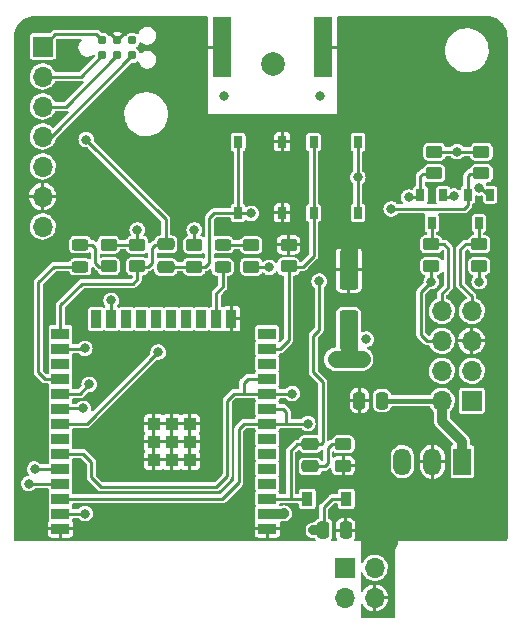
<source format=gtl>
G04 #@! TF.GenerationSoftware,KiCad,Pcbnew,(6.0.8-1)-1*
G04 #@! TF.CreationDate,2022-10-25T00:57:15+02:00*
G04 #@! TF.ProjectId,ithowifi_4l,6974686f-7769-4666-995f-346c2e6b6963,rev?*
G04 #@! TF.SameCoordinates,Original*
G04 #@! TF.FileFunction,Copper,L1,Top*
G04 #@! TF.FilePolarity,Positive*
%FSLAX46Y46*%
G04 Gerber Fmt 4.6, Leading zero omitted, Abs format (unit mm)*
G04 Created by KiCad (PCBNEW (6.0.8-1)-1) date 2022-10-25 00:57:15*
%MOMM*%
%LPD*%
G01*
G04 APERTURE LIST*
G04 Aperture macros list*
%AMRoundRect*
0 Rectangle with rounded corners*
0 $1 Rounding radius*
0 $2 $3 $4 $5 $6 $7 $8 $9 X,Y pos of 4 corners*
0 Add a 4 corners polygon primitive as box body*
4,1,4,$2,$3,$4,$5,$6,$7,$8,$9,$2,$3,0*
0 Add four circle primitives for the rounded corners*
1,1,$1+$1,$2,$3*
1,1,$1+$1,$4,$5*
1,1,$1+$1,$6,$7*
1,1,$1+$1,$8,$9*
0 Add four rect primitives between the rounded corners*
20,1,$1+$1,$2,$3,$4,$5,0*
20,1,$1+$1,$4,$5,$6,$7,0*
20,1,$1+$1,$6,$7,$8,$9,0*
20,1,$1+$1,$8,$9,$2,$3,0*%
G04 Aperture macros list end*
G04 #@! TA.AperFunction,ComponentPad*
%ADD10R,1.500000X2.300000*%
G04 #@! TD*
G04 #@! TA.AperFunction,ComponentPad*
%ADD11O,1.500000X2.300000*%
G04 #@! TD*
G04 #@! TA.AperFunction,SMDPad,CuDef*
%ADD12R,0.700000X1.000000*%
G04 #@! TD*
G04 #@! TA.AperFunction,SMDPad,CuDef*
%ADD13RoundRect,0.250000X-0.450000X0.262500X-0.450000X-0.262500X0.450000X-0.262500X0.450000X0.262500X0*%
G04 #@! TD*
G04 #@! TA.AperFunction,ComponentPad*
%ADD14R,1.700000X1.700000*%
G04 #@! TD*
G04 #@! TA.AperFunction,ComponentPad*
%ADD15O,1.700000X1.700000*%
G04 #@! TD*
G04 #@! TA.AperFunction,SMDPad,CuDef*
%ADD16R,1.500000X0.900000*%
G04 #@! TD*
G04 #@! TA.AperFunction,SMDPad,CuDef*
%ADD17R,0.900000X1.500000*%
G04 #@! TD*
G04 #@! TA.AperFunction,SMDPad,CuDef*
%ADD18R,1.050000X1.050000*%
G04 #@! TD*
G04 #@! TA.AperFunction,SMDPad,CuDef*
%ADD19RoundRect,0.243750X0.456250X-0.243750X0.456250X0.243750X-0.456250X0.243750X-0.456250X-0.243750X0*%
G04 #@! TD*
G04 #@! TA.AperFunction,SMDPad,CuDef*
%ADD20C,0.787400*%
G04 #@! TD*
G04 #@! TA.AperFunction,SMDPad,CuDef*
%ADD21R,0.750000X1.000000*%
G04 #@! TD*
G04 #@! TA.AperFunction,SMDPad,CuDef*
%ADD22RoundRect,0.250000X0.250000X0.475000X-0.250000X0.475000X-0.250000X-0.475000X0.250000X-0.475000X0*%
G04 #@! TD*
G04 #@! TA.AperFunction,SMDPad,CuDef*
%ADD23RoundRect,0.250000X0.450000X-0.262500X0.450000X0.262500X-0.450000X0.262500X-0.450000X-0.262500X0*%
G04 #@! TD*
G04 #@! TA.AperFunction,SMDPad,CuDef*
%ADD24RoundRect,0.250000X0.475000X-0.250000X0.475000X0.250000X-0.475000X0.250000X-0.475000X-0.250000X0*%
G04 #@! TD*
G04 #@! TA.AperFunction,SMDPad,CuDef*
%ADD25RoundRect,0.250000X0.550000X-1.412500X0.550000X1.412500X-0.550000X1.412500X-0.550000X-1.412500X0*%
G04 #@! TD*
G04 #@! TA.AperFunction,SMDPad,CuDef*
%ADD26RoundRect,0.250000X-0.250000X-0.475000X0.250000X-0.475000X0.250000X0.475000X-0.250000X0.475000X0*%
G04 #@! TD*
G04 #@! TA.AperFunction,SMDPad,CuDef*
%ADD27R,0.900000X1.200000*%
G04 #@! TD*
G04 #@! TA.AperFunction,ComponentPad*
%ADD28C,2.000000*%
G04 #@! TD*
G04 #@! TA.AperFunction,SMDPad,CuDef*
%ADD29R,1.500000X5.080000*%
G04 #@! TD*
G04 #@! TA.AperFunction,ViaPad*
%ADD30C,0.800000*%
G04 #@! TD*
G04 #@! TA.AperFunction,Conductor*
%ADD31C,0.250000*%
G04 #@! TD*
G04 #@! TA.AperFunction,Conductor*
%ADD32C,1.473200*%
G04 #@! TD*
G04 #@! TA.AperFunction,Conductor*
%ADD33C,0.254000*%
G04 #@! TD*
G04 #@! TA.AperFunction,Conductor*
%ADD34C,0.812800*%
G04 #@! TD*
G04 #@! TA.AperFunction,Conductor*
%ADD35C,0.406400*%
G04 #@! TD*
G04 APERTURE END LIST*
D10*
X121259600Y-142951200D03*
D11*
X118719600Y-142951200D03*
X116179600Y-142951200D03*
D12*
X119608600Y-120339000D03*
X117708600Y-120339000D03*
X118658600Y-122739000D03*
D13*
X118872000Y-116711900D03*
X118872000Y-118536900D03*
D14*
X85725000Y-107797600D03*
D15*
X85725000Y-110337600D03*
X85725000Y-112877600D03*
X85725000Y-115417600D03*
X85725000Y-117957600D03*
X85725000Y-120497600D03*
X85725000Y-123037600D03*
D16*
X104727600Y-148613600D03*
X104727600Y-147343600D03*
X104727600Y-146073600D03*
X104727600Y-144803600D03*
X104727600Y-143533600D03*
X104727600Y-142263600D03*
X104727600Y-140993600D03*
X104727600Y-139723600D03*
X104727600Y-138453600D03*
X104727600Y-137183600D03*
X104727600Y-135913600D03*
X104727600Y-134643600D03*
X104727600Y-133373600D03*
X104727600Y-132103600D03*
D17*
X101697600Y-130853600D03*
X100427600Y-130853600D03*
X99157600Y-130853600D03*
X97887600Y-130853600D03*
X96617600Y-130853600D03*
X95347600Y-130853600D03*
X94077600Y-130853600D03*
X92807600Y-130853600D03*
X91537600Y-130853600D03*
X90267600Y-130853600D03*
D16*
X87227600Y-132103600D03*
X87227600Y-133373600D03*
X87227600Y-134643600D03*
X87227600Y-135913600D03*
X87227600Y-137183600D03*
X87227600Y-138453600D03*
X87227600Y-139723600D03*
X87227600Y-140993600D03*
X87227600Y-142263600D03*
X87227600Y-143533600D03*
X87227600Y-144803600D03*
X87227600Y-146073600D03*
X87227600Y-147343600D03*
X87227600Y-148613600D03*
D18*
X95132600Y-139748600D03*
X98182600Y-142798600D03*
X95132600Y-142798600D03*
X96657600Y-139748600D03*
X96657600Y-141273600D03*
X98182600Y-139748600D03*
X96657600Y-142798600D03*
X95132600Y-141273600D03*
X98182600Y-141273600D03*
D13*
X91313000Y-124588900D03*
X91313000Y-126413900D03*
X106536000Y-124597500D03*
X106536000Y-126422500D03*
X118618000Y-124548500D03*
X118618000Y-126373500D03*
D19*
X88900000Y-126438900D03*
X88900000Y-124563900D03*
D14*
X111292000Y-151928000D03*
D15*
X113832000Y-151928000D03*
X111292000Y-154468000D03*
X113832000Y-154468000D03*
D20*
X90766000Y-108536400D03*
X90766000Y-107266400D03*
X92036000Y-108536400D03*
X92036000Y-107266400D03*
X93306000Y-108536400D03*
X93306000Y-107266400D03*
D21*
X108665400Y-121872000D03*
X108665400Y-115872000D03*
X112415400Y-121872000D03*
X112415400Y-115872000D03*
D22*
X114432000Y-137768000D03*
X112532000Y-137768000D03*
D12*
X123606600Y-120339000D03*
X121706600Y-120339000D03*
X122656600Y-122739000D03*
D23*
X122859800Y-118536900D03*
X122859800Y-116711900D03*
D13*
X122682000Y-124548500D03*
X122682000Y-126373500D03*
D24*
X96139000Y-126451400D03*
X96139000Y-124551400D03*
D23*
X98552000Y-126428000D03*
X98552000Y-124603000D03*
D25*
X111632000Y-131768000D03*
X111632000Y-126693000D03*
D26*
X109486900Y-148751000D03*
X111386900Y-148751000D03*
D24*
X108377500Y-143351000D03*
X108377500Y-141451000D03*
D27*
X111425500Y-146084000D03*
X108125500Y-146084000D03*
D23*
X111171500Y-143290000D03*
X111171500Y-141465000D03*
D28*
X105182180Y-109251460D03*
D23*
X93726000Y-126413900D03*
X93726000Y-124588900D03*
X103378000Y-126428000D03*
X103378000Y-124603000D03*
D19*
X100965000Y-126453000D03*
X100965000Y-124578000D03*
D21*
X106015000Y-121872000D03*
X106015000Y-115872000D03*
X102265000Y-121872000D03*
X102265000Y-115872000D03*
D14*
X122047000Y-137795000D03*
D15*
X119507000Y-137795000D03*
X122047000Y-135255000D03*
X119507000Y-135255000D03*
X122047000Y-132715000D03*
X119507000Y-132715000D03*
X122047000Y-130175000D03*
X119507000Y-130175000D03*
D29*
X100931400Y-107848400D03*
X109431400Y-107848400D03*
D30*
X109220000Y-112014000D03*
X99187000Y-107442000D03*
X99187000Y-105918000D03*
X101092000Y-112014000D03*
X99187000Y-110871000D03*
X99187000Y-112522000D03*
X99187000Y-109093000D03*
X111125000Y-110871000D03*
X111125000Y-114173000D03*
X111125000Y-112522000D03*
X105918000Y-114173000D03*
X109220000Y-114173000D03*
X102489000Y-114173000D03*
X104140000Y-114173000D03*
X100965000Y-114173000D03*
X107569000Y-114173000D03*
X99187000Y-114173000D03*
X102432000Y-138568000D03*
X112032000Y-139368000D03*
X111632000Y-124168000D03*
X112732000Y-124168000D03*
X110532000Y-124168000D03*
X86741000Y-128270000D03*
X111125000Y-105918000D03*
X111125000Y-107442000D03*
X111125000Y-109093000D03*
X101727000Y-132715000D03*
X96647000Y-139750800D03*
X106172000Y-148590000D03*
X89154000Y-148590000D03*
X96647000Y-142798800D03*
X98171000Y-142798800D03*
X95148400Y-142798800D03*
X96647000Y-141274800D03*
X95148400Y-141274800D03*
X95148400Y-139750800D03*
X98171000Y-139750800D03*
X98171000Y-141274800D03*
X122682000Y-127698500D03*
X118618000Y-127698500D03*
X106172000Y-147320000D03*
X111632000Y-134268000D03*
X112732000Y-134268000D03*
X110532000Y-134268000D03*
X122682000Y-119761000D03*
X108631500Y-148751000D03*
X112395000Y-118872000D03*
X98552000Y-123317000D03*
X93726000Y-123317000D03*
X104902000Y-126492000D03*
X113132002Y-132568000D03*
X120813090Y-116686900D03*
X120532000Y-120468000D03*
X89407998Y-115671600D03*
X89309400Y-147345400D03*
X95504000Y-133668000D03*
X89154000Y-138430000D03*
X89662000Y-136397998D03*
X89281000Y-133350000D03*
X85039200Y-143560804D03*
X84531209Y-144805391D03*
X106849400Y-137185400D03*
X115232000Y-121538998D03*
X108174600Y-139725400D03*
X116697000Y-120539000D03*
X103378008Y-121920000D03*
X109132000Y-127668006D03*
X91524600Y-129294600D03*
D31*
X99593400Y-107848400D02*
X99187000Y-107442000D01*
X100931400Y-107848400D02*
X99593400Y-107848400D01*
D32*
X112732000Y-124168000D02*
X110532000Y-124168000D01*
D31*
X110718600Y-107848400D02*
X111125000Y-107442000D01*
X109431400Y-107848400D02*
X110718600Y-107848400D01*
D32*
X111632000Y-126693000D02*
X111632000Y-124168000D01*
D33*
X122682000Y-126398500D02*
X122682000Y-127698500D01*
X118618000Y-127698500D02*
X118618000Y-126398500D01*
X117748500Y-128568000D02*
X117748500Y-132184500D01*
X118279000Y-132715000D02*
X119507000Y-132715000D01*
X118618000Y-127698500D02*
X117748500Y-128568000D01*
X117748500Y-132184500D02*
X118279000Y-132715000D01*
X122682000Y-119761000D02*
X122828600Y-119761000D01*
D34*
X109499400Y-148751000D02*
X108634800Y-148751000D01*
D33*
X93726000Y-124563900D02*
X93726000Y-123317000D01*
D32*
X112732000Y-134268000D02*
X110532000Y-134268000D01*
D31*
X86424800Y-115417600D02*
X93306000Y-108536400D01*
D33*
X91313000Y-124563900D02*
X93726000Y-124563900D01*
D34*
X106148400Y-147343600D02*
X106172000Y-147320000D01*
X104727600Y-147343600D02*
X106148400Y-147343600D01*
D33*
X118872000Y-116686900D02*
X120813090Y-116686900D01*
X104902000Y-126492000D02*
X103417000Y-126492000D01*
X120461000Y-120539000D02*
X120532000Y-120468000D01*
X98552000Y-124578000D02*
X98552000Y-123317000D01*
X112415400Y-121872000D02*
X112415400Y-115872000D01*
D32*
X111632000Y-131768000D02*
X111632000Y-134268000D01*
D31*
X109499400Y-146803600D02*
X109499400Y-148751000D01*
X110219000Y-146084000D02*
X109499400Y-146803600D01*
D33*
X119608600Y-120539000D02*
X120461000Y-120539000D01*
X122859800Y-116686900D02*
X120813090Y-116686900D01*
D31*
X111425500Y-146084000D02*
X110219000Y-146084000D01*
D33*
X122828600Y-119761000D02*
X123606600Y-120539000D01*
D31*
X85725000Y-115417600D02*
X86424800Y-115417600D01*
D33*
X103417000Y-126492000D02*
X103378000Y-126453000D01*
X122656600Y-122539000D02*
X122656600Y-124498100D01*
X122656600Y-124498100D02*
X122682000Y-124523500D01*
X121539000Y-124523500D02*
X121094500Y-124968000D01*
X122682000Y-124523500D02*
X121539000Y-124523500D01*
X121094500Y-127952500D02*
X122047000Y-128905000D01*
X121094500Y-124968000D02*
X121094500Y-127952500D01*
X122047000Y-128905000D02*
X122047000Y-130175000D01*
X118658600Y-122539000D02*
X118658600Y-124482900D01*
X119697500Y-124523500D02*
X120078500Y-124904500D01*
X119507000Y-128714500D02*
X119507000Y-130175000D01*
X120078500Y-124904500D02*
X120078500Y-128143000D01*
X118618000Y-124523500D02*
X119697500Y-124523500D01*
X120078500Y-128143000D02*
X119507000Y-128714500D01*
X118658600Y-124482900D02*
X118618000Y-124523500D01*
X93345000Y-127889000D02*
X89027000Y-127889000D01*
X96139000Y-124563900D02*
X95273100Y-124563900D01*
X95273100Y-124563900D02*
X94996000Y-124841000D01*
X94668100Y-126438900D02*
X93726000Y-126438900D01*
X93726000Y-127508000D02*
X93345000Y-127889000D01*
X94996000Y-124841000D02*
X94996000Y-126111000D01*
X87227600Y-129688400D02*
X87227600Y-132103600D01*
X96139000Y-122402602D02*
X89407998Y-115671600D01*
D31*
X86754600Y-106768000D02*
X85725000Y-107797600D01*
X90766000Y-107266400D02*
X90267600Y-106768000D01*
D33*
X89027000Y-127889000D02*
X87227600Y-129688400D01*
X96139000Y-124563900D02*
X96139000Y-122402602D01*
D31*
X90267600Y-106768000D02*
X86754600Y-106768000D01*
D33*
X94996000Y-126111000D02*
X94668100Y-126438900D01*
X93726000Y-126438900D02*
X93726000Y-127508000D01*
X87229400Y-147345400D02*
X89309400Y-147345400D01*
X87227600Y-147343600D02*
X87229400Y-147345400D01*
X89446600Y-139725400D02*
X95504000Y-133668000D01*
X87477600Y-139725400D02*
X89446600Y-139725400D01*
X89154000Y-138430000D02*
X87251200Y-138430000D01*
X87251200Y-138430000D02*
X87227600Y-138453600D01*
X87227600Y-137183600D02*
X88876398Y-137183600D01*
X88876398Y-137183600D02*
X89662000Y-136397998D01*
X89257400Y-133373600D02*
X89281000Y-133350000D01*
X87227600Y-133373600D02*
X89257400Y-133373600D01*
D31*
X87694800Y-112877600D02*
X91964932Y-108607468D01*
D33*
X87227600Y-143533600D02*
X85066404Y-143533600D01*
D31*
X85725000Y-112877600D02*
X87694800Y-112877600D01*
D33*
X87225809Y-144805391D02*
X84531209Y-144805391D01*
D31*
X85725000Y-110337600D02*
X88964800Y-110337600D01*
D33*
X87227600Y-144803600D02*
X87225809Y-144805391D01*
D31*
X88964800Y-110337600D02*
X90766000Y-108536400D01*
D33*
X90170000Y-126111000D02*
X90497900Y-126438900D01*
X88900000Y-124563900D02*
X89892900Y-124563900D01*
X90170000Y-124841000D02*
X90170000Y-126111000D01*
X90497900Y-126438900D02*
X91313000Y-126438900D01*
X89892900Y-124563900D02*
X90170000Y-124841000D01*
X100965000Y-124578000D02*
X103378000Y-124578000D01*
X121706600Y-120539000D02*
X121706600Y-118755200D01*
X121706600Y-118755200D02*
X121899900Y-118561900D01*
X103086400Y-135913600D02*
X104727600Y-135913600D01*
X121899900Y-118561900D02*
X122859800Y-118561900D01*
X89832000Y-142968000D02*
X89832000Y-144268000D01*
X106847600Y-137183600D02*
X102733800Y-137183600D01*
X121706600Y-120539000D02*
X121706600Y-121243000D01*
X90632000Y-145068000D02*
X100432000Y-145068000D01*
X89127600Y-142263600D02*
X89832000Y-142968000D01*
X87227600Y-142263600D02*
X89127600Y-142263600D01*
X121706600Y-121243000D02*
X121410602Y-121538998D01*
X101332000Y-137768000D02*
X101914600Y-137185400D01*
X102733800Y-137183600D02*
X102732000Y-137185400D01*
X100432000Y-145068000D02*
X101332000Y-144168000D01*
X101332000Y-144168000D02*
X101332000Y-137768000D01*
X101914600Y-137185400D02*
X102732000Y-137185400D01*
X121410602Y-121538998D02*
X115232000Y-121538998D01*
X102732000Y-136268000D02*
X103086400Y-135913600D01*
X89832000Y-144268000D02*
X90632000Y-145068000D01*
X106849400Y-137185400D02*
X106847600Y-137183600D01*
X102732000Y-137185400D02*
X102732000Y-136268000D01*
X102776400Y-139723600D02*
X104727600Y-139723600D01*
X102332000Y-140168000D02*
X102776400Y-139723600D01*
X104729400Y-139725400D02*
X106324400Y-139725400D01*
X106324400Y-139725400D02*
X106324400Y-138709400D01*
X117708600Y-118740000D02*
X117708600Y-120539000D01*
X102332000Y-144668000D02*
X102332000Y-140168000D01*
X100924600Y-146075400D02*
X102332000Y-144668000D01*
X117708600Y-120539000D02*
X116697000Y-120539000D01*
X106324400Y-138709400D02*
X106068600Y-138453600D01*
X118872000Y-118561900D02*
X117886700Y-118561900D01*
X106324400Y-139725400D02*
X108174600Y-139725400D01*
X87477600Y-146075400D02*
X100924600Y-146075400D01*
X104727600Y-139723600D02*
X104729400Y-139725400D01*
X117886700Y-118561900D02*
X117708600Y-118740000D01*
X106068600Y-138453600D02*
X104727600Y-138453600D01*
X108665400Y-125522600D02*
X107740500Y-126447500D01*
X108665400Y-121872000D02*
X108665400Y-125522600D01*
X107740500Y-126447500D02*
X106536000Y-126447500D01*
X108665400Y-121872000D02*
X108665400Y-115872000D01*
X105826400Y-133373600D02*
X104727600Y-133373600D01*
X106536000Y-132664000D02*
X105826400Y-133373600D01*
X106536000Y-126447500D02*
X106536000Y-132664000D01*
D35*
X114459000Y-137795000D02*
X114432000Y-137768000D01*
D34*
X121259600Y-141262100D02*
X119507000Y-139509500D01*
D35*
X119507000Y-137795000D02*
X114459000Y-137795000D01*
D34*
X119507000Y-139509500D02*
X119507000Y-137795000D01*
X121259600Y-142951200D02*
X121259600Y-141262100D01*
D33*
X96139000Y-126438900D02*
X98537900Y-126438900D01*
X109432000Y-136168000D02*
X108632000Y-135368000D01*
D31*
X106717900Y-142028600D02*
X106717900Y-146075400D01*
D33*
X108632000Y-135368000D02*
X108632000Y-132268000D01*
X108632000Y-132268000D02*
X109132000Y-131768000D01*
X100251000Y-121872000D02*
X102265000Y-121872000D01*
D31*
X104727600Y-146073600D02*
X104729400Y-146075400D01*
D33*
X98552000Y-126453000D02*
X99480000Y-126453000D01*
D31*
X108116900Y-146075400D02*
X108125500Y-146084000D01*
D33*
X98537900Y-126438900D02*
X98552000Y-126453000D01*
X102265000Y-121872000D02*
X102265000Y-115872000D01*
D31*
X106717900Y-146075400D02*
X108116900Y-146075400D01*
X109432000Y-141283000D02*
X109264000Y-141451000D01*
D33*
X109132000Y-131768000D02*
X109132000Y-127668006D01*
D31*
X108377500Y-141451000D02*
X107295500Y-141451000D01*
D33*
X102265000Y-121872000D02*
X103330008Y-121872000D01*
D31*
X107295500Y-141451000D02*
X106717900Y-142028600D01*
X109264000Y-141451000D02*
X108377500Y-141451000D01*
D33*
X99822000Y-126111000D02*
X99822000Y-122301000D01*
D31*
X104729400Y-146075400D02*
X106717900Y-146075400D01*
X109432000Y-136168000D02*
X109432000Y-141283000D01*
D33*
X103330008Y-121872000D02*
X103378008Y-121920000D01*
X99480000Y-126453000D02*
X99822000Y-126111000D01*
X99822000Y-122301000D02*
X100251000Y-121872000D01*
D31*
X110202500Y-141465000D02*
X111171500Y-141465000D01*
X109586500Y-143351000D02*
X109838000Y-143099500D01*
X108377500Y-143351000D02*
X109586500Y-143351000D01*
X109838000Y-141829500D02*
X110202500Y-141465000D01*
X109838000Y-143099500D02*
X109838000Y-141829500D01*
X91524600Y-130840600D02*
X91537600Y-130853600D01*
X91524600Y-129294600D02*
X91524600Y-130840600D01*
D33*
X100427600Y-130853600D02*
X100427600Y-128680400D01*
X100427600Y-128680400D02*
X100965000Y-128143000D01*
X100965000Y-128143000D02*
X100965000Y-126453000D01*
X85344000Y-127762000D02*
X86667100Y-126438900D01*
X85875600Y-135913600D02*
X85344000Y-135382000D01*
X85344000Y-135382000D02*
X85344000Y-127762000D01*
X87227600Y-135913600D02*
X85875600Y-135913600D01*
X86667100Y-126438900D02*
X88900000Y-126438900D01*
G04 #@! TA.AperFunction,Conductor*
G36*
X99653531Y-105241713D02*
G01*
X99690076Y-105292013D01*
X99695000Y-105323100D01*
X99695000Y-113538000D01*
X110617000Y-113538000D01*
X110617000Y-108162186D01*
X119771018Y-108162186D01*
X119771364Y-108165812D01*
X119771364Y-108165815D01*
X119788770Y-108348253D01*
X119796579Y-108430100D01*
X119797443Y-108433631D01*
X119797444Y-108433637D01*
X119848037Y-108640395D01*
X119860547Y-108691518D01*
X119861914Y-108694893D01*
X119960217Y-108937592D01*
X119960220Y-108937599D01*
X119961583Y-108940963D01*
X119963421Y-108944103D01*
X119963423Y-108944106D01*
X119983488Y-108978374D01*
X120097569Y-109173210D01*
X120179577Y-109275756D01*
X120212761Y-109317250D01*
X120265658Y-109383395D01*
X120268320Y-109385881D01*
X120268323Y-109385885D01*
X120345080Y-109457587D01*
X120462327Y-109567113D01*
X120465317Y-109569187D01*
X120465318Y-109569188D01*
X120680461Y-109718438D01*
X120680465Y-109718440D01*
X120683457Y-109720516D01*
X120686719Y-109722139D01*
X120686721Y-109722140D01*
X120717693Y-109737548D01*
X120924416Y-109840391D01*
X120927874Y-109841525D01*
X120927875Y-109841525D01*
X121176693Y-109923092D01*
X121176696Y-109923093D01*
X121180156Y-109924227D01*
X121183750Y-109924851D01*
X121442299Y-109969743D01*
X121442305Y-109969744D01*
X121445319Y-109970267D01*
X121481922Y-109972089D01*
X121529116Y-109974439D01*
X121529129Y-109974439D01*
X121530348Y-109974500D01*
X121698374Y-109974500D01*
X121700188Y-109974368D01*
X121700199Y-109974368D01*
X121894788Y-109960249D01*
X121894790Y-109960249D01*
X121898425Y-109959985D01*
X121901983Y-109959199D01*
X121901986Y-109959199D01*
X122157667Y-109902749D01*
X122157670Y-109902748D01*
X122161226Y-109901963D01*
X122328025Y-109838769D01*
X122409501Y-109807901D01*
X122409504Y-109807900D01*
X122412900Y-109806613D01*
X122507017Y-109754336D01*
X122644989Y-109677699D01*
X122648172Y-109675931D01*
X122755008Y-109594396D01*
X122859210Y-109514872D01*
X122859212Y-109514870D01*
X122862116Y-109512654D01*
X122997809Y-109373847D01*
X123047696Y-109322815D01*
X123047699Y-109322812D01*
X123050249Y-109320203D01*
X123052395Y-109317255D01*
X123052399Y-109317250D01*
X123159533Y-109170062D01*
X123208630Y-109102610D01*
X123333941Y-108864433D01*
X123372537Y-108755139D01*
X123422345Y-108614095D01*
X123422346Y-108614091D01*
X123423557Y-108610662D01*
X123475601Y-108346611D01*
X123488982Y-108077814D01*
X123488057Y-108068113D01*
X123463767Y-107813525D01*
X123463767Y-107813523D01*
X123463421Y-107809900D01*
X123460668Y-107798647D01*
X123400319Y-107552021D01*
X123399453Y-107548482D01*
X123385262Y-107513445D01*
X123299783Y-107302408D01*
X123299780Y-107302401D01*
X123298417Y-107299037D01*
X123286795Y-107279187D01*
X123184227Y-107104015D01*
X123162431Y-107066790D01*
X123051022Y-106927480D01*
X122996619Y-106859452D01*
X122996618Y-106859450D01*
X122994342Y-106856605D01*
X122991680Y-106854119D01*
X122991677Y-106854115D01*
X122863369Y-106734257D01*
X122797673Y-106672887D01*
X122768967Y-106652973D01*
X122579539Y-106521562D01*
X122579535Y-106521560D01*
X122576543Y-106519484D01*
X122571056Y-106516754D01*
X122477269Y-106470096D01*
X122335584Y-106399609D01*
X122332125Y-106398475D01*
X122083307Y-106316908D01*
X122083304Y-106316907D01*
X122079844Y-106315773D01*
X122006596Y-106303055D01*
X121817701Y-106270257D01*
X121817695Y-106270256D01*
X121814681Y-106269733D01*
X121778078Y-106267911D01*
X121730884Y-106265561D01*
X121730871Y-106265561D01*
X121729652Y-106265500D01*
X121561626Y-106265500D01*
X121559812Y-106265632D01*
X121559801Y-106265632D01*
X121365212Y-106279751D01*
X121365210Y-106279751D01*
X121361575Y-106280015D01*
X121358017Y-106280801D01*
X121358014Y-106280801D01*
X121102333Y-106337251D01*
X121102330Y-106337252D01*
X121098774Y-106338037D01*
X121095369Y-106339327D01*
X120850499Y-106432099D01*
X120850496Y-106432100D01*
X120847100Y-106433387D01*
X120843924Y-106435151D01*
X120843922Y-106435152D01*
X120717479Y-106505385D01*
X120611828Y-106564069D01*
X120605563Y-106568850D01*
X120417264Y-106712556D01*
X120397884Y-106727346D01*
X120395328Y-106729961D01*
X120236699Y-106892231D01*
X120209751Y-106919797D01*
X120207605Y-106922745D01*
X120207601Y-106922750D01*
X120141728Y-107013251D01*
X120051370Y-107137390D01*
X119926059Y-107375567D01*
X119924846Y-107379001D01*
X119924845Y-107379004D01*
X119840425Y-107618063D01*
X119836443Y-107629338D01*
X119784399Y-107893389D01*
X119771018Y-108162186D01*
X110617000Y-108162186D01*
X110617000Y-105323100D01*
X110636213Y-105263969D01*
X110686513Y-105227424D01*
X110717600Y-105222500D01*
X123297025Y-105222500D01*
X123316650Y-105224433D01*
X123322281Y-105225553D01*
X123322282Y-105225553D01*
X123332000Y-105227486D01*
X123341719Y-105225553D01*
X123351624Y-105225553D01*
X123351624Y-105225556D01*
X123363946Y-105224785D01*
X123526499Y-105236411D01*
X123573237Y-105239754D01*
X123587444Y-105241797D01*
X123816735Y-105291676D01*
X123830507Y-105295720D01*
X124050366Y-105377723D01*
X124063419Y-105383684D01*
X124269385Y-105496150D01*
X124281441Y-105503898D01*
X124469303Y-105644530D01*
X124480143Y-105653923D01*
X124646077Y-105819857D01*
X124655470Y-105830697D01*
X124796102Y-106018559D01*
X124803850Y-106030615D01*
X124900931Y-106208404D01*
X124916315Y-106236578D01*
X124922277Y-106249634D01*
X125004280Y-106469493D01*
X125008324Y-106483265D01*
X125058203Y-106712556D01*
X125060246Y-106726763D01*
X125061438Y-106743431D01*
X125074264Y-106922750D01*
X125075215Y-106936052D01*
X125074444Y-106948376D01*
X125074447Y-106948376D01*
X125074447Y-106958281D01*
X125072514Y-106968000D01*
X125074447Y-106977718D01*
X125074447Y-106977719D01*
X125075567Y-106983350D01*
X125077500Y-107002975D01*
X125077500Y-149433025D01*
X125075567Y-149452650D01*
X125072514Y-149468000D01*
X125074447Y-149477717D01*
X125074447Y-149479361D01*
X125073210Y-149495089D01*
X125067976Y-149528133D01*
X125058253Y-149558056D01*
X125037848Y-149598104D01*
X125019348Y-149623567D01*
X125004380Y-149638535D01*
X124948982Y-149666761D01*
X124933245Y-149668000D01*
X115832000Y-149668000D01*
X115832000Y-149854827D01*
X115812787Y-149913958D01*
X115802535Y-149925962D01*
X115799726Y-149928771D01*
X115795906Y-149931906D01*
X115701620Y-150046794D01*
X115631560Y-150177868D01*
X115630126Y-150182594D01*
X115630126Y-150182595D01*
X115616509Y-150227486D01*
X115588417Y-150320092D01*
X115587934Y-150325000D01*
X115587933Y-150325003D01*
X115575642Y-150449792D01*
X115574446Y-150457849D01*
X115574446Y-150458285D01*
X115572514Y-150468000D01*
X115574447Y-150477718D01*
X115575567Y-150483350D01*
X115577500Y-150502975D01*
X115577500Y-155933025D01*
X115575567Y-155952650D01*
X115572514Y-155968000D01*
X115574447Y-155977717D01*
X115574447Y-155979361D01*
X115573210Y-155995089D01*
X115567976Y-156028133D01*
X115558253Y-156058056D01*
X115537848Y-156098104D01*
X115519348Y-156123567D01*
X115487567Y-156155348D01*
X115462106Y-156173847D01*
X115422056Y-156194253D01*
X115392133Y-156203976D01*
X115359089Y-156209210D01*
X115343361Y-156210447D01*
X115341717Y-156210447D01*
X115332000Y-156208514D01*
X115322282Y-156210447D01*
X115322281Y-156210447D01*
X115316650Y-156211567D01*
X115297025Y-156213500D01*
X112732600Y-156213500D01*
X112673469Y-156194287D01*
X112636924Y-156143987D01*
X112632000Y-156112900D01*
X112632000Y-155082028D01*
X112651213Y-155022897D01*
X112701513Y-154986352D01*
X112763687Y-154986352D01*
X112813987Y-155022897D01*
X112823959Y-155039911D01*
X112825700Y-155043687D01*
X112830289Y-155051635D01*
X112947456Y-155217424D01*
X112953428Y-155224416D01*
X113098846Y-155366077D01*
X113105982Y-155371855D01*
X113274782Y-155484644D01*
X113282857Y-155489027D01*
X113469379Y-155569164D01*
X113478118Y-155572003D01*
X113676123Y-155616807D01*
X113685233Y-155618006D01*
X113689079Y-155618157D01*
X113702124Y-155614478D01*
X113704779Y-155611110D01*
X113705000Y-155609873D01*
X113705000Y-155600611D01*
X113959000Y-155600611D01*
X113963188Y-155613501D01*
X113964378Y-155614365D01*
X113970453Y-155614883D01*
X114098176Y-155596364D01*
X114107103Y-155594221D01*
X114299349Y-155528963D01*
X114307733Y-155525230D01*
X114484865Y-155426031D01*
X114492433Y-155420830D01*
X114648518Y-155291015D01*
X114655015Y-155284518D01*
X114784830Y-155128433D01*
X114790031Y-155120865D01*
X114889230Y-154943733D01*
X114892963Y-154935349D01*
X114958221Y-154743103D01*
X114960364Y-154734176D01*
X114978258Y-154610768D01*
X114975963Y-154597411D01*
X114974909Y-154596385D01*
X114968969Y-154595000D01*
X113974933Y-154595000D01*
X113962043Y-154599188D01*
X113959000Y-154603377D01*
X113959000Y-155600611D01*
X113705000Y-155600611D01*
X113705000Y-154325067D01*
X113959000Y-154325067D01*
X113963188Y-154337957D01*
X113967377Y-154341000D01*
X114964144Y-154341000D01*
X114977034Y-154336812D01*
X114978729Y-154334479D01*
X114979140Y-154330801D01*
X114972749Y-154261241D01*
X114971076Y-154252219D01*
X114915968Y-154056821D01*
X114912677Y-154048247D01*
X114822886Y-153866168D01*
X114818091Y-153858343D01*
X114696618Y-153695672D01*
X114690473Y-153688847D01*
X114541397Y-153551043D01*
X114534108Y-153545449D01*
X114362415Y-153437120D01*
X114354228Y-153432948D01*
X114165668Y-153357720D01*
X114156867Y-153355113D01*
X113974628Y-153318863D01*
X113961168Y-153320456D01*
X113961134Y-153320487D01*
X113959000Y-153328665D01*
X113959000Y-154325067D01*
X113705000Y-154325067D01*
X113705000Y-153333948D01*
X113700812Y-153321058D01*
X113700197Y-153320611D01*
X113692937Y-153320088D01*
X113536380Y-153346989D01*
X113527508Y-153349366D01*
X113337047Y-153419631D01*
X113328748Y-153423590D01*
X113154282Y-153527386D01*
X113146850Y-153532786D01*
X112994216Y-153666642D01*
X112987895Y-153673303D01*
X112862208Y-153832737D01*
X112857208Y-153840436D01*
X112821630Y-153908058D01*
X112777094Y-153951443D01*
X112715563Y-153960364D01*
X112660540Y-153931415D01*
X112633041Y-153875652D01*
X112632000Y-153861217D01*
X112632000Y-152421875D01*
X112651213Y-152362744D01*
X112701513Y-152326199D01*
X112763687Y-152326199D01*
X112813987Y-152362744D01*
X112823958Y-152379757D01*
X112871377Y-152482616D01*
X112988533Y-152648389D01*
X113133938Y-152790035D01*
X113137774Y-152792598D01*
X113137775Y-152792599D01*
X113207517Y-152839199D01*
X113302720Y-152902812D01*
X113306956Y-152904632D01*
X113306958Y-152904633D01*
X113439283Y-152961484D01*
X113489228Y-152982942D01*
X113587161Y-153005102D01*
X113682716Y-153026724D01*
X113682719Y-153026724D01*
X113687216Y-153027742D01*
X113788635Y-153031727D01*
X113885444Y-153035531D01*
X113885445Y-153035531D01*
X113890053Y-153035712D01*
X113894610Y-153035051D01*
X113894615Y-153035051D01*
X113990499Y-153021148D01*
X114090945Y-153006584D01*
X114283165Y-152941334D01*
X114460276Y-152842147D01*
X114507265Y-152803067D01*
X114612798Y-152715295D01*
X114616345Y-152712345D01*
X114627737Y-152698648D01*
X114743199Y-152559821D01*
X114743201Y-152559818D01*
X114746147Y-152556276D01*
X114845334Y-152379165D01*
X114910584Y-152186945D01*
X114939712Y-151986053D01*
X114941232Y-151928000D01*
X114922658Y-151725859D01*
X114867557Y-151530487D01*
X114777776Y-151348428D01*
X114656320Y-151185779D01*
X114507258Y-151047987D01*
X114503362Y-151045529D01*
X114503357Y-151045525D01*
X114397443Y-150978699D01*
X114335581Y-150939667D01*
X114147039Y-150864446D01*
X113947946Y-150824844D01*
X113845351Y-150823501D01*
X113749585Y-150822247D01*
X113749581Y-150822247D01*
X113744971Y-150822187D01*
X113544910Y-150856564D01*
X113540588Y-150858158D01*
X113540586Y-150858159D01*
X113358791Y-150925227D01*
X113358788Y-150925228D01*
X113354463Y-150926824D01*
X113180010Y-151030612D01*
X113176544Y-151033651D01*
X113176542Y-151033653D01*
X113030859Y-151161414D01*
X113030856Y-151161417D01*
X113027392Y-151164455D01*
X112901720Y-151323869D01*
X112899574Y-151327948D01*
X112821630Y-151476094D01*
X112777094Y-151519479D01*
X112715563Y-151528400D01*
X112660540Y-151499451D01*
X112633041Y-151443688D01*
X112632000Y-151429253D01*
X112632000Y-149668000D01*
X112200627Y-149668000D01*
X112141496Y-149648787D01*
X112104951Y-149598487D01*
X112104951Y-149536313D01*
X112117430Y-149512440D01*
X112117279Y-149512355D01*
X112119989Y-149507545D01*
X112120493Y-149506581D01*
X112120645Y-149506380D01*
X112127320Y-149494533D01*
X112178372Y-149365592D01*
X112181527Y-149353168D01*
X112191336Y-149272108D01*
X112191700Y-149266081D01*
X112191700Y-148893933D01*
X112187512Y-148881043D01*
X112183323Y-148878000D01*
X110598033Y-148878000D01*
X110585143Y-148882188D01*
X110582100Y-148886377D01*
X110582100Y-149266081D01*
X110582464Y-149272108D01*
X110592273Y-149353168D01*
X110595428Y-149365592D01*
X110646480Y-149494533D01*
X110653155Y-149506380D01*
X110653307Y-149506581D01*
X110653370Y-149506763D01*
X110656521Y-149512355D01*
X110655515Y-149512922D01*
X110673751Y-149565298D01*
X110655778Y-149624818D01*
X110606252Y-149662406D01*
X110573173Y-149668000D01*
X110237264Y-149668000D01*
X110178133Y-149648787D01*
X110141588Y-149598487D01*
X110141588Y-149536313D01*
X110156763Y-149507068D01*
X110165270Y-149495717D01*
X110183971Y-149470764D01*
X110234698Y-149335448D01*
X110239807Y-149288419D01*
X110241107Y-149276456D01*
X110241107Y-149276450D01*
X110241400Y-149273756D01*
X110241400Y-148608067D01*
X110582100Y-148608067D01*
X110586288Y-148620957D01*
X110590477Y-148624000D01*
X111243967Y-148624000D01*
X111256857Y-148619812D01*
X111259900Y-148615623D01*
X111259900Y-148608067D01*
X111513900Y-148608067D01*
X111518088Y-148620957D01*
X111522277Y-148624000D01*
X112175767Y-148624000D01*
X112188657Y-148619812D01*
X112191700Y-148615623D01*
X112191700Y-148235919D01*
X112191336Y-148229892D01*
X112181527Y-148148832D01*
X112178372Y-148136408D01*
X112127320Y-148007467D01*
X112120647Y-147995622D01*
X112037037Y-147885471D01*
X112027429Y-147875863D01*
X111917278Y-147792253D01*
X111905433Y-147785580D01*
X111776492Y-147734528D01*
X111764068Y-147731373D01*
X111683008Y-147721564D01*
X111676981Y-147721200D01*
X111529833Y-147721200D01*
X111516943Y-147725388D01*
X111513900Y-147729577D01*
X111513900Y-148608067D01*
X111259900Y-148608067D01*
X111259900Y-147737133D01*
X111255712Y-147724243D01*
X111251523Y-147721200D01*
X111096819Y-147721200D01*
X111090792Y-147721564D01*
X111009732Y-147731373D01*
X110997308Y-147734528D01*
X110868367Y-147785580D01*
X110856522Y-147792253D01*
X110746371Y-147875863D01*
X110736763Y-147885471D01*
X110653153Y-147995622D01*
X110646480Y-148007467D01*
X110595428Y-148136408D01*
X110592273Y-148148832D01*
X110582464Y-148229892D01*
X110582100Y-148235919D01*
X110582100Y-148608067D01*
X110241400Y-148608067D01*
X110241400Y-148228244D01*
X110234698Y-148166552D01*
X110183971Y-148031236D01*
X110097304Y-147915596D01*
X109981664Y-147828929D01*
X109944186Y-147814879D01*
X109895563Y-147776134D01*
X109878900Y-147720682D01*
X109878900Y-147002464D01*
X109898113Y-146943333D01*
X109908365Y-146931329D01*
X110346729Y-146492965D01*
X110402127Y-146464739D01*
X110417864Y-146463500D01*
X110620401Y-146463500D01*
X110679532Y-146482713D01*
X110716077Y-146533013D01*
X110721001Y-146564100D01*
X110721001Y-146709066D01*
X110728058Y-146744548D01*
X110732025Y-146764490D01*
X110735766Y-146783301D01*
X110741269Y-146791536D01*
X110741269Y-146791537D01*
X110756057Y-146813668D01*
X110792016Y-146867484D01*
X110800253Y-146872988D01*
X110815885Y-146883433D01*
X110876199Y-146923734D01*
X110914382Y-146931329D01*
X110945581Y-146937535D01*
X110945582Y-146937535D01*
X110950433Y-146938500D01*
X110955380Y-146938500D01*
X111425932Y-146938499D01*
X111900566Y-146938499D01*
X111936615Y-146931329D01*
X111965084Y-146925667D01*
X111965086Y-146925666D01*
X111974801Y-146923734D01*
X111992430Y-146911955D01*
X112050747Y-146872988D01*
X112058984Y-146867484D01*
X112115234Y-146783301D01*
X112126345Y-146727443D01*
X112129035Y-146713919D01*
X112129036Y-146713911D01*
X112130000Y-146709067D01*
X112129999Y-145458934D01*
X112121327Y-145415334D01*
X112117167Y-145394416D01*
X112117166Y-145394414D01*
X112115234Y-145384699D01*
X112109730Y-145376461D01*
X112064488Y-145308753D01*
X112058984Y-145300516D01*
X111974801Y-145244266D01*
X111926261Y-145234611D01*
X111905419Y-145230465D01*
X111905418Y-145230465D01*
X111900567Y-145229500D01*
X111895620Y-145229500D01*
X111425068Y-145229501D01*
X110950434Y-145229501D01*
X110916773Y-145236196D01*
X110885916Y-145242333D01*
X110885914Y-145242334D01*
X110876199Y-145244266D01*
X110867964Y-145249769D01*
X110867963Y-145249769D01*
X110826271Y-145277627D01*
X110792016Y-145300516D01*
X110735766Y-145384699D01*
X110727606Y-145425720D01*
X110722261Y-145452596D01*
X110721000Y-145458933D01*
X110721000Y-145603900D01*
X110701787Y-145663031D01*
X110651487Y-145699576D01*
X110620400Y-145704500D01*
X110270216Y-145704500D01*
X110249042Y-145702246D01*
X110245253Y-145701430D01*
X110245252Y-145701430D01*
X110237124Y-145699680D01*
X110228869Y-145700657D01*
X110202290Y-145703803D01*
X110194501Y-145704262D01*
X110191622Y-145704500D01*
X110187476Y-145704500D01*
X110183386Y-145705181D01*
X110183384Y-145705181D01*
X110167840Y-145707768D01*
X110163147Y-145708436D01*
X110119918Y-145713552D01*
X110119915Y-145713553D01*
X110111659Y-145714530D01*
X110104646Y-145717898D01*
X110102051Y-145718719D01*
X110094374Y-145719996D01*
X110048751Y-145744613D01*
X110044526Y-145746766D01*
X110003480Y-145766476D01*
X109997768Y-145769219D01*
X109993492Y-145772814D01*
X109991947Y-145774359D01*
X109991019Y-145775210D01*
X109989199Y-145776745D01*
X109983186Y-145779990D01*
X109977542Y-145786096D01*
X109946266Y-145819930D01*
X109943528Y-145822778D01*
X109267271Y-146499035D01*
X109250705Y-146512414D01*
X109240460Y-146519029D01*
X109235313Y-146525559D01*
X109235311Y-146525560D01*
X109218748Y-146546571D01*
X109213570Y-146552399D01*
X109211698Y-146554608D01*
X109208762Y-146557544D01*
X109206351Y-146560918D01*
X109206350Y-146560919D01*
X109197178Y-146573754D01*
X109194332Y-146577543D01*
X109167392Y-146611716D01*
X109167391Y-146611718D01*
X109162244Y-146618247D01*
X109159668Y-146625582D01*
X109158412Y-146628000D01*
X109153886Y-146634334D01*
X109151505Y-146642297D01*
X109151503Y-146642300D01*
X109139021Y-146684039D01*
X109137566Y-146688518D01*
X109120382Y-146737451D01*
X109119900Y-146743016D01*
X109119900Y-146745182D01*
X109119845Y-146746457D01*
X109119644Y-146748834D01*
X109117687Y-146755378D01*
X109119108Y-146791537D01*
X109119822Y-146809719D01*
X109119900Y-146813668D01*
X109119900Y-147711310D01*
X109100687Y-147770441D01*
X109054616Y-147805506D01*
X108992136Y-147828929D01*
X108876496Y-147915596D01*
X108789829Y-148031236D01*
X108787352Y-148037844D01*
X108742139Y-148080451D01*
X108699147Y-148090100D01*
X108594688Y-148090100D01*
X108529534Y-148097984D01*
X108482017Y-148103734D01*
X108482015Y-148103735D01*
X108475995Y-148104463D01*
X108377271Y-148141768D01*
X108332027Y-148158864D01*
X108332025Y-148158865D01*
X108326359Y-148161006D01*
X108262582Y-148204839D01*
X108260914Y-148205700D01*
X108259372Y-148207046D01*
X108194529Y-148251611D01*
X108190497Y-148256137D01*
X108190493Y-148256140D01*
X108150737Y-148300761D01*
X108150158Y-148301335D01*
X108150168Y-148301344D01*
X108146111Y-148305850D01*
X108141539Y-148309838D01*
X108138052Y-148314799D01*
X108135200Y-148317967D01*
X108133532Y-148320073D01*
X108088117Y-148371045D01*
X108085279Y-148376405D01*
X108085277Y-148376408D01*
X108059296Y-148425478D01*
X108055052Y-148432403D01*
X108053936Y-148434484D01*
X108050450Y-148439444D01*
X108048248Y-148445091D01*
X108047942Y-148445662D01*
X108043686Y-148454960D01*
X108013265Y-148512415D01*
X108011787Y-148518301D01*
X107998989Y-148569251D01*
X107995149Y-148581283D01*
X107995109Y-148581385D01*
X107995108Y-148581390D01*
X107992906Y-148587037D01*
X107992115Y-148593044D01*
X107992114Y-148593049D01*
X107991884Y-148594799D01*
X107989714Y-148606176D01*
X107974296Y-148667559D01*
X107974264Y-148673616D01*
X107974264Y-148673618D01*
X107973997Y-148724594D01*
X107973139Y-148737186D01*
X107972229Y-148744096D01*
X107973184Y-148752743D01*
X107973790Y-148764294D01*
X107973458Y-148827520D01*
X107974874Y-148833416D01*
X107974874Y-148833420D01*
X107986756Y-148882910D01*
X107988928Y-148895353D01*
X107988946Y-148895519D01*
X107988948Y-148895527D01*
X107989613Y-148901553D01*
X107992330Y-148908979D01*
X107995674Y-148920056D01*
X108010801Y-148983063D01*
X108013583Y-148988453D01*
X108013584Y-148988456D01*
X108037589Y-149034966D01*
X108040959Y-149042643D01*
X108041969Y-149044626D01*
X108044053Y-149050319D01*
X108047435Y-149055351D01*
X108047674Y-149055821D01*
X108053016Y-149064853D01*
X108081385Y-149119818D01*
X108081387Y-149119821D01*
X108084168Y-149125209D01*
X108088155Y-149129779D01*
X108124451Y-149171386D01*
X108125060Y-149172179D01*
X108125061Y-149172178D01*
X108129026Y-149176771D01*
X108132408Y-149181805D01*
X108136893Y-149185885D01*
X108139558Y-149188973D01*
X108141715Y-149191176D01*
X108189324Y-149245752D01*
X108248025Y-149287008D01*
X108249576Y-149288419D01*
X108251585Y-149289510D01*
X108253126Y-149290593D01*
X108315233Y-149334243D01*
X108315237Y-149334245D01*
X108320197Y-149337731D01*
X108325846Y-149339934D01*
X108325849Y-149339935D01*
X108463578Y-149393633D01*
X108469234Y-149395838D01*
X108528952Y-149403700D01*
X108587977Y-149411471D01*
X108587984Y-149411471D01*
X108591239Y-149411900D01*
X108699147Y-149411900D01*
X108758278Y-149431113D01*
X108787347Y-149464144D01*
X108789829Y-149470764D01*
X108811028Y-149499050D01*
X108817037Y-149507068D01*
X108837125Y-149565908D01*
X108818791Y-149625318D01*
X108769039Y-149662605D01*
X108736536Y-149668000D01*
X83387100Y-149668000D01*
X83327969Y-149648787D01*
X83291424Y-149598487D01*
X83286500Y-149567400D01*
X83286500Y-149105897D01*
X86172800Y-149105897D01*
X86173153Y-149111857D01*
X86175070Y-149127961D01*
X86179028Y-149142362D01*
X86218284Y-149230741D01*
X86228628Y-149245793D01*
X86295841Y-149312889D01*
X86310912Y-149323207D01*
X86399347Y-149362304D01*
X86413779Y-149366239D01*
X86429405Y-149368061D01*
X86435242Y-149368400D01*
X87084667Y-149368400D01*
X87097557Y-149364212D01*
X87100600Y-149360023D01*
X87100600Y-149352467D01*
X87354600Y-149352467D01*
X87358788Y-149365357D01*
X87362977Y-149368400D01*
X88019897Y-149368400D01*
X88025857Y-149368047D01*
X88041961Y-149366130D01*
X88056362Y-149362172D01*
X88144741Y-149322916D01*
X88159793Y-149312572D01*
X88226889Y-149245359D01*
X88237207Y-149230288D01*
X88276304Y-149141853D01*
X88280239Y-149127421D01*
X88282061Y-149111795D01*
X88282400Y-149105958D01*
X88282400Y-149105897D01*
X103672800Y-149105897D01*
X103673153Y-149111857D01*
X103675070Y-149127961D01*
X103679028Y-149142362D01*
X103718284Y-149230741D01*
X103728628Y-149245793D01*
X103795841Y-149312889D01*
X103810912Y-149323207D01*
X103899347Y-149362304D01*
X103913779Y-149366239D01*
X103929405Y-149368061D01*
X103935242Y-149368400D01*
X104584667Y-149368400D01*
X104597557Y-149364212D01*
X104600600Y-149360023D01*
X104600600Y-149352467D01*
X104854600Y-149352467D01*
X104858788Y-149365357D01*
X104862977Y-149368400D01*
X105519897Y-149368400D01*
X105525857Y-149368047D01*
X105541961Y-149366130D01*
X105556362Y-149362172D01*
X105644741Y-149322916D01*
X105659793Y-149312572D01*
X105726889Y-149245359D01*
X105737207Y-149230288D01*
X105776304Y-149141853D01*
X105780239Y-149127421D01*
X105782061Y-149111795D01*
X105782400Y-149105958D01*
X105782400Y-148756533D01*
X105778212Y-148743643D01*
X105774023Y-148740600D01*
X104870533Y-148740600D01*
X104857643Y-148744788D01*
X104854600Y-148748977D01*
X104854600Y-149352467D01*
X104600600Y-149352467D01*
X104600600Y-148756533D01*
X104596412Y-148743643D01*
X104592223Y-148740600D01*
X103688733Y-148740600D01*
X103675843Y-148744788D01*
X103672800Y-148748977D01*
X103672800Y-149105897D01*
X88282400Y-149105897D01*
X88282400Y-148756533D01*
X88278212Y-148743643D01*
X88274023Y-148740600D01*
X87370533Y-148740600D01*
X87357643Y-148744788D01*
X87354600Y-148748977D01*
X87354600Y-149352467D01*
X87100600Y-149352467D01*
X87100600Y-148756533D01*
X87096412Y-148743643D01*
X87092223Y-148740600D01*
X86188733Y-148740600D01*
X86175843Y-148744788D01*
X86172800Y-148748977D01*
X86172800Y-149105897D01*
X83286500Y-149105897D01*
X83286500Y-144798487D01*
X83871938Y-144798487D01*
X83872603Y-144804511D01*
X83872603Y-144804515D01*
X83877412Y-144848068D01*
X83889322Y-144955944D01*
X83943762Y-145104710D01*
X84032117Y-145236196D01*
X84121970Y-145317955D01*
X84139000Y-145333451D01*
X84149285Y-145342810D01*
X84154612Y-145345702D01*
X84154613Y-145345703D01*
X84172530Y-145355431D01*
X84288502Y-145418399D01*
X84294372Y-145419939D01*
X84435864Y-145457059D01*
X84435865Y-145457059D01*
X84441731Y-145458598D01*
X84513925Y-145459732D01*
X84594061Y-145460991D01*
X84594063Y-145460991D01*
X84600125Y-145461086D01*
X84606036Y-145459732D01*
X84606038Y-145459732D01*
X84748631Y-145427074D01*
X84748634Y-145427073D01*
X84754541Y-145425720D01*
X84896064Y-145354542D01*
X84963015Y-145297361D01*
X85011914Y-145255597D01*
X85011916Y-145255595D01*
X85016523Y-145251660D01*
X85020061Y-145246737D01*
X85020066Y-145246731D01*
X85032960Y-145228787D01*
X85083068Y-145191979D01*
X85114655Y-145186891D01*
X86123370Y-145186891D01*
X86182501Y-145206104D01*
X86219046Y-145256404D01*
X86223101Y-145275791D01*
X86223101Y-145278666D01*
X86237866Y-145352901D01*
X86243368Y-145361135D01*
X86243370Y-145361140D01*
X86257783Y-145382710D01*
X86274659Y-145442550D01*
X86257783Y-145494490D01*
X86243372Y-145516058D01*
X86243371Y-145516060D01*
X86237866Y-145524299D01*
X86223100Y-145598533D01*
X86223101Y-146548666D01*
X86237866Y-146622901D01*
X86243368Y-146631135D01*
X86243370Y-146631140D01*
X86257783Y-146652710D01*
X86274659Y-146712550D01*
X86257783Y-146764490D01*
X86243372Y-146786058D01*
X86243371Y-146786060D01*
X86237866Y-146794299D01*
X86223100Y-146868533D01*
X86223101Y-147818666D01*
X86237866Y-147892901D01*
X86238132Y-147893299D01*
X86242540Y-147949347D01*
X86227728Y-147982692D01*
X86217994Y-147996909D01*
X86178896Y-148085347D01*
X86174961Y-148099779D01*
X86173139Y-148115405D01*
X86172800Y-148121242D01*
X86172800Y-148470667D01*
X86176988Y-148483557D01*
X86181177Y-148486600D01*
X88266467Y-148486600D01*
X88279357Y-148482412D01*
X88282400Y-148478223D01*
X88282400Y-148121303D01*
X88282047Y-148115343D01*
X88280130Y-148099239D01*
X88276172Y-148084838D01*
X88236916Y-147996460D01*
X88227564Y-147982851D01*
X88209908Y-147923237D01*
X88215899Y-147895048D01*
X88217334Y-147892901D01*
X88232100Y-147818667D01*
X88232100Y-147816758D01*
X88256631Y-147760676D01*
X88310270Y-147729237D01*
X88331830Y-147726900D01*
X88723573Y-147726900D01*
X88782704Y-147746113D01*
X88802675Y-147766828D01*
X88802962Y-147766580D01*
X88806926Y-147771173D01*
X88810308Y-147776205D01*
X88814793Y-147780286D01*
X88851546Y-147813728D01*
X88927476Y-147882819D01*
X88932803Y-147885711D01*
X88932804Y-147885712D01*
X88954104Y-147897277D01*
X89066693Y-147958408D01*
X89072563Y-147959948D01*
X89214055Y-147997068D01*
X89214056Y-147997068D01*
X89219922Y-147998607D01*
X89292116Y-147999741D01*
X89372252Y-148001000D01*
X89372254Y-148001000D01*
X89378316Y-148001095D01*
X89384227Y-147999741D01*
X89384229Y-147999741D01*
X89526822Y-147967083D01*
X89526825Y-147967082D01*
X89532732Y-147965729D01*
X89674255Y-147894551D01*
X89757432Y-147823511D01*
X89790105Y-147795606D01*
X89790107Y-147795604D01*
X89794714Y-147791669D01*
X89845351Y-147721200D01*
X89883618Y-147667947D01*
X89883620Y-147667944D01*
X89887155Y-147663024D01*
X89946242Y-147516041D01*
X89968562Y-147359207D01*
X89968599Y-147355749D01*
X89968672Y-147348698D01*
X89968707Y-147345400D01*
X89952100Y-147208158D01*
X89950405Y-147194155D01*
X89950404Y-147194153D01*
X89949676Y-147188133D01*
X89893680Y-147039946D01*
X89803953Y-146909392D01*
X89685675Y-146804011D01*
X89592596Y-146754728D01*
X89551036Y-146732723D01*
X89545674Y-146729884D01*
X89392033Y-146691292D01*
X89385976Y-146691260D01*
X89385974Y-146691260D01*
X89308850Y-146690856D01*
X89233621Y-146690462D01*
X89227724Y-146691878D01*
X89227722Y-146691878D01*
X89132775Y-146714673D01*
X89079584Y-146727443D01*
X89074198Y-146730223D01*
X89074195Y-146730224D01*
X88950053Y-146794299D01*
X88938814Y-146800100D01*
X88927788Y-146809719D01*
X88824011Y-146900249D01*
X88824009Y-146900252D01*
X88819439Y-146904238D01*
X88807557Y-146921145D01*
X88757839Y-146958476D01*
X88725251Y-146963900D01*
X88332183Y-146963900D01*
X88273052Y-146944687D01*
X88236507Y-146894387D01*
X88232099Y-146873312D01*
X88232099Y-146868534D01*
X88221187Y-146813668D01*
X88219267Y-146804016D01*
X88219266Y-146804014D01*
X88217334Y-146794299D01*
X88211832Y-146786065D01*
X88211830Y-146786060D01*
X88197417Y-146764490D01*
X88180541Y-146704650D01*
X88197417Y-146652710D01*
X88211828Y-146631142D01*
X88211829Y-146631140D01*
X88217334Y-146622901D01*
X88232100Y-146548667D01*
X88232100Y-146546758D01*
X88256631Y-146490676D01*
X88310270Y-146459237D01*
X88331830Y-146456900D01*
X100873167Y-146456900D01*
X100894339Y-146459153D01*
X100898254Y-146459996D01*
X100898256Y-146459996D01*
X100906380Y-146461745D01*
X100941428Y-146457597D01*
X100949388Y-146457128D01*
X100952147Y-146456900D01*
X100956292Y-146456900D01*
X100960380Y-146456220D01*
X100960387Y-146456219D01*
X100976033Y-146453615D01*
X100980724Y-146452947D01*
X101024254Y-146447795D01*
X101024255Y-146447795D01*
X101032507Y-146446818D01*
X101039516Y-146443452D01*
X101042217Y-146442598D01*
X101049883Y-146441322D01*
X101095781Y-146416556D01*
X101099970Y-146414422D01*
X101114150Y-146407613D01*
X101141293Y-146394580D01*
X101141296Y-146394578D01*
X101146998Y-146391840D01*
X101151292Y-146388230D01*
X101152837Y-146386685D01*
X101153732Y-146385864D01*
X101155624Y-146384267D01*
X101161657Y-146381012D01*
X101167301Y-146374906D01*
X101167304Y-146374904D01*
X101198784Y-146340848D01*
X101201522Y-146338000D01*
X102565391Y-144974131D01*
X102581958Y-144960751D01*
X102585320Y-144958580D01*
X102592304Y-144954071D01*
X102614153Y-144926356D01*
X102619449Y-144920396D01*
X102621236Y-144918287D01*
X102624171Y-144915352D01*
X102635834Y-144899032D01*
X102638627Y-144895312D01*
X102670934Y-144854330D01*
X102673509Y-144846997D01*
X102674818Y-144844478D01*
X102679334Y-144838158D01*
X102694269Y-144788218D01*
X102695727Y-144783730D01*
X102713016Y-144734498D01*
X102713500Y-144728909D01*
X102713500Y-144726744D01*
X102713554Y-144725495D01*
X102713762Y-144723041D01*
X102715725Y-144716476D01*
X102713578Y-144661839D01*
X102713500Y-144657889D01*
X102713500Y-140367692D01*
X102732713Y-140308561D01*
X102742965Y-140296557D01*
X102904957Y-140134565D01*
X102960355Y-140106339D01*
X102976092Y-140105100D01*
X103623194Y-140105100D01*
X103682325Y-140124313D01*
X103718870Y-140174613D01*
X103723101Y-140194841D01*
X103723101Y-140198666D01*
X103724065Y-140203511D01*
X103724066Y-140203520D01*
X103735933Y-140263182D01*
X103737866Y-140272901D01*
X103743368Y-140281135D01*
X103743370Y-140281140D01*
X103757783Y-140302710D01*
X103774659Y-140362550D01*
X103757783Y-140414490D01*
X103743372Y-140436058D01*
X103743371Y-140436060D01*
X103737866Y-140444299D01*
X103723100Y-140518533D01*
X103723101Y-141468666D01*
X103737866Y-141542901D01*
X103743368Y-141551135D01*
X103743370Y-141551140D01*
X103757783Y-141572710D01*
X103774659Y-141632550D01*
X103757783Y-141684490D01*
X103743372Y-141706058D01*
X103743371Y-141706060D01*
X103737866Y-141714299D01*
X103731952Y-141744029D01*
X103725567Y-141776133D01*
X103723100Y-141788533D01*
X103723101Y-142738666D01*
X103724481Y-142745602D01*
X103734673Y-142796846D01*
X103737866Y-142812901D01*
X103743368Y-142821135D01*
X103743370Y-142821140D01*
X103757783Y-142842710D01*
X103774659Y-142902550D01*
X103757783Y-142954490D01*
X103743372Y-142976058D01*
X103743371Y-142976060D01*
X103737866Y-142984299D01*
X103723100Y-143058533D01*
X103723101Y-144008666D01*
X103737866Y-144082901D01*
X103743368Y-144091135D01*
X103743370Y-144091140D01*
X103757783Y-144112710D01*
X103774659Y-144172550D01*
X103757783Y-144224490D01*
X103743372Y-144246058D01*
X103743371Y-144246060D01*
X103737866Y-144254299D01*
X103723100Y-144328533D01*
X103723101Y-145278666D01*
X103737866Y-145352901D01*
X103743368Y-145361135D01*
X103743370Y-145361140D01*
X103757783Y-145382710D01*
X103774659Y-145442550D01*
X103757783Y-145494490D01*
X103743372Y-145516058D01*
X103743371Y-145516060D01*
X103737866Y-145524299D01*
X103723100Y-145598533D01*
X103723101Y-146548666D01*
X103737866Y-146622901D01*
X103743368Y-146631135D01*
X103743370Y-146631140D01*
X103757783Y-146652710D01*
X103774659Y-146712550D01*
X103757783Y-146764490D01*
X103743372Y-146786058D01*
X103743371Y-146786060D01*
X103737866Y-146794299D01*
X103723100Y-146868533D01*
X103723101Y-147818666D01*
X103737866Y-147892901D01*
X103738132Y-147893299D01*
X103742540Y-147949347D01*
X103727728Y-147982692D01*
X103717994Y-147996909D01*
X103678896Y-148085347D01*
X103674961Y-148099779D01*
X103673139Y-148115405D01*
X103672800Y-148121242D01*
X103672800Y-148470667D01*
X103676988Y-148483557D01*
X103681177Y-148486600D01*
X105766467Y-148486600D01*
X105779357Y-148482412D01*
X105782400Y-148478223D01*
X105782400Y-148121303D01*
X105781871Y-148112384D01*
X105783170Y-148112307D01*
X105794334Y-148055998D01*
X105839964Y-148013766D01*
X105882137Y-148004500D01*
X106121999Y-148004500D01*
X106128842Y-148004733D01*
X106177193Y-148008030D01*
X106177197Y-148008030D01*
X106183243Y-148008442D01*
X106217675Y-148002433D01*
X106242393Y-147998119D01*
X106247603Y-147997350D01*
X106286630Y-147992627D01*
X106307205Y-147990137D01*
X106314692Y-147987308D01*
X106332953Y-147982313D01*
X106334845Y-147981983D01*
X106334849Y-147981982D01*
X106340824Y-147980939D01*
X106346378Y-147978501D01*
X106346381Y-147978500D01*
X106372388Y-147967083D01*
X106395795Y-147956808D01*
X106400659Y-147954823D01*
X106451169Y-147935738D01*
X106451174Y-147935735D01*
X106456841Y-147933594D01*
X106463437Y-147929061D01*
X106479974Y-147919857D01*
X106481743Y-147919080D01*
X106481744Y-147919079D01*
X106487296Y-147916642D01*
X106534939Y-147880085D01*
X106539199Y-147876991D01*
X106583670Y-147846426D01*
X106588671Y-147842989D01*
X106627651Y-147799239D01*
X106631627Y-147795027D01*
X106667690Y-147758964D01*
X106741462Y-147664879D01*
X106807289Y-147519088D01*
X106836440Y-147361803D01*
X106827232Y-147202106D01*
X106780196Y-147049214D01*
X106709643Y-146931329D01*
X106701165Y-146917163D01*
X106698048Y-146911955D01*
X106585531Y-146798253D01*
X106449140Y-146714673D01*
X106380506Y-146692769D01*
X106302523Y-146667881D01*
X106302520Y-146667880D01*
X106296750Y-146666039D01*
X106147541Y-146655867D01*
X106142146Y-146653698D01*
X106137881Y-146655208D01*
X106137156Y-146655159D01*
X105987936Y-146681202D01*
X105970640Y-146682700D01*
X105828021Y-146682700D01*
X105768890Y-146663487D01*
X105732345Y-146613187D01*
X105729353Y-146562477D01*
X105730334Y-146557544D01*
X105732100Y-146548667D01*
X105732100Y-146545207D01*
X105756828Y-146488676D01*
X105810467Y-146457237D01*
X105832027Y-146454900D01*
X106130488Y-146454900D01*
X106141710Y-146458546D01*
X106154383Y-146454900D01*
X106696849Y-146454900D01*
X106705530Y-146455275D01*
X106739803Y-146458244D01*
X106739806Y-146458244D01*
X106748087Y-146458961D01*
X106756155Y-146456957D01*
X106764447Y-146456304D01*
X106764455Y-146456403D01*
X106776744Y-146454900D01*
X107320401Y-146454900D01*
X107379532Y-146474113D01*
X107416077Y-146524413D01*
X107421001Y-146555500D01*
X107421001Y-146709066D01*
X107428058Y-146744548D01*
X107432025Y-146764490D01*
X107435766Y-146783301D01*
X107441269Y-146791536D01*
X107441269Y-146791537D01*
X107456057Y-146813668D01*
X107492016Y-146867484D01*
X107500253Y-146872988D01*
X107515885Y-146883433D01*
X107576199Y-146923734D01*
X107614382Y-146931329D01*
X107645581Y-146937535D01*
X107645582Y-146937535D01*
X107650433Y-146938500D01*
X107655380Y-146938500D01*
X108125932Y-146938499D01*
X108600566Y-146938499D01*
X108636615Y-146931329D01*
X108665084Y-146925667D01*
X108665086Y-146925666D01*
X108674801Y-146923734D01*
X108692430Y-146911955D01*
X108750747Y-146872988D01*
X108758984Y-146867484D01*
X108815234Y-146783301D01*
X108826345Y-146727443D01*
X108829035Y-146713919D01*
X108829036Y-146713911D01*
X108830000Y-146709067D01*
X108829999Y-145458934D01*
X108821327Y-145415334D01*
X108817167Y-145394416D01*
X108817166Y-145394414D01*
X108815234Y-145384699D01*
X108809730Y-145376461D01*
X108764488Y-145308753D01*
X108758984Y-145300516D01*
X108674801Y-145244266D01*
X108626261Y-145234611D01*
X108605419Y-145230465D01*
X108605418Y-145230465D01*
X108600567Y-145229500D01*
X108595620Y-145229500D01*
X108125068Y-145229501D01*
X107650434Y-145229501D01*
X107616773Y-145236196D01*
X107585916Y-145242333D01*
X107585914Y-145242334D01*
X107576199Y-145244266D01*
X107567964Y-145249769D01*
X107567963Y-145249769D01*
X107526271Y-145277627D01*
X107492016Y-145300516D01*
X107435766Y-145384699D01*
X107427606Y-145425720D01*
X107422261Y-145452596D01*
X107421000Y-145458933D01*
X107421000Y-145595300D01*
X107401787Y-145654431D01*
X107351487Y-145690976D01*
X107320400Y-145695900D01*
X107198000Y-145695900D01*
X107138869Y-145676687D01*
X107102324Y-145626387D01*
X107097400Y-145595300D01*
X107097400Y-142227464D01*
X107116613Y-142168333D01*
X107126865Y-142156329D01*
X107322831Y-141960363D01*
X107378229Y-141932137D01*
X107439637Y-141941863D01*
X107474466Y-141971165D01*
X107542096Y-142061404D01*
X107657736Y-142148071D01*
X107793052Y-142198798D01*
X107827582Y-142202549D01*
X107852044Y-142205207D01*
X107852050Y-142205207D01*
X107854744Y-142205500D01*
X108900256Y-142205500D01*
X108902950Y-142205207D01*
X108902956Y-142205207D01*
X108927418Y-142202549D01*
X108961948Y-142198798D01*
X109097264Y-142148071D01*
X109212904Y-142061404D01*
X109277399Y-141975348D01*
X109328235Y-141939553D01*
X109390403Y-141940475D01*
X109440155Y-141977762D01*
X109458500Y-142035680D01*
X109458500Y-142766320D01*
X109439287Y-142825451D01*
X109388987Y-142861996D01*
X109326813Y-142861996D01*
X109277399Y-142826652D01*
X109217202Y-142746331D01*
X109212904Y-142740596D01*
X109097264Y-142653929D01*
X108961948Y-142603202D01*
X108927418Y-142599451D01*
X108902956Y-142596793D01*
X108902950Y-142596793D01*
X108900256Y-142596500D01*
X107854744Y-142596500D01*
X107852050Y-142596793D01*
X107852044Y-142596793D01*
X107827582Y-142599451D01*
X107793052Y-142603202D01*
X107657736Y-142653929D01*
X107542096Y-142740596D01*
X107537798Y-142746331D01*
X107537797Y-142746332D01*
X107528328Y-142758967D01*
X107455429Y-142856236D01*
X107404702Y-142991552D01*
X107398000Y-143053244D01*
X107398000Y-143648756D01*
X107398293Y-143651450D01*
X107398293Y-143651456D01*
X107400951Y-143675918D01*
X107404702Y-143710448D01*
X107455429Y-143845764D01*
X107469967Y-143865162D01*
X107535526Y-143952637D01*
X107542096Y-143961404D01*
X107657736Y-144048071D01*
X107793052Y-144098798D01*
X107827582Y-144102549D01*
X107852044Y-144105207D01*
X107852050Y-144105207D01*
X107854744Y-144105500D01*
X108900256Y-144105500D01*
X108902950Y-144105207D01*
X108902956Y-144105207D01*
X108927418Y-144102549D01*
X108961948Y-144098798D01*
X109097264Y-144048071D01*
X109212904Y-143961404D01*
X109219475Y-143952637D01*
X109285033Y-143865162D01*
X109299571Y-143845764D01*
X109318307Y-143795786D01*
X109357052Y-143747163D01*
X109412504Y-143730500D01*
X109535284Y-143730500D01*
X109556458Y-143732754D01*
X109560247Y-143733570D01*
X109560248Y-143733570D01*
X109568376Y-143735320D01*
X109576631Y-143734343D01*
X109603210Y-143731197D01*
X109610999Y-143730738D01*
X109613878Y-143730500D01*
X109618024Y-143730500D01*
X109622114Y-143729819D01*
X109622116Y-143729819D01*
X109637660Y-143727232D01*
X109642353Y-143726564D01*
X109685582Y-143721448D01*
X109685585Y-143721447D01*
X109693841Y-143720470D01*
X109700854Y-143717102D01*
X109703449Y-143716281D01*
X109711126Y-143715004D01*
X109756752Y-143690385D01*
X109760974Y-143688234D01*
X109802020Y-143668524D01*
X109802021Y-143668523D01*
X109807732Y-143665781D01*
X109812008Y-143662186D01*
X109813553Y-143660641D01*
X109814481Y-143659790D01*
X109816301Y-143658255D01*
X109822314Y-143655010D01*
X109859234Y-143615070D01*
X109861972Y-143612222D01*
X109994965Y-143479229D01*
X110050363Y-143451003D01*
X110111771Y-143460729D01*
X110155735Y-143504693D01*
X110166700Y-143550364D01*
X110166700Y-143592581D01*
X110167064Y-143598608D01*
X110176873Y-143679668D01*
X110180028Y-143692092D01*
X110231080Y-143821033D01*
X110237753Y-143832878D01*
X110321363Y-143943029D01*
X110330971Y-143952637D01*
X110441122Y-144036247D01*
X110452967Y-144042920D01*
X110581908Y-144093972D01*
X110594332Y-144097127D01*
X110675392Y-144106936D01*
X110681419Y-144107300D01*
X111028567Y-144107300D01*
X111041457Y-144103112D01*
X111044500Y-144098923D01*
X111044500Y-144091367D01*
X111298500Y-144091367D01*
X111302688Y-144104257D01*
X111306877Y-144107300D01*
X111661581Y-144107300D01*
X111667608Y-144106936D01*
X111748668Y-144097127D01*
X111761092Y-144093972D01*
X111890033Y-144042920D01*
X111901878Y-144036247D01*
X112012029Y-143952637D01*
X112021637Y-143943029D01*
X112105247Y-143832878D01*
X112111920Y-143821033D01*
X112162972Y-143692092D01*
X112166127Y-143679668D01*
X112175936Y-143598608D01*
X112176300Y-143592581D01*
X112176300Y-143432933D01*
X112172112Y-143420043D01*
X112167923Y-143417000D01*
X111314433Y-143417000D01*
X111301543Y-143421188D01*
X111298500Y-143425377D01*
X111298500Y-144091367D01*
X111044500Y-144091367D01*
X111044500Y-143402197D01*
X115175100Y-143402197D01*
X115190542Y-143554224D01*
X115251567Y-143748955D01*
X115254033Y-143753404D01*
X115254034Y-143753406D01*
X115308409Y-143851501D01*
X115350502Y-143927438D01*
X115353819Y-143931308D01*
X115443763Y-144036247D01*
X115483305Y-144082382D01*
X115487335Y-144085508D01*
X115623054Y-144190782D01*
X115644551Y-144207457D01*
X115827654Y-144297555D01*
X116025133Y-144348994D01*
X116030218Y-144349261D01*
X116030221Y-144349261D01*
X116134669Y-144354735D01*
X116228923Y-144359675D01*
X116430697Y-144329159D01*
X116435482Y-144327399D01*
X116435484Y-144327398D01*
X116617432Y-144260454D01*
X116617434Y-144260453D01*
X116622215Y-144258694D01*
X116626543Y-144256010D01*
X116626546Y-144256009D01*
X116791318Y-144153846D01*
X116791321Y-144153844D01*
X116795651Y-144151159D01*
X116943923Y-144010946D01*
X116957463Y-143991609D01*
X117058053Y-143847951D01*
X117058054Y-143847950D01*
X117060972Y-143843782D01*
X117142018Y-143656497D01*
X117164707Y-143547888D01*
X117182959Y-143460523D01*
X117182959Y-143460519D01*
X117183749Y-143456740D01*
X117184100Y-143450042D01*
X117184100Y-143400795D01*
X117664800Y-143400795D01*
X117665040Y-143405700D01*
X117679402Y-143552171D01*
X117681305Y-143561785D01*
X117738246Y-143750383D01*
X117741981Y-143759444D01*
X117834476Y-143933403D01*
X117839892Y-143941554D01*
X117964412Y-144094230D01*
X117971313Y-144101180D01*
X118123121Y-144226767D01*
X118131233Y-144232238D01*
X118304542Y-144325945D01*
X118313573Y-144329742D01*
X118501780Y-144388002D01*
X118511367Y-144389970D01*
X118576753Y-144396842D01*
X118590012Y-144394024D01*
X118591705Y-144392144D01*
X118592600Y-144387934D01*
X118592600Y-144382914D01*
X118846600Y-144382914D01*
X118850788Y-144395804D01*
X118853141Y-144397513D01*
X118856777Y-144397921D01*
X118913307Y-144392776D01*
X118922926Y-144390941D01*
X119111928Y-144335315D01*
X119121005Y-144331648D01*
X119295599Y-144240372D01*
X119303805Y-144235002D01*
X119457339Y-144111557D01*
X119464338Y-144104704D01*
X119590978Y-143953780D01*
X119596513Y-143945695D01*
X119691425Y-143773051D01*
X119695281Y-143764056D01*
X119754855Y-143576256D01*
X119756892Y-143566675D01*
X119774087Y-143413375D01*
X119774400Y-143407776D01*
X119774400Y-143094133D01*
X119770212Y-143081243D01*
X119766023Y-143078200D01*
X118862533Y-143078200D01*
X118849643Y-143082388D01*
X118846600Y-143086577D01*
X118846600Y-144382914D01*
X118592600Y-144382914D01*
X118592600Y-143094133D01*
X118588412Y-143081243D01*
X118584223Y-143078200D01*
X117680733Y-143078200D01*
X117667843Y-143082388D01*
X117664800Y-143086577D01*
X117664800Y-143400795D01*
X117184100Y-143400795D01*
X117184100Y-142808267D01*
X117664800Y-142808267D01*
X117668988Y-142821157D01*
X117673177Y-142824200D01*
X118576667Y-142824200D01*
X118589557Y-142820012D01*
X118592600Y-142815823D01*
X118592600Y-142808267D01*
X118846600Y-142808267D01*
X118850788Y-142821157D01*
X118854977Y-142824200D01*
X119758467Y-142824200D01*
X119771357Y-142820012D01*
X119774400Y-142815823D01*
X119774400Y-142501605D01*
X119774160Y-142496700D01*
X119759798Y-142350229D01*
X119757895Y-142340615D01*
X119700954Y-142152017D01*
X119697219Y-142142956D01*
X119604724Y-141968997D01*
X119599308Y-141960846D01*
X119474788Y-141808170D01*
X119467887Y-141801220D01*
X119316079Y-141675633D01*
X119307967Y-141670162D01*
X119134658Y-141576455D01*
X119125627Y-141572658D01*
X118937420Y-141514398D01*
X118927833Y-141512430D01*
X118862447Y-141505558D01*
X118849188Y-141508376D01*
X118847495Y-141510256D01*
X118846600Y-141514466D01*
X118846600Y-142808267D01*
X118592600Y-142808267D01*
X118592600Y-141519486D01*
X118588412Y-141506596D01*
X118586059Y-141504887D01*
X118582423Y-141504479D01*
X118525893Y-141509624D01*
X118516274Y-141511459D01*
X118327272Y-141567085D01*
X118318195Y-141570752D01*
X118143601Y-141662028D01*
X118135395Y-141667398D01*
X117981861Y-141790843D01*
X117974862Y-141797696D01*
X117848222Y-141948620D01*
X117842687Y-141956705D01*
X117747775Y-142129349D01*
X117743919Y-142138344D01*
X117684345Y-142326144D01*
X117682308Y-142335725D01*
X117665113Y-142489025D01*
X117664800Y-142494624D01*
X117664800Y-142808267D01*
X117184100Y-142808267D01*
X117184100Y-142500203D01*
X117181616Y-142475743D01*
X117169173Y-142353247D01*
X117168658Y-142348176D01*
X117107633Y-142153445D01*
X117099263Y-142138344D01*
X117011169Y-141979420D01*
X117008698Y-141974962D01*
X116961090Y-141919417D01*
X116879213Y-141823889D01*
X116879212Y-141823888D01*
X116875895Y-141820018D01*
X116818188Y-141775256D01*
X116718678Y-141698068D01*
X116718677Y-141698067D01*
X116714649Y-141694943D01*
X116531546Y-141604845D01*
X116334067Y-141553406D01*
X116328982Y-141553139D01*
X116328979Y-141553139D01*
X116213814Y-141547103D01*
X116130277Y-141542725D01*
X115928503Y-141573241D01*
X115923718Y-141575001D01*
X115923716Y-141575002D01*
X115741768Y-141641946D01*
X115741766Y-141641947D01*
X115736985Y-141643706D01*
X115732657Y-141646390D01*
X115732654Y-141646391D01*
X115567882Y-141748554D01*
X115567879Y-141748556D01*
X115563549Y-141751241D01*
X115529236Y-141783689D01*
X115425169Y-141882100D01*
X115415277Y-141891454D01*
X115412355Y-141895627D01*
X115312159Y-142038723D01*
X115298228Y-142058618D01*
X115217182Y-142245903D01*
X115175451Y-142445660D01*
X115175100Y-142452358D01*
X115175100Y-143402197D01*
X111044500Y-143402197D01*
X111044500Y-143147067D01*
X111298500Y-143147067D01*
X111302688Y-143159957D01*
X111306877Y-143163000D01*
X112160367Y-143163000D01*
X112173257Y-143158812D01*
X112176300Y-143154623D01*
X112176300Y-142987419D01*
X112175936Y-142981392D01*
X112166127Y-142900332D01*
X112162972Y-142887908D01*
X112111920Y-142758967D01*
X112105247Y-142747122D01*
X112021637Y-142636971D01*
X112012029Y-142627363D01*
X111901878Y-142543753D01*
X111890033Y-142537080D01*
X111761092Y-142486028D01*
X111748668Y-142482873D01*
X111667608Y-142473064D01*
X111661581Y-142472700D01*
X111314433Y-142472700D01*
X111301543Y-142476888D01*
X111298500Y-142481077D01*
X111298500Y-143147067D01*
X111044500Y-143147067D01*
X111044500Y-142488633D01*
X111040312Y-142475743D01*
X111036123Y-142472700D01*
X110681419Y-142472700D01*
X110675392Y-142473064D01*
X110594332Y-142482873D01*
X110581908Y-142486028D01*
X110452967Y-142537080D01*
X110441122Y-142543753D01*
X110378923Y-142590965D01*
X110320207Y-142611412D01*
X110260686Y-142593442D01*
X110223096Y-142543918D01*
X110217500Y-142510834D01*
X110217500Y-142181398D01*
X110236713Y-142122267D01*
X110287013Y-142085722D01*
X110349187Y-142085722D01*
X110378432Y-142100897D01*
X110416396Y-142129349D01*
X110476736Y-142174571D01*
X110612052Y-142225298D01*
X110646582Y-142229049D01*
X110671044Y-142231707D01*
X110671050Y-142231707D01*
X110673744Y-142232000D01*
X111669256Y-142232000D01*
X111671950Y-142231707D01*
X111671956Y-142231707D01*
X111696418Y-142229049D01*
X111730948Y-142225298D01*
X111866264Y-142174571D01*
X111981904Y-142087904D01*
X112068571Y-141972264D01*
X112119298Y-141836948D01*
X112125085Y-141783680D01*
X112125707Y-141777956D01*
X112125707Y-141777950D01*
X112126000Y-141775256D01*
X112126000Y-141154744D01*
X112125509Y-141150219D01*
X112120590Y-141104946D01*
X112119298Y-141093052D01*
X112068571Y-140957736D01*
X111981904Y-140842096D01*
X111974167Y-140836297D01*
X111900267Y-140780913D01*
X111866264Y-140755429D01*
X111730948Y-140704702D01*
X111696227Y-140700930D01*
X111671956Y-140698293D01*
X111671950Y-140698293D01*
X111669256Y-140698000D01*
X110673744Y-140698000D01*
X110671050Y-140698293D01*
X110671044Y-140698293D01*
X110646773Y-140700930D01*
X110612052Y-140704702D01*
X110476736Y-140755429D01*
X110442733Y-140780913D01*
X110368834Y-140836297D01*
X110361096Y-140842096D01*
X110356797Y-140847832D01*
X110278729Y-140951999D01*
X110274429Y-140957736D01*
X110271915Y-140964442D01*
X110271914Y-140964444D01*
X110250555Y-141021421D01*
X110211808Y-141070045D01*
X110170766Y-141084248D01*
X110170974Y-141085500D01*
X110151340Y-141088768D01*
X110146647Y-141089436D01*
X110103418Y-141094552D01*
X110103415Y-141094553D01*
X110095159Y-141095530D01*
X110088146Y-141098898D01*
X110085551Y-141099719D01*
X110077874Y-141100996D01*
X110045185Y-141118634D01*
X110032251Y-141125613D01*
X110028026Y-141127766D01*
X109987992Y-141146990D01*
X109981268Y-141150219D01*
X109976992Y-141153814D01*
X109976676Y-141154130D01*
X109971106Y-141157727D01*
X109969853Y-141155786D01*
X109923448Y-141176911D01*
X109862527Y-141164491D01*
X109820541Y-141118634D01*
X109811500Y-141076953D01*
X109811500Y-138283081D01*
X111727200Y-138283081D01*
X111727564Y-138289108D01*
X111737373Y-138370168D01*
X111740528Y-138382592D01*
X111791580Y-138511533D01*
X111798253Y-138523378D01*
X111881863Y-138633529D01*
X111891471Y-138643137D01*
X112001622Y-138726747D01*
X112013467Y-138733420D01*
X112142408Y-138784472D01*
X112154832Y-138787627D01*
X112235892Y-138797436D01*
X112241919Y-138797800D01*
X112389067Y-138797800D01*
X112401957Y-138793612D01*
X112405000Y-138789423D01*
X112405000Y-138781867D01*
X112659000Y-138781867D01*
X112663188Y-138794757D01*
X112667377Y-138797800D01*
X112822081Y-138797800D01*
X112828108Y-138797436D01*
X112909168Y-138787627D01*
X112921592Y-138784472D01*
X113050533Y-138733420D01*
X113062378Y-138726747D01*
X113172529Y-138643137D01*
X113182137Y-138633529D01*
X113265747Y-138523378D01*
X113272420Y-138511533D01*
X113323472Y-138382592D01*
X113326627Y-138370168D01*
X113336237Y-138290756D01*
X113677500Y-138290756D01*
X113684202Y-138352448D01*
X113734929Y-138487764D01*
X113821596Y-138603404D01*
X113937236Y-138690071D01*
X114072552Y-138740798D01*
X114104797Y-138744301D01*
X114131544Y-138747207D01*
X114131550Y-138747207D01*
X114134244Y-138747500D01*
X114729756Y-138747500D01*
X114732450Y-138747207D01*
X114732456Y-138747207D01*
X114759203Y-138744301D01*
X114791448Y-138740798D01*
X114926764Y-138690071D01*
X115042404Y-138603404D01*
X115129071Y-138487764D01*
X115179798Y-138352448D01*
X115180480Y-138346174D01*
X115180481Y-138346168D01*
X115180887Y-138342433D01*
X115181912Y-138340153D01*
X115181939Y-138340038D01*
X115181961Y-138340043D01*
X115206375Y-138285723D01*
X115260328Y-138254825D01*
X115280898Y-138252700D01*
X118437300Y-138252700D01*
X118496431Y-138271913D01*
X118528659Y-138311183D01*
X118546377Y-138349616D01*
X118663533Y-138515389D01*
X118808938Y-138657035D01*
X118809456Y-138657381D01*
X118842674Y-138708538D01*
X118846100Y-138734569D01*
X118846100Y-139483099D01*
X118845867Y-139489942D01*
X118842158Y-139544343D01*
X118843201Y-139550317D01*
X118852481Y-139603493D01*
X118853250Y-139608703D01*
X118860463Y-139668305D01*
X118863291Y-139675788D01*
X118868287Y-139694053D01*
X118869661Y-139701924D01*
X118886028Y-139739207D01*
X118893786Y-139756880D01*
X118895777Y-139761759D01*
X118914862Y-139812269D01*
X118914865Y-139812274D01*
X118917006Y-139817941D01*
X118921538Y-139824535D01*
X118930743Y-139841074D01*
X118931520Y-139842843D01*
X118933958Y-139848396D01*
X118959688Y-139881929D01*
X118970515Y-139896039D01*
X118973609Y-139900299D01*
X119007611Y-139949771D01*
X119043414Y-139981670D01*
X119051360Y-139988750D01*
X119055573Y-139992727D01*
X120456648Y-141393802D01*
X120484874Y-141449200D01*
X120475148Y-141510608D01*
X120431184Y-141554572D01*
X120424008Y-141557880D01*
X120420016Y-141559533D01*
X120410299Y-141561466D01*
X120402064Y-141566969D01*
X120402063Y-141566969D01*
X120342011Y-141607095D01*
X120326116Y-141617716D01*
X120269866Y-141701899D01*
X120255100Y-141776133D01*
X120255101Y-144126266D01*
X120262158Y-144161748D01*
X120267753Y-144189875D01*
X120269866Y-144200501D01*
X120275369Y-144208736D01*
X120275369Y-144208737D01*
X120312306Y-144264016D01*
X120326116Y-144284684D01*
X120410299Y-144340934D01*
X120450820Y-144348994D01*
X120479681Y-144354735D01*
X120479682Y-144354735D01*
X120484533Y-144355700D01*
X120489480Y-144355700D01*
X121260305Y-144355699D01*
X122034666Y-144355699D01*
X122074833Y-144347710D01*
X122099184Y-144342867D01*
X122099186Y-144342866D01*
X122108901Y-144340934D01*
X122117311Y-144335315D01*
X122184847Y-144290188D01*
X122193084Y-144284684D01*
X122249334Y-144200501D01*
X122264100Y-144126267D01*
X122264099Y-141776134D01*
X122253737Y-141724035D01*
X122251267Y-141711616D01*
X122251266Y-141711614D01*
X122249334Y-141701899D01*
X122243830Y-141693661D01*
X122198588Y-141625953D01*
X122193084Y-141617716D01*
X122108901Y-141561466D01*
X122056999Y-141551142D01*
X122039519Y-141547665D01*
X122039518Y-141547665D01*
X122034667Y-141546700D01*
X122021100Y-141546700D01*
X121961969Y-141527487D01*
X121925424Y-141477187D01*
X121920500Y-141446100D01*
X121920500Y-141288504D01*
X121920733Y-141281662D01*
X121924030Y-141233307D01*
X121924030Y-141233303D01*
X121924442Y-141227257D01*
X121914114Y-141168081D01*
X121913348Y-141162888D01*
X121913119Y-141160990D01*
X121906137Y-141103295D01*
X121903993Y-141097622D01*
X121903992Y-141097617D01*
X121903312Y-141095819D01*
X121898314Y-141077550D01*
X121896940Y-141069677D01*
X121890057Y-141053996D01*
X121886187Y-141045182D01*
X121872806Y-141014699D01*
X121870821Y-141009836D01*
X121849594Y-140953659D01*
X121845061Y-140947063D01*
X121835857Y-140930526D01*
X121835082Y-140928761D01*
X121835080Y-140928758D01*
X121832642Y-140923204D01*
X121796095Y-140875576D01*
X121793004Y-140871321D01*
X121776861Y-140847832D01*
X121758989Y-140821829D01*
X121715230Y-140782841D01*
X121711018Y-140778865D01*
X120197365Y-139265212D01*
X120169139Y-139209814D01*
X120167900Y-139194077D01*
X120167900Y-138729192D01*
X120187113Y-138670061D01*
X120204172Y-138651847D01*
X120287798Y-138582295D01*
X120291345Y-138579345D01*
X120337893Y-138523378D01*
X120418199Y-138426821D01*
X120418201Y-138426818D01*
X120421147Y-138423276D01*
X120520334Y-138246165D01*
X120585584Y-138053945D01*
X120614712Y-137853053D01*
X120615026Y-137841095D01*
X120616155Y-137797956D01*
X120616155Y-137797949D01*
X120616232Y-137795000D01*
X120610060Y-137727834D01*
X120598080Y-137597447D01*
X120598079Y-137597442D01*
X120597658Y-137592859D01*
X120542557Y-137397487D01*
X120452776Y-137215428D01*
X120331320Y-137052779D01*
X120326406Y-137048236D01*
X120219999Y-136949875D01*
X120192960Y-136924880D01*
X120942500Y-136924880D01*
X120942501Y-137795512D01*
X120942501Y-138670066D01*
X120945397Y-138684625D01*
X120955102Y-138733420D01*
X120957266Y-138744301D01*
X120962769Y-138752536D01*
X120962769Y-138752537D01*
X121005458Y-138816424D01*
X121013516Y-138828484D01*
X121097699Y-138884734D01*
X121146239Y-138894389D01*
X121167081Y-138898535D01*
X121167082Y-138898535D01*
X121171933Y-138899500D01*
X121176880Y-138899500D01*
X122047796Y-138899499D01*
X122922066Y-138899499D01*
X122957548Y-138892442D01*
X122986584Y-138886667D01*
X122986586Y-138886666D01*
X122996301Y-138884734D01*
X123026006Y-138864886D01*
X123072247Y-138833988D01*
X123080484Y-138828484D01*
X123091833Y-138811500D01*
X123111633Y-138781867D01*
X123136734Y-138744301D01*
X123151500Y-138670067D01*
X123151500Y-137795000D01*
X123151499Y-136924872D01*
X123151499Y-136919934D01*
X123142781Y-136876101D01*
X123138667Y-136855416D01*
X123138666Y-136855414D01*
X123136734Y-136845699D01*
X123131230Y-136837461D01*
X123085988Y-136769753D01*
X123080484Y-136761516D01*
X123058127Y-136746577D01*
X123046134Y-136738564D01*
X122996301Y-136705266D01*
X122947761Y-136695611D01*
X122926919Y-136691465D01*
X122926918Y-136691465D01*
X122922067Y-136690500D01*
X122917120Y-136690500D01*
X122046204Y-136690501D01*
X121171934Y-136690501D01*
X121136452Y-136697558D01*
X121107416Y-136703333D01*
X121107414Y-136703334D01*
X121097699Y-136705266D01*
X121089464Y-136710769D01*
X121089463Y-136710769D01*
X121021753Y-136756012D01*
X121013516Y-136761516D01*
X120957266Y-136845699D01*
X120955333Y-136855418D01*
X120943974Y-136912525D01*
X120942500Y-136919933D01*
X120942500Y-136924880D01*
X120192960Y-136924880D01*
X120182258Y-136914987D01*
X120178362Y-136912529D01*
X120178357Y-136912525D01*
X120087847Y-136855418D01*
X120010581Y-136806667D01*
X120005353Y-136804581D01*
X119867021Y-136749392D01*
X119822039Y-136731446D01*
X119622946Y-136691844D01*
X119520351Y-136690501D01*
X119424585Y-136689247D01*
X119424581Y-136689247D01*
X119419971Y-136689187D01*
X119219910Y-136723564D01*
X119215588Y-136725158D01*
X119215586Y-136725159D01*
X119033791Y-136792227D01*
X119033788Y-136792228D01*
X119029463Y-136793824D01*
X119025497Y-136796184D01*
X119025496Y-136796184D01*
X119012527Y-136803900D01*
X118855010Y-136897612D01*
X118851544Y-136900651D01*
X118851542Y-136900653D01*
X118705859Y-137028414D01*
X118705856Y-137028417D01*
X118702392Y-137031455D01*
X118699539Y-137035074D01*
X118699538Y-137035075D01*
X118690788Y-137046174D01*
X118576720Y-137190869D01*
X118574573Y-137194950D01*
X118574569Y-137194956D01*
X118527961Y-137283541D01*
X118483426Y-137326926D01*
X118438932Y-137337300D01*
X115286638Y-137337300D01*
X115227507Y-137318087D01*
X115190962Y-137267787D01*
X115186757Y-137245216D01*
X115186500Y-137245244D01*
X115181853Y-137202471D01*
X115179798Y-137183552D01*
X115129071Y-137048236D01*
X115053311Y-136947149D01*
X115046703Y-136938332D01*
X115042404Y-136932596D01*
X114926764Y-136845929D01*
X114791448Y-136795202D01*
X114756918Y-136791451D01*
X114732456Y-136788793D01*
X114732450Y-136788793D01*
X114729756Y-136788500D01*
X114134244Y-136788500D01*
X114131550Y-136788793D01*
X114131544Y-136788793D01*
X114107082Y-136791451D01*
X114072552Y-136795202D01*
X113937236Y-136845929D01*
X113821596Y-136932596D01*
X113817297Y-136938332D01*
X113810689Y-136947149D01*
X113734929Y-137048236D01*
X113684202Y-137183552D01*
X113677500Y-137245244D01*
X113677500Y-138290756D01*
X113336237Y-138290756D01*
X113336436Y-138289108D01*
X113336800Y-138283081D01*
X113336800Y-137910933D01*
X113332612Y-137898043D01*
X113328423Y-137895000D01*
X112674933Y-137895000D01*
X112662043Y-137899188D01*
X112659000Y-137903377D01*
X112659000Y-138781867D01*
X112405000Y-138781867D01*
X112405000Y-137910933D01*
X112400812Y-137898043D01*
X112396623Y-137895000D01*
X111743133Y-137895000D01*
X111730243Y-137899188D01*
X111727200Y-137903377D01*
X111727200Y-138283081D01*
X109811500Y-138283081D01*
X109811500Y-137625067D01*
X111727200Y-137625067D01*
X111731388Y-137637957D01*
X111735577Y-137641000D01*
X112389067Y-137641000D01*
X112401957Y-137636812D01*
X112405000Y-137632623D01*
X112405000Y-137625067D01*
X112659000Y-137625067D01*
X112663188Y-137637957D01*
X112667377Y-137641000D01*
X113320867Y-137641000D01*
X113333757Y-137636812D01*
X113336800Y-137632623D01*
X113336800Y-137252919D01*
X113336436Y-137246892D01*
X113326627Y-137165832D01*
X113323472Y-137153408D01*
X113272420Y-137024467D01*
X113265747Y-137012622D01*
X113182137Y-136902471D01*
X113172529Y-136892863D01*
X113062378Y-136809253D01*
X113050533Y-136802580D01*
X112921592Y-136751528D01*
X112909168Y-136748373D01*
X112828108Y-136738564D01*
X112822081Y-136738200D01*
X112674933Y-136738200D01*
X112662043Y-136742388D01*
X112659000Y-136746577D01*
X112659000Y-137625067D01*
X112405000Y-137625067D01*
X112405000Y-136754133D01*
X112400812Y-136741243D01*
X112396623Y-136738200D01*
X112241919Y-136738200D01*
X112235892Y-136738564D01*
X112154832Y-136748373D01*
X112142408Y-136751528D01*
X112013467Y-136802580D01*
X112001622Y-136809253D01*
X111891471Y-136892863D01*
X111881863Y-136902471D01*
X111798253Y-137012622D01*
X111791580Y-137024467D01*
X111740528Y-137153408D01*
X111737373Y-137165832D01*
X111727564Y-137246892D01*
X111727200Y-137252919D01*
X111727200Y-137625067D01*
X109811500Y-137625067D01*
X109811500Y-136228727D01*
X109813753Y-136207554D01*
X109816597Y-136194345D01*
X109816597Y-136194344D01*
X109818346Y-136186220D01*
X109803418Y-136060093D01*
X109796330Y-136045332D01*
X109797539Y-136044751D01*
X109797499Y-136044613D01*
X109797630Y-136044575D01*
X109796677Y-136043004D01*
X109796001Y-136043369D01*
X109791542Y-136035104D01*
X109789393Y-136030886D01*
X109751180Y-135951308D01*
X109748440Y-135945602D01*
X109744831Y-135941308D01*
X109736363Y-135932840D01*
X109737446Y-135931757D01*
X109736857Y-135931270D01*
X109736010Y-135932186D01*
X109733484Y-135929851D01*
X109730636Y-135927113D01*
X109042965Y-135239442D01*
X109014739Y-135184044D01*
X109013500Y-135168307D01*
X109013500Y-134316665D01*
X109536978Y-134316665D01*
X109567087Y-134515748D01*
X109568847Y-134520533D01*
X109568848Y-134520535D01*
X109618302Y-134654948D01*
X109636611Y-134704710D01*
X109639295Y-134709038D01*
X109639296Y-134709041D01*
X109728774Y-134853353D01*
X109742712Y-134875833D01*
X109881055Y-135022127D01*
X110045989Y-135137615D01*
X110230776Y-135217579D01*
X110321595Y-135236552D01*
X110424085Y-135257964D01*
X110424089Y-135257965D01*
X110427868Y-135258754D01*
X110432618Y-135259003D01*
X110433169Y-135259032D01*
X110433176Y-135259032D01*
X110434470Y-135259100D01*
X111603199Y-135259100D01*
X111608464Y-135259238D01*
X111680665Y-135263022D01*
X111685703Y-135262260D01*
X111685704Y-135262260D01*
X111699120Y-135260231D01*
X111714163Y-135259100D01*
X112782318Y-135259100D01*
X112784847Y-135258843D01*
X112784849Y-135258843D01*
X112856169Y-135251599D01*
X112932316Y-135243864D01*
X112989435Y-135225964D01*
X118398148Y-135225964D01*
X118411424Y-135428522D01*
X118412557Y-135432983D01*
X118457802Y-135611132D01*
X118461392Y-135625269D01*
X118546377Y-135809616D01*
X118663533Y-135975389D01*
X118808938Y-136117035D01*
X118977720Y-136229812D01*
X118981956Y-136231632D01*
X118981958Y-136231633D01*
X119159989Y-136308121D01*
X119164228Y-136309942D01*
X119228853Y-136324565D01*
X119357716Y-136353724D01*
X119357719Y-136353724D01*
X119362216Y-136354742D01*
X119463635Y-136358727D01*
X119560444Y-136362531D01*
X119560445Y-136362531D01*
X119565053Y-136362712D01*
X119569610Y-136362051D01*
X119569615Y-136362051D01*
X119665499Y-136348148D01*
X119765945Y-136333584D01*
X119958165Y-136268334D01*
X120135276Y-136169147D01*
X120155545Y-136152290D01*
X120287798Y-136042295D01*
X120291345Y-136039345D01*
X120339098Y-135981929D01*
X120418199Y-135886821D01*
X120418201Y-135886818D01*
X120421147Y-135883276D01*
X120520334Y-135706165D01*
X120585584Y-135513945D01*
X120614712Y-135313053D01*
X120615575Y-135280116D01*
X120616155Y-135257956D01*
X120616155Y-135257949D01*
X120616232Y-135255000D01*
X120613564Y-135225964D01*
X120938148Y-135225964D01*
X120951424Y-135428522D01*
X120952557Y-135432983D01*
X120997802Y-135611132D01*
X121001392Y-135625269D01*
X121086377Y-135809616D01*
X121203533Y-135975389D01*
X121348938Y-136117035D01*
X121517720Y-136229812D01*
X121521956Y-136231632D01*
X121521958Y-136231633D01*
X121699989Y-136308121D01*
X121704228Y-136309942D01*
X121768853Y-136324565D01*
X121897716Y-136353724D01*
X121897719Y-136353724D01*
X121902216Y-136354742D01*
X122003635Y-136358727D01*
X122100444Y-136362531D01*
X122100445Y-136362531D01*
X122105053Y-136362712D01*
X122109610Y-136362051D01*
X122109615Y-136362051D01*
X122205499Y-136348148D01*
X122305945Y-136333584D01*
X122498165Y-136268334D01*
X122675276Y-136169147D01*
X122695545Y-136152290D01*
X122827798Y-136042295D01*
X122831345Y-136039345D01*
X122879098Y-135981929D01*
X122958199Y-135886821D01*
X122958201Y-135886818D01*
X122961147Y-135883276D01*
X123060334Y-135706165D01*
X123125584Y-135513945D01*
X123154712Y-135313053D01*
X123155575Y-135280116D01*
X123156155Y-135257956D01*
X123156155Y-135257949D01*
X123156232Y-135255000D01*
X123143251Y-135113728D01*
X123138080Y-135057447D01*
X123138079Y-135057442D01*
X123137658Y-135052859D01*
X123082557Y-134857487D01*
X122992776Y-134675428D01*
X122871320Y-134512779D01*
X122722258Y-134374987D01*
X122718362Y-134372529D01*
X122718357Y-134372525D01*
X122580594Y-134285604D01*
X122550581Y-134266667D01*
X122362039Y-134191446D01*
X122162946Y-134151844D01*
X122061459Y-134150516D01*
X121964585Y-134149247D01*
X121964581Y-134149247D01*
X121959971Y-134149187D01*
X121759910Y-134183564D01*
X121755588Y-134185158D01*
X121755586Y-134185159D01*
X121573791Y-134252227D01*
X121573788Y-134252228D01*
X121569463Y-134253824D01*
X121395010Y-134357612D01*
X121391544Y-134360651D01*
X121391542Y-134360653D01*
X121245859Y-134488414D01*
X121245856Y-134488417D01*
X121242392Y-134491455D01*
X121116720Y-134650869D01*
X121022203Y-134830515D01*
X120962007Y-135024378D01*
X120961466Y-135028952D01*
X120941453Y-135198044D01*
X120938148Y-135225964D01*
X120613564Y-135225964D01*
X120603251Y-135113728D01*
X120598080Y-135057447D01*
X120598079Y-135057442D01*
X120597658Y-135052859D01*
X120542557Y-134857487D01*
X120452776Y-134675428D01*
X120331320Y-134512779D01*
X120182258Y-134374987D01*
X120178362Y-134372529D01*
X120178357Y-134372525D01*
X120040594Y-134285604D01*
X120010581Y-134266667D01*
X119822039Y-134191446D01*
X119622946Y-134151844D01*
X119521459Y-134150516D01*
X119424585Y-134149247D01*
X119424581Y-134149247D01*
X119419971Y-134149187D01*
X119219910Y-134183564D01*
X119215588Y-134185158D01*
X119215586Y-134185159D01*
X119033791Y-134252227D01*
X119033788Y-134252228D01*
X119029463Y-134253824D01*
X118855010Y-134357612D01*
X118851544Y-134360651D01*
X118851542Y-134360653D01*
X118705859Y-134488414D01*
X118705856Y-134488417D01*
X118702392Y-134491455D01*
X118576720Y-134650869D01*
X118482203Y-134830515D01*
X118422007Y-135024378D01*
X118421466Y-135028952D01*
X118401453Y-135198044D01*
X118398148Y-135225964D01*
X112989435Y-135225964D01*
X113124449Y-135183653D01*
X113300551Y-135086038D01*
X113372491Y-135024378D01*
X113449557Y-134958325D01*
X113449558Y-134958324D01*
X113453428Y-134955007D01*
X113511969Y-134879536D01*
X113573710Y-134799940D01*
X113573711Y-134799939D01*
X113576835Y-134795911D01*
X113665731Y-134615251D01*
X113716484Y-134420406D01*
X113718865Y-134374987D01*
X113726755Y-134224425D01*
X113727022Y-134219335D01*
X113696913Y-134020252D01*
X113690076Y-134001668D01*
X113629149Y-133836073D01*
X113629148Y-133836071D01*
X113627389Y-133831290D01*
X113624704Y-133826959D01*
X113523975Y-133664500D01*
X113523973Y-133664497D01*
X113521288Y-133660167D01*
X113399631Y-133531518D01*
X113386445Y-133517574D01*
X113386444Y-133517573D01*
X113382945Y-133513873D01*
X113218011Y-133398385D01*
X113217698Y-133398250D01*
X113176511Y-133353771D01*
X113169149Y-133292034D01*
X113199481Y-133237761D01*
X113245373Y-133213513D01*
X113279857Y-133205616D01*
X113349424Y-133189683D01*
X113349427Y-133189682D01*
X113355334Y-133188329D01*
X113478048Y-133126611D01*
X113491437Y-133119877D01*
X113496857Y-133117151D01*
X113575430Y-133050043D01*
X113612707Y-133018206D01*
X113612709Y-133018204D01*
X113617316Y-133014269D01*
X113649570Y-132969383D01*
X113706220Y-132890547D01*
X113706222Y-132890544D01*
X113709757Y-132885624D01*
X113726549Y-132843854D01*
X113752334Y-132779710D01*
X113768844Y-132738641D01*
X113791164Y-132581807D01*
X113791309Y-132568000D01*
X113787370Y-132535443D01*
X113773007Y-132416755D01*
X113773006Y-132416753D01*
X113772278Y-132410733D01*
X113766922Y-132396557D01*
X113718427Y-132268222D01*
X113718426Y-132268221D01*
X113716282Y-132262546D01*
X113626555Y-132131992D01*
X113531769Y-132047541D01*
X113512806Y-132030646D01*
X113512805Y-132030645D01*
X113508277Y-132026611D01*
X113411275Y-131975251D01*
X113373638Y-131955323D01*
X113368276Y-131952484D01*
X113214635Y-131913892D01*
X113208578Y-131913860D01*
X113208576Y-131913860D01*
X113131452Y-131913456D01*
X113056223Y-131913062D01*
X113050326Y-131914478D01*
X113050324Y-131914478D01*
X112910437Y-131948062D01*
X112902186Y-131950043D01*
X112896800Y-131952823D01*
X112896797Y-131952824D01*
X112867897Y-131967741D01*
X112834833Y-131984807D01*
X112833240Y-131985629D01*
X112771884Y-131995677D01*
X112716339Y-131967741D01*
X112687822Y-131912492D01*
X112686500Y-131896234D01*
X112686500Y-130307744D01*
X112679798Y-130246052D01*
X112629071Y-130110736D01*
X112542404Y-129995096D01*
X112426764Y-129908429D01*
X112291448Y-129857702D01*
X112256918Y-129853951D01*
X112232456Y-129851293D01*
X112232450Y-129851293D01*
X112229756Y-129851000D01*
X111034244Y-129851000D01*
X111031550Y-129851293D01*
X111031544Y-129851293D01*
X111007082Y-129853951D01*
X110972552Y-129857702D01*
X110837236Y-129908429D01*
X110721596Y-129995096D01*
X110634929Y-130110736D01*
X110584202Y-130246052D01*
X110577500Y-130307744D01*
X110577500Y-133176542D01*
X110558287Y-133235673D01*
X110507987Y-133272218D01*
X110482607Y-133276900D01*
X110481682Y-133276900D01*
X110479154Y-133277157D01*
X110479150Y-133277157D01*
X110381322Y-133287094D01*
X110331684Y-133292136D01*
X110139551Y-133352347D01*
X110135102Y-133354813D01*
X110135100Y-133354814D01*
X110097903Y-133375433D01*
X109963449Y-133449962D01*
X109959579Y-133453279D01*
X109888883Y-133513873D01*
X109810572Y-133580993D01*
X109807446Y-133585023D01*
X109693716Y-133731644D01*
X109687165Y-133740089D01*
X109598269Y-133920749D01*
X109547516Y-134115594D01*
X109547250Y-134120679D01*
X109547249Y-134120682D01*
X109543954Y-134183564D01*
X109536978Y-134316665D01*
X109013500Y-134316665D01*
X109013500Y-132467692D01*
X109032713Y-132408561D01*
X109042965Y-132396557D01*
X109365392Y-132074130D01*
X109381957Y-132060752D01*
X109385318Y-132058582D01*
X109385319Y-132058581D01*
X109392304Y-132054071D01*
X109414157Y-132026351D01*
X109419442Y-132020403D01*
X109421235Y-132018287D01*
X109424171Y-132015351D01*
X109435809Y-131999066D01*
X109438644Y-131995290D01*
X109458858Y-131969648D01*
X109470934Y-131954330D01*
X109473509Y-131946996D01*
X109474815Y-131944482D01*
X109479335Y-131938157D01*
X109484675Y-131920303D01*
X109494272Y-131888210D01*
X109495737Y-131883700D01*
X109510920Y-131840468D01*
X109510921Y-131840464D01*
X109513016Y-131834498D01*
X109513500Y-131828909D01*
X109513500Y-131826744D01*
X109513554Y-131825495D01*
X109513762Y-131823041D01*
X109515725Y-131816476D01*
X109514787Y-131792588D01*
X109513578Y-131761828D01*
X109513500Y-131757879D01*
X109513500Y-128249319D01*
X109532713Y-128190188D01*
X109548765Y-128172823D01*
X109580660Y-128145581D01*
X110527200Y-128145581D01*
X110527563Y-128151601D01*
X110537373Y-128232668D01*
X110540528Y-128245092D01*
X110591580Y-128374033D01*
X110598253Y-128385878D01*
X110681863Y-128496029D01*
X110691471Y-128505637D01*
X110801622Y-128589247D01*
X110813467Y-128595920D01*
X110942408Y-128646972D01*
X110954832Y-128650127D01*
X111035892Y-128659936D01*
X111041919Y-128660300D01*
X111489067Y-128660300D01*
X111501957Y-128656112D01*
X111505000Y-128651923D01*
X111505000Y-128644367D01*
X111759000Y-128644367D01*
X111763188Y-128657257D01*
X111767377Y-128660300D01*
X112222081Y-128660300D01*
X112228108Y-128659936D01*
X112309168Y-128650127D01*
X112321592Y-128646972D01*
X112450533Y-128595920D01*
X112462378Y-128589247D01*
X112572529Y-128505637D01*
X112582137Y-128496029D01*
X112665747Y-128385878D01*
X112672420Y-128374033D01*
X112723472Y-128245092D01*
X112726627Y-128232668D01*
X112736437Y-128151601D01*
X112736800Y-128145581D01*
X112736800Y-126835933D01*
X112732612Y-126823043D01*
X112728423Y-126820000D01*
X111774933Y-126820000D01*
X111762043Y-126824188D01*
X111759000Y-126828377D01*
X111759000Y-128644367D01*
X111505000Y-128644367D01*
X111505000Y-126835933D01*
X111500812Y-126823043D01*
X111496623Y-126820000D01*
X110543133Y-126820000D01*
X110530243Y-126824188D01*
X110527200Y-126828377D01*
X110527200Y-128145581D01*
X109580660Y-128145581D01*
X109612700Y-128118216D01*
X109612701Y-128118215D01*
X109617314Y-128114275D01*
X109661953Y-128052154D01*
X109706218Y-127990553D01*
X109706220Y-127990550D01*
X109709755Y-127985630D01*
X109713109Y-127977288D01*
X109762370Y-127854747D01*
X109768842Y-127838647D01*
X109791162Y-127681813D01*
X109791201Y-127678158D01*
X109791272Y-127671304D01*
X109791307Y-127668006D01*
X109788409Y-127644053D01*
X109773005Y-127516761D01*
X109773004Y-127516759D01*
X109772276Y-127510739D01*
X109767421Y-127497889D01*
X109718425Y-127368228D01*
X109718424Y-127368227D01*
X109716280Y-127362552D01*
X109626553Y-127231998D01*
X109559291Y-127172070D01*
X109512804Y-127130652D01*
X109512803Y-127130651D01*
X109508275Y-127126617D01*
X109368274Y-127052490D01*
X109214633Y-127013898D01*
X109208576Y-127013866D01*
X109208574Y-127013866D01*
X109131450Y-127013462D01*
X109056221Y-127013068D01*
X109050324Y-127014484D01*
X109050322Y-127014484D01*
X108949918Y-127038589D01*
X108902184Y-127050049D01*
X108896798Y-127052829D01*
X108896795Y-127052830D01*
X108781519Y-127112329D01*
X108761414Y-127122706D01*
X108735621Y-127145207D01*
X108647169Y-127222369D01*
X108642039Y-127226844D01*
X108550950Y-127356450D01*
X108540995Y-127381984D01*
X108506972Y-127469249D01*
X108493406Y-127504043D01*
X108472729Y-127661102D01*
X108473394Y-127667126D01*
X108473394Y-127667130D01*
X108479434Y-127721834D01*
X108490113Y-127818559D01*
X108492197Y-127824253D01*
X108529487Y-127926154D01*
X108544553Y-127967325D01*
X108547939Y-127972364D01*
X108623695Y-128085100D01*
X108632908Y-128098811D01*
X108678004Y-128139845D01*
X108717605Y-128175879D01*
X108748410Y-128229885D01*
X108750500Y-128250286D01*
X108750500Y-131568307D01*
X108731287Y-131627438D01*
X108721035Y-131639442D01*
X108398605Y-131961872D01*
X108382041Y-131975249D01*
X108371696Y-131981929D01*
X108366548Y-131988459D01*
X108349847Y-132009644D01*
X108344569Y-132015584D01*
X108342771Y-132017706D01*
X108339829Y-132020648D01*
X108328816Y-132036059D01*
X108328196Y-132036927D01*
X108325350Y-132040718D01*
X108293066Y-132081670D01*
X108290490Y-132089004D01*
X108289181Y-132091525D01*
X108284666Y-132097843D01*
X108282285Y-132105806D01*
X108282284Y-132105807D01*
X108269732Y-132147780D01*
X108268274Y-132152267D01*
X108250984Y-132201502D01*
X108250500Y-132207091D01*
X108250500Y-132209256D01*
X108250446Y-132210505D01*
X108250238Y-132212959D01*
X108248275Y-132219524D01*
X108248602Y-132227834D01*
X108250422Y-132274161D01*
X108250500Y-132278111D01*
X108250500Y-135316567D01*
X108248247Y-135337739D01*
X108245655Y-135349780D01*
X108246632Y-135358034D01*
X108249803Y-135384829D01*
X108250272Y-135392788D01*
X108250500Y-135395547D01*
X108250500Y-135399692D01*
X108251180Y-135403780D01*
X108251181Y-135403787D01*
X108253785Y-135419433D01*
X108254453Y-135424124D01*
X108256493Y-135441358D01*
X108260582Y-135475907D01*
X108263948Y-135482916D01*
X108264802Y-135485617D01*
X108266078Y-135493283D01*
X108290844Y-135539181D01*
X108292983Y-135543380D01*
X108312820Y-135584693D01*
X108312822Y-135584696D01*
X108315560Y-135590398D01*
X108319170Y-135594692D01*
X108320715Y-135596237D01*
X108321536Y-135597132D01*
X108323133Y-135599024D01*
X108326388Y-135605057D01*
X108332494Y-135610701D01*
X108332496Y-135610704D01*
X108366552Y-135642184D01*
X108369400Y-135644922D01*
X109023035Y-136298558D01*
X109051261Y-136353956D01*
X109052500Y-136369693D01*
X109052500Y-140600918D01*
X109033287Y-140660049D01*
X108982987Y-140696594D01*
X108941035Y-140700930D01*
X108902956Y-140696793D01*
X108902950Y-140696793D01*
X108900256Y-140696500D01*
X107854744Y-140696500D01*
X107852050Y-140696793D01*
X107852044Y-140696793D01*
X107827582Y-140699451D01*
X107793052Y-140703202D01*
X107657736Y-140753929D01*
X107542096Y-140840596D01*
X107455429Y-140956236D01*
X107437009Y-141005372D01*
X107398263Y-141053996D01*
X107338335Y-141070559D01*
X107321869Y-141068436D01*
X107321755Y-141068431D01*
X107313624Y-141066680D01*
X107305369Y-141067657D01*
X107278790Y-141070803D01*
X107271001Y-141071262D01*
X107268122Y-141071500D01*
X107263976Y-141071500D01*
X107259886Y-141072181D01*
X107259884Y-141072181D01*
X107244340Y-141074768D01*
X107239647Y-141075436D01*
X107196418Y-141080552D01*
X107196415Y-141080553D01*
X107188159Y-141081530D01*
X107181146Y-141084898D01*
X107178551Y-141085719D01*
X107170874Y-141086996D01*
X107144928Y-141100996D01*
X107125251Y-141111613D01*
X107121026Y-141113766D01*
X107079975Y-141133478D01*
X107079972Y-141133480D01*
X107074268Y-141136219D01*
X107069993Y-141139813D01*
X107068464Y-141141342D01*
X107067519Y-141142209D01*
X107065697Y-141143746D01*
X107059686Y-141146990D01*
X107051555Y-141155786D01*
X107022766Y-141186930D01*
X107020028Y-141189778D01*
X106485771Y-141724035D01*
X106469205Y-141737414D01*
X106458960Y-141744029D01*
X106453813Y-141750559D01*
X106453811Y-141750560D01*
X106437248Y-141771571D01*
X106432070Y-141777399D01*
X106430198Y-141779608D01*
X106427262Y-141782544D01*
X106424851Y-141785918D01*
X106424850Y-141785919D01*
X106415678Y-141798754D01*
X106412832Y-141802543D01*
X106385892Y-141836716D01*
X106385891Y-141836718D01*
X106380744Y-141843247D01*
X106378168Y-141850582D01*
X106376912Y-141853000D01*
X106372386Y-141859334D01*
X106370005Y-141867297D01*
X106370003Y-141867300D01*
X106357521Y-141909039D01*
X106356066Y-141913518D01*
X106338882Y-141962451D01*
X106338400Y-141968016D01*
X106338400Y-141970182D01*
X106338345Y-141971457D01*
X106338144Y-141973834D01*
X106336187Y-141980378D01*
X106337362Y-142010281D01*
X106338322Y-142034719D01*
X106338400Y-142038668D01*
X106338400Y-145595300D01*
X106319187Y-145654431D01*
X106268887Y-145690976D01*
X106237800Y-145695900D01*
X105832380Y-145695900D01*
X105773249Y-145676687D01*
X105736704Y-145626387D01*
X105732264Y-145605159D01*
X105732099Y-145603480D01*
X105732099Y-145598534D01*
X105717334Y-145524299D01*
X105711832Y-145516065D01*
X105711830Y-145516060D01*
X105697417Y-145494490D01*
X105680541Y-145434650D01*
X105697417Y-145382710D01*
X105711828Y-145361142D01*
X105711829Y-145361140D01*
X105717334Y-145352901D01*
X105732100Y-145278667D01*
X105732099Y-144328534D01*
X105723406Y-144284829D01*
X105719267Y-144264016D01*
X105719266Y-144264014D01*
X105717334Y-144254299D01*
X105711832Y-144246065D01*
X105711830Y-144246060D01*
X105697417Y-144224490D01*
X105680541Y-144164650D01*
X105697417Y-144112710D01*
X105711828Y-144091142D01*
X105711829Y-144091140D01*
X105717334Y-144082901D01*
X105728366Y-144027439D01*
X105731135Y-144013519D01*
X105731136Y-144013511D01*
X105732100Y-144008667D01*
X105732099Y-143058534D01*
X105723541Y-143015504D01*
X105719267Y-142994016D01*
X105719266Y-142994014D01*
X105717334Y-142984299D01*
X105711832Y-142976065D01*
X105711830Y-142976060D01*
X105697417Y-142954490D01*
X105680541Y-142894650D01*
X105697417Y-142842710D01*
X105711828Y-142821142D01*
X105711829Y-142821140D01*
X105717334Y-142812901D01*
X105732100Y-142738667D01*
X105732099Y-141788534D01*
X105722350Y-141739519D01*
X105719267Y-141724016D01*
X105719266Y-141724014D01*
X105717334Y-141714299D01*
X105711832Y-141706065D01*
X105711830Y-141706060D01*
X105697417Y-141684490D01*
X105680541Y-141624650D01*
X105697417Y-141572710D01*
X105711828Y-141551142D01*
X105711829Y-141551140D01*
X105717334Y-141542901D01*
X105732100Y-141468667D01*
X105732099Y-140518534D01*
X105717334Y-140444299D01*
X105711832Y-140436065D01*
X105711830Y-140436060D01*
X105697417Y-140414490D01*
X105680541Y-140354650D01*
X105697417Y-140302710D01*
X105711828Y-140281142D01*
X105711829Y-140281140D01*
X105717334Y-140272901D01*
X105732100Y-140198667D01*
X105732100Y-140196758D01*
X105756631Y-140140676D01*
X105810270Y-140109237D01*
X105831830Y-140106900D01*
X106303253Y-140106900D01*
X106311934Y-140107275D01*
X106346462Y-140110266D01*
X106346465Y-140110266D01*
X106354746Y-140110983D01*
X106362815Y-140108979D01*
X106371105Y-140108326D01*
X106371112Y-140108415D01*
X106383491Y-140106900D01*
X107588773Y-140106900D01*
X107647904Y-140126113D01*
X107667875Y-140146828D01*
X107668162Y-140146580D01*
X107672126Y-140151173D01*
X107675508Y-140156205D01*
X107679993Y-140160286D01*
X107716746Y-140193728D01*
X107792676Y-140262819D01*
X107798003Y-140265711D01*
X107798004Y-140265712D01*
X107819304Y-140277277D01*
X107931893Y-140338408D01*
X107937763Y-140339948D01*
X108079255Y-140377068D01*
X108079256Y-140377068D01*
X108085122Y-140378607D01*
X108157316Y-140379741D01*
X108237452Y-140381000D01*
X108237454Y-140381000D01*
X108243516Y-140381095D01*
X108249427Y-140379741D01*
X108249429Y-140379741D01*
X108392022Y-140347083D01*
X108392025Y-140347082D01*
X108397932Y-140345729D01*
X108539455Y-140274551D01*
X108606406Y-140217370D01*
X108655305Y-140175606D01*
X108655307Y-140175604D01*
X108659914Y-140171669D01*
X108702974Y-140111745D01*
X108748818Y-140047947D01*
X108748820Y-140047944D01*
X108752355Y-140043024D01*
X108755234Y-140035864D01*
X108781898Y-139969533D01*
X108811442Y-139896041D01*
X108833762Y-139739207D01*
X108833907Y-139725400D01*
X108827904Y-139675788D01*
X108815605Y-139574155D01*
X108815604Y-139574153D01*
X108814876Y-139568133D01*
X108805887Y-139544343D01*
X108761025Y-139425622D01*
X108761024Y-139425621D01*
X108758880Y-139419946D01*
X108669153Y-139289392D01*
X108550875Y-139184011D01*
X108410874Y-139109884D01*
X108257233Y-139071292D01*
X108251176Y-139071260D01*
X108251174Y-139071260D01*
X108174050Y-139070856D01*
X108098821Y-139070462D01*
X108092924Y-139071878D01*
X108092922Y-139071878D01*
X107950682Y-139106027D01*
X107944784Y-139107443D01*
X107939398Y-139110223D01*
X107939395Y-139110224D01*
X107844431Y-139159239D01*
X107804014Y-139180100D01*
X107787992Y-139194077D01*
X107689211Y-139280249D01*
X107689209Y-139280252D01*
X107684639Y-139284238D01*
X107672757Y-139301145D01*
X107623039Y-139338476D01*
X107590451Y-139343900D01*
X106806500Y-139343900D01*
X106747369Y-139324687D01*
X106710824Y-139274387D01*
X106705900Y-139243300D01*
X106705900Y-138760837D01*
X106708153Y-138739664D01*
X106708997Y-138735745D01*
X106708997Y-138735744D01*
X106710746Y-138727620D01*
X106706597Y-138692565D01*
X106706129Y-138684625D01*
X106705900Y-138681855D01*
X106705900Y-138677708D01*
X106703805Y-138665120D01*
X106702615Y-138657970D01*
X106701947Y-138653277D01*
X106696795Y-138609746D01*
X106696795Y-138609745D01*
X106695818Y-138601493D01*
X106692452Y-138594484D01*
X106691598Y-138591783D01*
X106690322Y-138584117D01*
X106665556Y-138538219D01*
X106663417Y-138534020D01*
X106656019Y-138518612D01*
X106640840Y-138487002D01*
X106637231Y-138482708D01*
X106635698Y-138481175D01*
X106634857Y-138480258D01*
X106633265Y-138478372D01*
X106630012Y-138472343D01*
X106589860Y-138435228D01*
X106587013Y-138432490D01*
X106374728Y-138220205D01*
X106361349Y-138203639D01*
X106359180Y-138200280D01*
X106354671Y-138193296D01*
X106326956Y-138171447D01*
X106321016Y-138166169D01*
X106318894Y-138164371D01*
X106315952Y-138161429D01*
X106299673Y-138149796D01*
X106295882Y-138146950D01*
X106261460Y-138119814D01*
X106261461Y-138119814D01*
X106254930Y-138114666D01*
X106247596Y-138112090D01*
X106245075Y-138110781D01*
X106238757Y-138106266D01*
X106230794Y-138103885D01*
X106230793Y-138103884D01*
X106208107Y-138097100D01*
X106188811Y-138091329D01*
X106184333Y-138089874D01*
X106135098Y-138072584D01*
X106129509Y-138072100D01*
X106127344Y-138072100D01*
X106126095Y-138072046D01*
X106123641Y-138071838D01*
X106117076Y-138069875D01*
X106062439Y-138072022D01*
X106058489Y-138072100D01*
X105832006Y-138072100D01*
X105772875Y-138052887D01*
X105736330Y-138002587D01*
X105732099Y-137982359D01*
X105732099Y-137978534D01*
X105729910Y-137967524D01*
X105719267Y-137914016D01*
X105719266Y-137914014D01*
X105717334Y-137904299D01*
X105711832Y-137896065D01*
X105711830Y-137896060D01*
X105697417Y-137874490D01*
X105680541Y-137814650D01*
X105697417Y-137762710D01*
X105711828Y-137741142D01*
X105711829Y-137741140D01*
X105717334Y-137732901D01*
X105732100Y-137658667D01*
X105732100Y-137655364D01*
X105756806Y-137598878D01*
X105810445Y-137567438D01*
X105832007Y-137565100D01*
X106262365Y-137565100D01*
X106321496Y-137584313D01*
X106342963Y-137606582D01*
X106342964Y-137606581D01*
X106342985Y-137606605D01*
X106345865Y-137609593D01*
X106350308Y-137616205D01*
X106467476Y-137722819D01*
X106472803Y-137725711D01*
X106472804Y-137725712D01*
X106494104Y-137737277D01*
X106606693Y-137798408D01*
X106612563Y-137799948D01*
X106754055Y-137837068D01*
X106754056Y-137837068D01*
X106759922Y-137838607D01*
X106832116Y-137839741D01*
X106912252Y-137841000D01*
X106912254Y-137841000D01*
X106918316Y-137841095D01*
X106924227Y-137839741D01*
X106924229Y-137839741D01*
X107066822Y-137807083D01*
X107066825Y-137807082D01*
X107072732Y-137805729D01*
X107214255Y-137734551D01*
X107281206Y-137677370D01*
X107330105Y-137635606D01*
X107330107Y-137635604D01*
X107334714Y-137631669D01*
X107377774Y-137571745D01*
X107423618Y-137507947D01*
X107423620Y-137507944D01*
X107427155Y-137503024D01*
X107429830Y-137496371D01*
X107469581Y-137397487D01*
X107486242Y-137356041D01*
X107508562Y-137199207D01*
X107508707Y-137185400D01*
X107493106Y-137056473D01*
X107490405Y-137034155D01*
X107490404Y-137034153D01*
X107489676Y-137028133D01*
X107486483Y-137019681D01*
X107435825Y-136885622D01*
X107435824Y-136885621D01*
X107433680Y-136879946D01*
X107343953Y-136749392D01*
X107225675Y-136644011D01*
X107085674Y-136569884D01*
X106932033Y-136531292D01*
X106925976Y-136531260D01*
X106925974Y-136531260D01*
X106848850Y-136530856D01*
X106773621Y-136530462D01*
X106767724Y-136531878D01*
X106767722Y-136531878D01*
X106639611Y-136562635D01*
X106619584Y-136567443D01*
X106614198Y-136570223D01*
X106614195Y-136570224D01*
X106506020Y-136626058D01*
X106478814Y-136640100D01*
X106435063Y-136678267D01*
X106364011Y-136740249D01*
X106364009Y-136740252D01*
X106359439Y-136744238D01*
X106348822Y-136759345D01*
X106299104Y-136796676D01*
X106266516Y-136802100D01*
X105832006Y-136802100D01*
X105772875Y-136782887D01*
X105736330Y-136732587D01*
X105732099Y-136712359D01*
X105732099Y-136708534D01*
X105728959Y-136692744D01*
X105719267Y-136644016D01*
X105719266Y-136644014D01*
X105717334Y-136634299D01*
X105711832Y-136626065D01*
X105711830Y-136626060D01*
X105697417Y-136604490D01*
X105680541Y-136544650D01*
X105697417Y-136492710D01*
X105711828Y-136471142D01*
X105711829Y-136471140D01*
X105717334Y-136462901D01*
X105730244Y-136397998D01*
X105731135Y-136393519D01*
X105731135Y-136393518D01*
X105732100Y-136388667D01*
X105732099Y-135438534D01*
X105722589Y-135390718D01*
X105719267Y-135374016D01*
X105719266Y-135374014D01*
X105717334Y-135364299D01*
X105711832Y-135356065D01*
X105711830Y-135356060D01*
X105697417Y-135334490D01*
X105680541Y-135274650D01*
X105697417Y-135222710D01*
X105711828Y-135201142D01*
X105711829Y-135201140D01*
X105717334Y-135192901D01*
X105732100Y-135118667D01*
X105732099Y-134168534D01*
X105725042Y-134133052D01*
X105719267Y-134104016D01*
X105719266Y-134104014D01*
X105717334Y-134094299D01*
X105711832Y-134086065D01*
X105711830Y-134086060D01*
X105697417Y-134064490D01*
X105680541Y-134004650D01*
X105697417Y-133952710D01*
X105711828Y-133931142D01*
X105711829Y-133931140D01*
X105717334Y-133922901D01*
X105728850Y-133865006D01*
X105731137Y-133853511D01*
X105731138Y-133853506D01*
X105732100Y-133848667D01*
X105732100Y-133847499D01*
X105756540Y-133791632D01*
X105810181Y-133760195D01*
X105819908Y-133758557D01*
X105834942Y-133756778D01*
X105843230Y-133755797D01*
X105851187Y-133755328D01*
X105853946Y-133755100D01*
X105858092Y-133755100D01*
X105862180Y-133754420D01*
X105862187Y-133754419D01*
X105877833Y-133751815D01*
X105882524Y-133751147D01*
X105926054Y-133745995D01*
X105926055Y-133745995D01*
X105934307Y-133745018D01*
X105941316Y-133741652D01*
X105944017Y-133740798D01*
X105951683Y-133739522D01*
X105997581Y-133714756D01*
X106001770Y-133712622D01*
X106015950Y-133705813D01*
X106043093Y-133692780D01*
X106043096Y-133692778D01*
X106048798Y-133690040D01*
X106053092Y-133686430D01*
X106054637Y-133684885D01*
X106055532Y-133684064D01*
X106057424Y-133682467D01*
X106063457Y-133679212D01*
X106069101Y-133673106D01*
X106069104Y-133673104D01*
X106100584Y-133639048D01*
X106103322Y-133636200D01*
X106769393Y-132970130D01*
X106785958Y-132956752D01*
X106789319Y-132954582D01*
X106789322Y-132954579D01*
X106796304Y-132950071D01*
X106818153Y-132922356D01*
X106823431Y-132916416D01*
X106825229Y-132914294D01*
X106828171Y-132911352D01*
X106839804Y-132895073D01*
X106842650Y-132891282D01*
X106869786Y-132856860D01*
X106874934Y-132850330D01*
X106877510Y-132842996D01*
X106878819Y-132840475D01*
X106883334Y-132834157D01*
X106898271Y-132784211D01*
X106899726Y-132779733D01*
X106917016Y-132730498D01*
X106917500Y-132724909D01*
X106917500Y-132722744D01*
X106917554Y-132721495D01*
X106917762Y-132719041D01*
X106919725Y-132712476D01*
X106917578Y-132657839D01*
X106917500Y-132653889D01*
X106917500Y-127290100D01*
X106936713Y-127230969D01*
X106987013Y-127194424D01*
X107018100Y-127189500D01*
X107033756Y-127189500D01*
X107036450Y-127189207D01*
X107036456Y-127189207D01*
X107060918Y-127186549D01*
X107095448Y-127182798D01*
X107230764Y-127132071D01*
X107318785Y-127066103D01*
X107340668Y-127049703D01*
X107346404Y-127045404D01*
X107352849Y-127036804D01*
X107428774Y-126935498D01*
X107428775Y-126935496D01*
X107433071Y-126929764D01*
X107435585Y-126923057D01*
X107435587Y-126923054D01*
X107446370Y-126894288D01*
X107485116Y-126845663D01*
X107540569Y-126829000D01*
X107689067Y-126829000D01*
X107710239Y-126831253D01*
X107714154Y-126832096D01*
X107714156Y-126832096D01*
X107722280Y-126833845D01*
X107757328Y-126829697D01*
X107765288Y-126829228D01*
X107768047Y-126829000D01*
X107772192Y-126829000D01*
X107776280Y-126828320D01*
X107776287Y-126828319D01*
X107791933Y-126825715D01*
X107796624Y-126825047D01*
X107840154Y-126819895D01*
X107840155Y-126819895D01*
X107848407Y-126818918D01*
X107855416Y-126815552D01*
X107858117Y-126814698D01*
X107865783Y-126813422D01*
X107911681Y-126788656D01*
X107915870Y-126786522D01*
X107932062Y-126778747D01*
X107957193Y-126766680D01*
X107957196Y-126766678D01*
X107962898Y-126763940D01*
X107967192Y-126760330D01*
X107968737Y-126758785D01*
X107969632Y-126757964D01*
X107971524Y-126756367D01*
X107977557Y-126753112D01*
X107983201Y-126747006D01*
X107983204Y-126747004D01*
X108014684Y-126712948D01*
X108017422Y-126710100D01*
X108177455Y-126550067D01*
X110527200Y-126550067D01*
X110531388Y-126562957D01*
X110535577Y-126566000D01*
X111489067Y-126566000D01*
X111501957Y-126561812D01*
X111505000Y-126557623D01*
X111505000Y-126550067D01*
X111759000Y-126550067D01*
X111763188Y-126562957D01*
X111767377Y-126566000D01*
X112720867Y-126566000D01*
X112733757Y-126561812D01*
X112736800Y-126557623D01*
X112736800Y-125240419D01*
X112736436Y-125234392D01*
X112726627Y-125153332D01*
X112723472Y-125140908D01*
X112672420Y-125011967D01*
X112665747Y-125000122D01*
X112582137Y-124889971D01*
X112572529Y-124880363D01*
X112462378Y-124796753D01*
X112450533Y-124790080D01*
X112321592Y-124739028D01*
X112309168Y-124735873D01*
X112228108Y-124726064D01*
X112222081Y-124725700D01*
X111774933Y-124725700D01*
X111762043Y-124729888D01*
X111759000Y-124734077D01*
X111759000Y-126550067D01*
X111505000Y-126550067D01*
X111505000Y-124741633D01*
X111500812Y-124728743D01*
X111496623Y-124725700D01*
X111041919Y-124725700D01*
X111035892Y-124726064D01*
X110954832Y-124735873D01*
X110942408Y-124739028D01*
X110813467Y-124790080D01*
X110801622Y-124796753D01*
X110691471Y-124880363D01*
X110681863Y-124889971D01*
X110598253Y-125000122D01*
X110591580Y-125011967D01*
X110540528Y-125140908D01*
X110537373Y-125153332D01*
X110527564Y-125234392D01*
X110527200Y-125240419D01*
X110527200Y-126550067D01*
X108177455Y-126550067D01*
X108898793Y-125828730D01*
X108915358Y-125815352D01*
X108918719Y-125813182D01*
X108918722Y-125813179D01*
X108925704Y-125808671D01*
X108947553Y-125780956D01*
X108952849Y-125774996D01*
X108954636Y-125772887D01*
X108957571Y-125769952D01*
X108969234Y-125753632D01*
X108972027Y-125749912D01*
X109004334Y-125708930D01*
X109006909Y-125701597D01*
X109008218Y-125699078D01*
X109012734Y-125692758D01*
X109017029Y-125678397D01*
X109027669Y-125642818D01*
X109029127Y-125638330D01*
X109046416Y-125589098D01*
X109046900Y-125583509D01*
X109046900Y-125581344D01*
X109046954Y-125580095D01*
X109047162Y-125577641D01*
X109049125Y-125571076D01*
X109046978Y-125516439D01*
X109046900Y-125512489D01*
X109046900Y-122712753D01*
X109066113Y-122653622D01*
X109116413Y-122617077D01*
X109127873Y-122614087D01*
X109139701Y-122611734D01*
X109153828Y-122602295D01*
X109215647Y-122560988D01*
X109223884Y-122555484D01*
X109280134Y-122471301D01*
X109294900Y-122397067D01*
X109294899Y-121346934D01*
X109285689Y-121300627D01*
X109282067Y-121282416D01*
X109282066Y-121282414D01*
X109280134Y-121272699D01*
X109274630Y-121264461D01*
X109229388Y-121196753D01*
X109223884Y-121188516D01*
X109139701Y-121132266D01*
X109129980Y-121130332D01*
X109129979Y-121130332D01*
X109127870Y-121129912D01*
X109124757Y-121128169D01*
X109120830Y-121126542D01*
X109121023Y-121126077D01*
X109073625Y-121099531D01*
X109047597Y-121043066D01*
X109046900Y-121031246D01*
X109046900Y-118865096D01*
X111735729Y-118865096D01*
X111736394Y-118871120D01*
X111736394Y-118871124D01*
X111738376Y-118889071D01*
X111753113Y-119022553D01*
X111807553Y-119171319D01*
X111810939Y-119176358D01*
X111855164Y-119242171D01*
X111895908Y-119302805D01*
X111991521Y-119389805D01*
X112001005Y-119398435D01*
X112031810Y-119452441D01*
X112033900Y-119472842D01*
X112033900Y-121031247D01*
X112014687Y-121090378D01*
X111964387Y-121126923D01*
X111952927Y-121129913D01*
X111941099Y-121132266D01*
X111932864Y-121137769D01*
X111932863Y-121137769D01*
X111903337Y-121157498D01*
X111856916Y-121188516D01*
X111800666Y-121272699D01*
X111785900Y-121346933D01*
X111785901Y-122397066D01*
X111790501Y-122420195D01*
X111798224Y-122459022D01*
X111800666Y-122471301D01*
X111806169Y-122479536D01*
X111806169Y-122479537D01*
X111847694Y-122541683D01*
X111856916Y-122555484D01*
X111941099Y-122611734D01*
X111987542Y-122620972D01*
X112010481Y-122625535D01*
X112010482Y-122625535D01*
X112015333Y-122626500D01*
X112020280Y-122626500D01*
X112415764Y-122626499D01*
X112815466Y-122626499D01*
X112850948Y-122619442D01*
X112879984Y-122613667D01*
X112879986Y-122613666D01*
X112889701Y-122611734D01*
X112903828Y-122602295D01*
X112965647Y-122560988D01*
X112973884Y-122555484D01*
X113030134Y-122471301D01*
X113044900Y-122397067D01*
X113044899Y-121532094D01*
X114572729Y-121532094D01*
X114573394Y-121538118D01*
X114573394Y-121538122D01*
X114577189Y-121572495D01*
X114590113Y-121689551D01*
X114592197Y-121695245D01*
X114616894Y-121762733D01*
X114644553Y-121838317D01*
X114647939Y-121843356D01*
X114709148Y-121934444D01*
X114732908Y-121969803D01*
X114782506Y-122014933D01*
X114842944Y-122069927D01*
X114850076Y-122076417D01*
X114855403Y-122079309D01*
X114855404Y-122079310D01*
X114876273Y-122090641D01*
X114989293Y-122152006D01*
X114995163Y-122153546D01*
X115136655Y-122190666D01*
X115136656Y-122190666D01*
X115142522Y-122192205D01*
X115214716Y-122193339D01*
X115294852Y-122194598D01*
X115294854Y-122194598D01*
X115300916Y-122194693D01*
X115306827Y-122193339D01*
X115306829Y-122193339D01*
X115449422Y-122160681D01*
X115449425Y-122160680D01*
X115455332Y-122159327D01*
X115596855Y-122088149D01*
X115682580Y-122014933D01*
X115712705Y-121989204D01*
X115712707Y-121989202D01*
X115717314Y-121985267D01*
X115720852Y-121980344D01*
X115720857Y-121980338D01*
X115733751Y-121962394D01*
X115783859Y-121925586D01*
X115815446Y-121920498D01*
X118027122Y-121920498D01*
X118086253Y-121939711D01*
X118122798Y-121990011D01*
X118122798Y-122052185D01*
X118110768Y-122076989D01*
X118068866Y-122139699D01*
X118054100Y-122213933D01*
X118054101Y-123264066D01*
X118059654Y-123291983D01*
X118066720Y-123327510D01*
X118068866Y-123338301D01*
X118074369Y-123346536D01*
X118074369Y-123346537D01*
X118112362Y-123403397D01*
X118125116Y-123422484D01*
X118209299Y-123478734D01*
X118216317Y-123480130D01*
X118262274Y-123519377D01*
X118277100Y-123571944D01*
X118277100Y-123680900D01*
X118257887Y-123740031D01*
X118207587Y-123776576D01*
X118176500Y-123781500D01*
X118120244Y-123781500D01*
X118117550Y-123781793D01*
X118117544Y-123781793D01*
X118093660Y-123784388D01*
X118058552Y-123788202D01*
X117923236Y-123838929D01*
X117807596Y-123925596D01*
X117803297Y-123931332D01*
X117790206Y-123948799D01*
X117720929Y-124041236D01*
X117670202Y-124176552D01*
X117667185Y-124204320D01*
X117666239Y-124213036D01*
X117663500Y-124238244D01*
X117663500Y-124858756D01*
X117663793Y-124861450D01*
X117663793Y-124861456D01*
X117665776Y-124879709D01*
X117670202Y-124920448D01*
X117720929Y-125055764D01*
X117807596Y-125171404D01*
X117923236Y-125258071D01*
X118058552Y-125308798D01*
X118093082Y-125312549D01*
X118117544Y-125315207D01*
X118117550Y-125315207D01*
X118120244Y-125315500D01*
X119115756Y-125315500D01*
X119118450Y-125315207D01*
X119118456Y-125315207D01*
X119142918Y-125312549D01*
X119177448Y-125308798D01*
X119312764Y-125258071D01*
X119428404Y-125171404D01*
X119484499Y-125096557D01*
X119515071Y-125055764D01*
X119517431Y-125057533D01*
X119553417Y-125023629D01*
X119615088Y-125015735D01*
X119669621Y-125045598D01*
X119696186Y-125101812D01*
X119697000Y-125114584D01*
X119697000Y-125807416D01*
X119677787Y-125866547D01*
X119627487Y-125903092D01*
X119565313Y-125903092D01*
X119515253Y-125866721D01*
X119515071Y-125866236D01*
X119454644Y-125785608D01*
X119432703Y-125756332D01*
X119428404Y-125750596D01*
X119312764Y-125663929D01*
X119177448Y-125613202D01*
X119142918Y-125609451D01*
X119118456Y-125606793D01*
X119118450Y-125606793D01*
X119115756Y-125606500D01*
X118120244Y-125606500D01*
X118117550Y-125606793D01*
X118117544Y-125606793D01*
X118093082Y-125609451D01*
X118058552Y-125613202D01*
X117923236Y-125663929D01*
X117807596Y-125750596D01*
X117803297Y-125756332D01*
X117784843Y-125780956D01*
X117720929Y-125866236D01*
X117670202Y-126001552D01*
X117669521Y-126007824D01*
X117664160Y-126057172D01*
X117663500Y-126063244D01*
X117663500Y-126683756D01*
X117663793Y-126686450D01*
X117663793Y-126686456D01*
X117665579Y-126702892D01*
X117670202Y-126745448D01*
X117720929Y-126880764D01*
X117807596Y-126996404D01*
X117813332Y-127000703D01*
X117830896Y-127013866D01*
X117923236Y-127083071D01*
X118039599Y-127126693D01*
X118058552Y-127133798D01*
X118057670Y-127136150D01*
X118101689Y-127162980D01*
X118125619Y-127220364D01*
X118111249Y-127280855D01*
X118107656Y-127286340D01*
X118036950Y-127386944D01*
X118034747Y-127392595D01*
X117983922Y-127522955D01*
X117979406Y-127534537D01*
X117958729Y-127691596D01*
X117966021Y-127757639D01*
X117953414Y-127818520D01*
X117937164Y-127839813D01*
X117515105Y-128261872D01*
X117498541Y-128275249D01*
X117488196Y-128281929D01*
X117483048Y-128288459D01*
X117466347Y-128309644D01*
X117461069Y-128315584D01*
X117459271Y-128317706D01*
X117456329Y-128320648D01*
X117450125Y-128329330D01*
X117444696Y-128336927D01*
X117441850Y-128340718D01*
X117409566Y-128381670D01*
X117406990Y-128389004D01*
X117405681Y-128391525D01*
X117401166Y-128397843D01*
X117398785Y-128405806D01*
X117398784Y-128405807D01*
X117386232Y-128447780D01*
X117384774Y-128452267D01*
X117367484Y-128501502D01*
X117367000Y-128507091D01*
X117367000Y-128509256D01*
X117366946Y-128510505D01*
X117366738Y-128512959D01*
X117364775Y-128519524D01*
X117366063Y-128552307D01*
X117366922Y-128574161D01*
X117367000Y-128578111D01*
X117367000Y-132133067D01*
X117364747Y-132154239D01*
X117362155Y-132166280D01*
X117363132Y-132174534D01*
X117366303Y-132201329D01*
X117366772Y-132209288D01*
X117367000Y-132212047D01*
X117367000Y-132216192D01*
X117367680Y-132220280D01*
X117367681Y-132220287D01*
X117370285Y-132235933D01*
X117370953Y-132240624D01*
X117375091Y-132275587D01*
X117377082Y-132292407D01*
X117380448Y-132299416D01*
X117381302Y-132302117D01*
X117382578Y-132309783D01*
X117407344Y-132355681D01*
X117409483Y-132359880D01*
X117429320Y-132401193D01*
X117429322Y-132401196D01*
X117432060Y-132406898D01*
X117435670Y-132411192D01*
X117437215Y-132412737D01*
X117438036Y-132413632D01*
X117439633Y-132415524D01*
X117442888Y-132421557D01*
X117448994Y-132427201D01*
X117448996Y-132427204D01*
X117483052Y-132458684D01*
X117485900Y-132461422D01*
X117972870Y-132948393D01*
X117986248Y-132964958D01*
X117988418Y-132968319D01*
X117988421Y-132968322D01*
X117992929Y-132975304D01*
X117999458Y-132980451D01*
X118020644Y-132997153D01*
X118026604Y-133002449D01*
X118028713Y-133004236D01*
X118031648Y-133007171D01*
X118047968Y-133018834D01*
X118051688Y-133021627D01*
X118092670Y-133053934D01*
X118100003Y-133056509D01*
X118102522Y-133057818D01*
X118108842Y-133062334D01*
X118116807Y-133064716D01*
X118158782Y-133077269D01*
X118163270Y-133078727D01*
X118212502Y-133096016D01*
X118218091Y-133096500D01*
X118220256Y-133096500D01*
X118221505Y-133096554D01*
X118223959Y-133096762D01*
X118230524Y-133098725D01*
X118285161Y-133096578D01*
X118289111Y-133096500D01*
X118402172Y-133096500D01*
X118461303Y-133115713D01*
X118493531Y-133154983D01*
X118546377Y-133269616D01*
X118663533Y-133435389D01*
X118808938Y-133577035D01*
X118812774Y-133579598D01*
X118812775Y-133579599D01*
X118820893Y-133585023D01*
X118977720Y-133689812D01*
X118981956Y-133691632D01*
X118981958Y-133691633D01*
X119135124Y-133757438D01*
X119164228Y-133769942D01*
X119244126Y-133788021D01*
X119357716Y-133813724D01*
X119357719Y-133813724D01*
X119362216Y-133814742D01*
X119463634Y-133818727D01*
X119560444Y-133822531D01*
X119560445Y-133822531D01*
X119565053Y-133822712D01*
X119569610Y-133822051D01*
X119569615Y-133822051D01*
X119665499Y-133808148D01*
X119765945Y-133793584D01*
X119958165Y-133728334D01*
X120135276Y-133629147D01*
X120197934Y-133577035D01*
X120284472Y-133505061D01*
X120291345Y-133499345D01*
X120334472Y-133447491D01*
X120418199Y-133346821D01*
X120418201Y-133346818D01*
X120421147Y-133343276D01*
X120520334Y-133166165D01*
X120585584Y-132973945D01*
X120603330Y-132851555D01*
X120898590Y-132851555D01*
X120901230Y-132891831D01*
X120902664Y-132900885D01*
X120952640Y-133097668D01*
X120955703Y-133106315D01*
X121040702Y-133290691D01*
X121045289Y-133298635D01*
X121162456Y-133464424D01*
X121168428Y-133471416D01*
X121313846Y-133613077D01*
X121320982Y-133618855D01*
X121489782Y-133731644D01*
X121497857Y-133736027D01*
X121684379Y-133816164D01*
X121693118Y-133819003D01*
X121891123Y-133863807D01*
X121900233Y-133865006D01*
X121904079Y-133865157D01*
X121917124Y-133861478D01*
X121919779Y-133858110D01*
X121920000Y-133856873D01*
X121920000Y-133847611D01*
X122174000Y-133847611D01*
X122178188Y-133860501D01*
X122179378Y-133861365D01*
X122185453Y-133861883D01*
X122313176Y-133843364D01*
X122322103Y-133841221D01*
X122514349Y-133775963D01*
X122522733Y-133772230D01*
X122699865Y-133673031D01*
X122707433Y-133667830D01*
X122863518Y-133538015D01*
X122870015Y-133531518D01*
X122999830Y-133375433D01*
X123005031Y-133367865D01*
X123104230Y-133190733D01*
X123107963Y-133182349D01*
X123173221Y-132990103D01*
X123175364Y-132981176D01*
X123193258Y-132857768D01*
X123190963Y-132844411D01*
X123189909Y-132843385D01*
X123183969Y-132842000D01*
X122189933Y-132842000D01*
X122177043Y-132846188D01*
X122174000Y-132850377D01*
X122174000Y-133847611D01*
X121920000Y-133847611D01*
X121920000Y-132857933D01*
X121915812Y-132845043D01*
X121911623Y-132842000D01*
X120913897Y-132842000D01*
X120901007Y-132846188D01*
X120898898Y-132849091D01*
X120898590Y-132851555D01*
X120603330Y-132851555D01*
X120614712Y-132773053D01*
X120615575Y-132740116D01*
X120616155Y-132717956D01*
X120616155Y-132717949D01*
X120616232Y-132715000D01*
X120609633Y-132643182D01*
X120603109Y-132572177D01*
X120900961Y-132572177D01*
X120903605Y-132585470D01*
X120905204Y-132586948D01*
X120909997Y-132588000D01*
X121904067Y-132588000D01*
X121916957Y-132583812D01*
X121920000Y-132579623D01*
X121920000Y-132572067D01*
X122174000Y-132572067D01*
X122178188Y-132584957D01*
X122182377Y-132588000D01*
X123179144Y-132588000D01*
X123192034Y-132583812D01*
X123193729Y-132581479D01*
X123194140Y-132577801D01*
X123187749Y-132508241D01*
X123186076Y-132499219D01*
X123130968Y-132303821D01*
X123127677Y-132295247D01*
X123037886Y-132113168D01*
X123033091Y-132105343D01*
X122911618Y-131942672D01*
X122905473Y-131935847D01*
X122756397Y-131798043D01*
X122749108Y-131792449D01*
X122577415Y-131684120D01*
X122569228Y-131679948D01*
X122380668Y-131604720D01*
X122371867Y-131602113D01*
X122189628Y-131565863D01*
X122176168Y-131567456D01*
X122176134Y-131567487D01*
X122174000Y-131575665D01*
X122174000Y-132572067D01*
X121920000Y-132572067D01*
X121920000Y-131580948D01*
X121915812Y-131568058D01*
X121915197Y-131567611D01*
X121907937Y-131567088D01*
X121751380Y-131593989D01*
X121742508Y-131596366D01*
X121552047Y-131666631D01*
X121543748Y-131670590D01*
X121369282Y-131774386D01*
X121361850Y-131779786D01*
X121209216Y-131913642D01*
X121202895Y-131920303D01*
X121077208Y-132079737D01*
X121072208Y-132087436D01*
X120977679Y-132267105D01*
X120974166Y-132275587D01*
X120913963Y-132469473D01*
X120912055Y-132478450D01*
X120900961Y-132572177D01*
X120603109Y-132572177D01*
X120598080Y-132517447D01*
X120598079Y-132517442D01*
X120597658Y-132512859D01*
X120542557Y-132317487D01*
X120452776Y-132135428D01*
X120331320Y-131972779D01*
X120182258Y-131834987D01*
X120178362Y-131832529D01*
X120178357Y-131832525D01*
X120079716Y-131770288D01*
X120010581Y-131726667D01*
X119822039Y-131651446D01*
X119622946Y-131611844D01*
X119521459Y-131610516D01*
X119424585Y-131609247D01*
X119424581Y-131609247D01*
X119419971Y-131609187D01*
X119219910Y-131643564D01*
X119215588Y-131645158D01*
X119215586Y-131645159D01*
X119033791Y-131712227D01*
X119033788Y-131712228D01*
X119029463Y-131713824D01*
X118855010Y-131817612D01*
X118851544Y-131820651D01*
X118851542Y-131820653D01*
X118705859Y-131948414D01*
X118705856Y-131948417D01*
X118702392Y-131951455D01*
X118699539Y-131955074D01*
X118699538Y-131955075D01*
X118694977Y-131960861D01*
X118576720Y-132110869D01*
X118519554Y-132219524D01*
X118515400Y-132227419D01*
X118470864Y-132270803D01*
X118409333Y-132279725D01*
X118355235Y-132251713D01*
X118278057Y-132174534D01*
X118159465Y-132055942D01*
X118131239Y-132000544D01*
X118130000Y-131984807D01*
X118130000Y-128767692D01*
X118149213Y-128708561D01*
X118159465Y-128696557D01*
X118474567Y-128381455D01*
X118529965Y-128353229D01*
X118547282Y-128352002D01*
X118680852Y-128354100D01*
X118680854Y-128354100D01*
X118686916Y-128354195D01*
X118692827Y-128352841D01*
X118692829Y-128352841D01*
X118835422Y-128320183D01*
X118835425Y-128320182D01*
X118841332Y-128318829D01*
X118963425Y-128257423D01*
X118977435Y-128250377D01*
X118982855Y-128247651D01*
X119070467Y-128172823D01*
X119098705Y-128148706D01*
X119098707Y-128148704D01*
X119103314Y-128144769D01*
X119146191Y-128085100D01*
X119192218Y-128021047D01*
X119192220Y-128021044D01*
X119195755Y-128016124D01*
X119199716Y-128006272D01*
X119252580Y-127874767D01*
X119254842Y-127869141D01*
X119277162Y-127712307D01*
X119277307Y-127698500D01*
X119276803Y-127694330D01*
X119259005Y-127547255D01*
X119259004Y-127547253D01*
X119258276Y-127541233D01*
X119255113Y-127532861D01*
X119204425Y-127398722D01*
X119204424Y-127398721D01*
X119202280Y-127393046D01*
X119128264Y-127285352D01*
X119110606Y-127225741D01*
X119131361Y-127167133D01*
X119178495Y-127136592D01*
X119177448Y-127133798D01*
X119196401Y-127126693D01*
X119312764Y-127083071D01*
X119405104Y-127013866D01*
X119422668Y-127000703D01*
X119428404Y-126996404D01*
X119471086Y-126939454D01*
X119515071Y-126880764D01*
X119517431Y-126882533D01*
X119553417Y-126848629D01*
X119615088Y-126840735D01*
X119669621Y-126870598D01*
X119696186Y-126926812D01*
X119697000Y-126939584D01*
X119697000Y-127943308D01*
X119677787Y-128002439D01*
X119667535Y-128014443D01*
X119466512Y-128215465D01*
X119273607Y-128408370D01*
X119257042Y-128421748D01*
X119253681Y-128423918D01*
X119253678Y-128423921D01*
X119246696Y-128428429D01*
X119241549Y-128434958D01*
X119224847Y-128456144D01*
X119219569Y-128462084D01*
X119217771Y-128464206D01*
X119214829Y-128467148D01*
X119212412Y-128470531D01*
X119203196Y-128483427D01*
X119200350Y-128487218D01*
X119168066Y-128528170D01*
X119165490Y-128535504D01*
X119164181Y-128538025D01*
X119159666Y-128544343D01*
X119157285Y-128552306D01*
X119157284Y-128552307D01*
X119144732Y-128594280D01*
X119143274Y-128598767D01*
X119125984Y-128648002D01*
X119125500Y-128653591D01*
X119125500Y-128655756D01*
X119125446Y-128657005D01*
X119125238Y-128659459D01*
X119123275Y-128666024D01*
X119124475Y-128696557D01*
X119125422Y-128720661D01*
X119125500Y-128724611D01*
X119125500Y-129068280D01*
X119106287Y-129127411D01*
X119059719Y-129162662D01*
X119054420Y-129164617D01*
X119033794Y-129172226D01*
X119033792Y-129172227D01*
X119029463Y-129173824D01*
X118855010Y-129277612D01*
X118851544Y-129280651D01*
X118851542Y-129280653D01*
X118705859Y-129408414D01*
X118705856Y-129408417D01*
X118702392Y-129411455D01*
X118699539Y-129415074D01*
X118699538Y-129415075D01*
X118671338Y-129450847D01*
X118576720Y-129570869D01*
X118482203Y-129750515D01*
X118480836Y-129754918D01*
X118429140Y-129921407D01*
X118422007Y-129944378D01*
X118421466Y-129948952D01*
X118401523Y-130117451D01*
X118398148Y-130145964D01*
X118411424Y-130348522D01*
X118412557Y-130352983D01*
X118434228Y-130438310D01*
X118461392Y-130545269D01*
X118546377Y-130729616D01*
X118663533Y-130895389D01*
X118808938Y-131037035D01*
X118977720Y-131149812D01*
X118981956Y-131151632D01*
X118981958Y-131151633D01*
X119159989Y-131228121D01*
X119164228Y-131229942D01*
X119262161Y-131252102D01*
X119357716Y-131273724D01*
X119357719Y-131273724D01*
X119362216Y-131274742D01*
X119463634Y-131278727D01*
X119560444Y-131282531D01*
X119560445Y-131282531D01*
X119565053Y-131282712D01*
X119569610Y-131282051D01*
X119569615Y-131282051D01*
X119665499Y-131268148D01*
X119765945Y-131253584D01*
X119958165Y-131188334D01*
X120135276Y-131089147D01*
X120197934Y-131037035D01*
X120287798Y-130962295D01*
X120291345Y-130959345D01*
X120302737Y-130945648D01*
X120418199Y-130806821D01*
X120418201Y-130806818D01*
X120421147Y-130803276D01*
X120520334Y-130626165D01*
X120585584Y-130433945D01*
X120614712Y-130233053D01*
X120616232Y-130175000D01*
X120605237Y-130055343D01*
X120598080Y-129977447D01*
X120598079Y-129977442D01*
X120597658Y-129972859D01*
X120549177Y-129800961D01*
X120543809Y-129781926D01*
X120543809Y-129781925D01*
X120542557Y-129777487D01*
X120452776Y-129595428D01*
X120331320Y-129432779D01*
X120298380Y-129402329D01*
X120276682Y-129382272D01*
X120182258Y-129294987D01*
X120178362Y-129292529D01*
X120178357Y-129292525D01*
X120096419Y-129240827D01*
X120010581Y-129186667D01*
X119951821Y-129163224D01*
X119904019Y-129123467D01*
X119888500Y-129069786D01*
X119888500Y-128914192D01*
X119907713Y-128855061D01*
X119917965Y-128843057D01*
X120104018Y-128657005D01*
X120311893Y-128449130D01*
X120328458Y-128435752D01*
X120331819Y-128433582D01*
X120331822Y-128433579D01*
X120338804Y-128429071D01*
X120351762Y-128412634D01*
X120360653Y-128401356D01*
X120365949Y-128395396D01*
X120367736Y-128393287D01*
X120370671Y-128390352D01*
X120382334Y-128374032D01*
X120385127Y-128370312D01*
X120417434Y-128329330D01*
X120420009Y-128321997D01*
X120421318Y-128319478D01*
X120425834Y-128313158D01*
X120440769Y-128263218D01*
X120442227Y-128258730D01*
X120459516Y-128209498D01*
X120460000Y-128203909D01*
X120460000Y-128201744D01*
X120460054Y-128200495D01*
X120460262Y-128198041D01*
X120462225Y-128191476D01*
X120460078Y-128136839D01*
X120460000Y-128132889D01*
X120460000Y-127934280D01*
X120708155Y-127934280D01*
X120711391Y-127961626D01*
X120712303Y-127969329D01*
X120712772Y-127977288D01*
X120713000Y-127980047D01*
X120713000Y-127984192D01*
X120713680Y-127988280D01*
X120713681Y-127988287D01*
X120716285Y-128003933D01*
X120716953Y-128008624D01*
X120722105Y-128052154D01*
X120723082Y-128060407D01*
X120726448Y-128067416D01*
X120727302Y-128070117D01*
X120728578Y-128077783D01*
X120753344Y-128123681D01*
X120755483Y-128127880D01*
X120775320Y-128169193D01*
X120775322Y-128169196D01*
X120778060Y-128174898D01*
X120781670Y-128179192D01*
X120783215Y-128180737D01*
X120784036Y-128181632D01*
X120785633Y-128183524D01*
X120788888Y-128189557D01*
X120794994Y-128195201D01*
X120794996Y-128195204D01*
X120829052Y-128226684D01*
X120831900Y-128229422D01*
X121609435Y-129006958D01*
X121637661Y-129062356D01*
X121627935Y-129123765D01*
X121583971Y-129167728D01*
X121574957Y-129171672D01*
X121573799Y-129172225D01*
X121569463Y-129173824D01*
X121395010Y-129277612D01*
X121391544Y-129280651D01*
X121391542Y-129280653D01*
X121245859Y-129408414D01*
X121245856Y-129408417D01*
X121242392Y-129411455D01*
X121239539Y-129415074D01*
X121239538Y-129415075D01*
X121211338Y-129450847D01*
X121116720Y-129570869D01*
X121022203Y-129750515D01*
X121020836Y-129754918D01*
X120969140Y-129921407D01*
X120962007Y-129944378D01*
X120961466Y-129948952D01*
X120941523Y-130117451D01*
X120938148Y-130145964D01*
X120951424Y-130348522D01*
X120952557Y-130352983D01*
X120974228Y-130438310D01*
X121001392Y-130545269D01*
X121086377Y-130729616D01*
X121203533Y-130895389D01*
X121348938Y-131037035D01*
X121517720Y-131149812D01*
X121521956Y-131151632D01*
X121521958Y-131151633D01*
X121699989Y-131228121D01*
X121704228Y-131229942D01*
X121802161Y-131252102D01*
X121897716Y-131273724D01*
X121897719Y-131273724D01*
X121902216Y-131274742D01*
X122003634Y-131278727D01*
X122100444Y-131282531D01*
X122100445Y-131282531D01*
X122105053Y-131282712D01*
X122109610Y-131282051D01*
X122109615Y-131282051D01*
X122205499Y-131268148D01*
X122305945Y-131253584D01*
X122498165Y-131188334D01*
X122675276Y-131089147D01*
X122737934Y-131037035D01*
X122827798Y-130962295D01*
X122831345Y-130959345D01*
X122842737Y-130945648D01*
X122958199Y-130806821D01*
X122958201Y-130806818D01*
X122961147Y-130803276D01*
X123060334Y-130626165D01*
X123125584Y-130433945D01*
X123154712Y-130233053D01*
X123156232Y-130175000D01*
X123145237Y-130055343D01*
X123138080Y-129977447D01*
X123138079Y-129977442D01*
X123137658Y-129972859D01*
X123089177Y-129800961D01*
X123083809Y-129781926D01*
X123083809Y-129781925D01*
X123082557Y-129777487D01*
X122992776Y-129595428D01*
X122871320Y-129432779D01*
X122838380Y-129402329D01*
X122816682Y-129382272D01*
X122722258Y-129294987D01*
X122718362Y-129292529D01*
X122718357Y-129292525D01*
X122636419Y-129240827D01*
X122550581Y-129186667D01*
X122491821Y-129163224D01*
X122444019Y-129123467D01*
X122428500Y-129069786D01*
X122428500Y-128956433D01*
X122430754Y-128935259D01*
X122431596Y-128931350D01*
X122431596Y-128931342D01*
X122433345Y-128923220D01*
X122429197Y-128888173D01*
X122428728Y-128880209D01*
X122428500Y-128877451D01*
X122428500Y-128873308D01*
X122427820Y-128869220D01*
X122427819Y-128869213D01*
X122425213Y-128853555D01*
X122424545Y-128848865D01*
X122419394Y-128805349D01*
X122418417Y-128797092D01*
X122415053Y-128790086D01*
X122414198Y-128787385D01*
X122412922Y-128779717D01*
X122408975Y-128772402D01*
X122408974Y-128772399D01*
X122388169Y-128733842D01*
X122386016Y-128729618D01*
X122363440Y-128682602D01*
X122359830Y-128678308D01*
X122358285Y-128676763D01*
X122357464Y-128675868D01*
X122355867Y-128673976D01*
X122352612Y-128667943D01*
X122346506Y-128662299D01*
X122346504Y-128662296D01*
X122312448Y-128630816D01*
X122309600Y-128628078D01*
X121505465Y-127823942D01*
X121477239Y-127768544D01*
X121476000Y-127752807D01*
X121476000Y-126683756D01*
X121727500Y-126683756D01*
X121727793Y-126686450D01*
X121727793Y-126686456D01*
X121729579Y-126702892D01*
X121734202Y-126745448D01*
X121784929Y-126880764D01*
X121871596Y-126996404D01*
X121877332Y-127000703D01*
X121894896Y-127013866D01*
X121987236Y-127083071D01*
X122103599Y-127126693D01*
X122122552Y-127133798D01*
X122121670Y-127136150D01*
X122165689Y-127162980D01*
X122189619Y-127220364D01*
X122175249Y-127280855D01*
X122171656Y-127286340D01*
X122100950Y-127386944D01*
X122098747Y-127392595D01*
X122047922Y-127522955D01*
X122043406Y-127534537D01*
X122022729Y-127691596D01*
X122023394Y-127697620D01*
X122023394Y-127697624D01*
X122025066Y-127712764D01*
X122040113Y-127849053D01*
X122042197Y-127854747D01*
X122091065Y-127988287D01*
X122094553Y-127997819D01*
X122097939Y-128002858D01*
X122179111Y-128123654D01*
X122182908Y-128129305D01*
X122300076Y-128235919D01*
X122305403Y-128238811D01*
X122305404Y-128238812D01*
X122324756Y-128249319D01*
X122439293Y-128311508D01*
X122445163Y-128313048D01*
X122586655Y-128350168D01*
X122586656Y-128350168D01*
X122592522Y-128351707D01*
X122664716Y-128352841D01*
X122744852Y-128354100D01*
X122744854Y-128354100D01*
X122750916Y-128354195D01*
X122756827Y-128352841D01*
X122756829Y-128352841D01*
X122899422Y-128320183D01*
X122899425Y-128320182D01*
X122905332Y-128318829D01*
X123027425Y-128257423D01*
X123041435Y-128250377D01*
X123046855Y-128247651D01*
X123134467Y-128172823D01*
X123162705Y-128148706D01*
X123162707Y-128148704D01*
X123167314Y-128144769D01*
X123210191Y-128085100D01*
X123256218Y-128021047D01*
X123256220Y-128021044D01*
X123259755Y-128016124D01*
X123263716Y-128006272D01*
X123316580Y-127874767D01*
X123318842Y-127869141D01*
X123341162Y-127712307D01*
X123341307Y-127698500D01*
X123340803Y-127694330D01*
X123323005Y-127547255D01*
X123323004Y-127547253D01*
X123322276Y-127541233D01*
X123319113Y-127532861D01*
X123268425Y-127398722D01*
X123268424Y-127398721D01*
X123266280Y-127393046D01*
X123192264Y-127285352D01*
X123174606Y-127225741D01*
X123195361Y-127167133D01*
X123242495Y-127136592D01*
X123241448Y-127133798D01*
X123260401Y-127126693D01*
X123376764Y-127083071D01*
X123469104Y-127013866D01*
X123486668Y-127000703D01*
X123492404Y-126996404D01*
X123579071Y-126880764D01*
X123629798Y-126745448D01*
X123634421Y-126702892D01*
X123636207Y-126686456D01*
X123636207Y-126686450D01*
X123636500Y-126683756D01*
X123636500Y-126063244D01*
X123635841Y-126057172D01*
X123630479Y-126007824D01*
X123629798Y-126001552D01*
X123579071Y-125866236D01*
X123515157Y-125780956D01*
X123496703Y-125756332D01*
X123492404Y-125750596D01*
X123376764Y-125663929D01*
X123241448Y-125613202D01*
X123206918Y-125609451D01*
X123182456Y-125606793D01*
X123182450Y-125606793D01*
X123179756Y-125606500D01*
X122184244Y-125606500D01*
X122181550Y-125606793D01*
X122181544Y-125606793D01*
X122157082Y-125609451D01*
X122122552Y-125613202D01*
X121987236Y-125663929D01*
X121871596Y-125750596D01*
X121867297Y-125756332D01*
X121848843Y-125780956D01*
X121784929Y-125866236D01*
X121734202Y-126001552D01*
X121733521Y-126007824D01*
X121728160Y-126057172D01*
X121727500Y-126063244D01*
X121727500Y-126683756D01*
X121476000Y-126683756D01*
X121476000Y-125167692D01*
X121495213Y-125108561D01*
X121505465Y-125096557D01*
X121609367Y-124992656D01*
X121664765Y-124964429D01*
X121726174Y-124974156D01*
X121770137Y-125018120D01*
X121774700Y-125028478D01*
X121784929Y-125055764D01*
X121871596Y-125171404D01*
X121987236Y-125258071D01*
X122122552Y-125308798D01*
X122157082Y-125312549D01*
X122181544Y-125315207D01*
X122181550Y-125315207D01*
X122184244Y-125315500D01*
X123179756Y-125315500D01*
X123182450Y-125315207D01*
X123182456Y-125315207D01*
X123206918Y-125312549D01*
X123241448Y-125308798D01*
X123376764Y-125258071D01*
X123492404Y-125171404D01*
X123579071Y-125055764D01*
X123629798Y-124920448D01*
X123634224Y-124879709D01*
X123636207Y-124861456D01*
X123636207Y-124861450D01*
X123636500Y-124858756D01*
X123636500Y-124238244D01*
X123633762Y-124213036D01*
X123632815Y-124204320D01*
X123629798Y-124176552D01*
X123579071Y-124041236D01*
X123509794Y-123948799D01*
X123496703Y-123931332D01*
X123492404Y-123925596D01*
X123376764Y-123838929D01*
X123241448Y-123788202D01*
X123206340Y-123784388D01*
X123182456Y-123781793D01*
X123182450Y-123781793D01*
X123179756Y-123781500D01*
X123138700Y-123781500D01*
X123079569Y-123762287D01*
X123043024Y-123711987D01*
X123038100Y-123680900D01*
X123038100Y-123571944D01*
X123057313Y-123512813D01*
X123098736Y-123480159D01*
X123105901Y-123478734D01*
X123190084Y-123422484D01*
X123246334Y-123338301D01*
X123261100Y-123264067D01*
X123261099Y-122213934D01*
X123250507Y-122160681D01*
X123248267Y-122149416D01*
X123248266Y-122149414D01*
X123246334Y-122139699D01*
X123240830Y-122131461D01*
X123195588Y-122063753D01*
X123190084Y-122055516D01*
X123105901Y-121999266D01*
X123055316Y-121989204D01*
X123036519Y-121985465D01*
X123036518Y-121985465D01*
X123031667Y-121984500D01*
X123026720Y-121984500D01*
X122656259Y-121984501D01*
X122281534Y-121984501D01*
X122253831Y-121990011D01*
X122217016Y-121997333D01*
X122217014Y-121997334D01*
X122207299Y-121999266D01*
X122199064Y-122004769D01*
X122199063Y-122004769D01*
X122174085Y-122021459D01*
X122123116Y-122055516D01*
X122066866Y-122139699D01*
X122052100Y-122213933D01*
X122052101Y-123264066D01*
X122057654Y-123291983D01*
X122064720Y-123327510D01*
X122066866Y-123338301D01*
X122072369Y-123346536D01*
X122072369Y-123346537D01*
X122110362Y-123403397D01*
X122123116Y-123422484D01*
X122207299Y-123478734D01*
X122214317Y-123480130D01*
X122260274Y-123519377D01*
X122275100Y-123571944D01*
X122275100Y-123681427D01*
X122255887Y-123740558D01*
X122205587Y-123777103D01*
X122184199Y-123781089D01*
X122184244Y-123781500D01*
X122122552Y-123788202D01*
X121987236Y-123838929D01*
X121871596Y-123925596D01*
X121867297Y-123931332D01*
X121789229Y-124035499D01*
X121784929Y-124041236D01*
X121782415Y-124047943D01*
X121782413Y-124047946D01*
X121771630Y-124076712D01*
X121732884Y-124125337D01*
X121677431Y-124142000D01*
X121590437Y-124142000D01*
X121569264Y-124139747D01*
X121565345Y-124138903D01*
X121565344Y-124138903D01*
X121557220Y-124137154D01*
X121522638Y-124141247D01*
X121522165Y-124141303D01*
X121514225Y-124141771D01*
X121511455Y-124142000D01*
X121507308Y-124142000D01*
X121503218Y-124142681D01*
X121503216Y-124142681D01*
X121487570Y-124145285D01*
X121482877Y-124145953D01*
X121439346Y-124151105D01*
X121439345Y-124151105D01*
X121431093Y-124152082D01*
X121424084Y-124155448D01*
X121421383Y-124156302D01*
X121413717Y-124157578D01*
X121367819Y-124182344D01*
X121363630Y-124184478D01*
X121360375Y-124186041D01*
X121322307Y-124204320D01*
X121322304Y-124204322D01*
X121316602Y-124207060D01*
X121312308Y-124210670D01*
X121310763Y-124212215D01*
X121309868Y-124213036D01*
X121307976Y-124214633D01*
X121301943Y-124217888D01*
X121296299Y-124223994D01*
X121296296Y-124223996D01*
X121264817Y-124258051D01*
X121262079Y-124260899D01*
X120861107Y-124661870D01*
X120844542Y-124675248D01*
X120841181Y-124677418D01*
X120841178Y-124677421D01*
X120834196Y-124681929D01*
X120829049Y-124688458D01*
X120812347Y-124709644D01*
X120807069Y-124715584D01*
X120805271Y-124717706D01*
X120802329Y-124720648D01*
X120795726Y-124729888D01*
X120790696Y-124736927D01*
X120787850Y-124740718D01*
X120755566Y-124781670D01*
X120752990Y-124789004D01*
X120751681Y-124791525D01*
X120747166Y-124797843D01*
X120744785Y-124805806D01*
X120744784Y-124805807D01*
X120732232Y-124847780D01*
X120730774Y-124852267D01*
X120713484Y-124901502D01*
X120713000Y-124907091D01*
X120713000Y-124909256D01*
X120712946Y-124910505D01*
X120712738Y-124912959D01*
X120710775Y-124919524D01*
X120712922Y-124974156D01*
X120712922Y-124974161D01*
X120713000Y-124978111D01*
X120713000Y-127901067D01*
X120710747Y-127922239D01*
X120708155Y-127934280D01*
X120460000Y-127934280D01*
X120460000Y-124955933D01*
X120462254Y-124934759D01*
X120463096Y-124930850D01*
X120463096Y-124930842D01*
X120464845Y-124922720D01*
X120460697Y-124887673D01*
X120460228Y-124879709D01*
X120460000Y-124876951D01*
X120460000Y-124872808D01*
X120459320Y-124868720D01*
X120459319Y-124868713D01*
X120456713Y-124853055D01*
X120456045Y-124848365D01*
X120453024Y-124822844D01*
X120449917Y-124796592D01*
X120446553Y-124789586D01*
X120445698Y-124786885D01*
X120444422Y-124779217D01*
X120440475Y-124771902D01*
X120440474Y-124771899D01*
X120419669Y-124733342D01*
X120417516Y-124729118D01*
X120415875Y-124725700D01*
X120394940Y-124682102D01*
X120391330Y-124677808D01*
X120389785Y-124676263D01*
X120388964Y-124675368D01*
X120387367Y-124673476D01*
X120384112Y-124667443D01*
X120378006Y-124661799D01*
X120378004Y-124661796D01*
X120343949Y-124630317D01*
X120341101Y-124627579D01*
X120003630Y-124290107D01*
X119990252Y-124273542D01*
X119988082Y-124270181D01*
X119988079Y-124270178D01*
X119983571Y-124263196D01*
X119955856Y-124241347D01*
X119949916Y-124236069D01*
X119947794Y-124234271D01*
X119944852Y-124231329D01*
X119928573Y-124219696D01*
X119924782Y-124216850D01*
X119912363Y-124207060D01*
X119883830Y-124184566D01*
X119876496Y-124181990D01*
X119873975Y-124180681D01*
X119867657Y-124176166D01*
X119859694Y-124173785D01*
X119859693Y-124173784D01*
X119837007Y-124167000D01*
X119817711Y-124161229D01*
X119813233Y-124159774D01*
X119763998Y-124142484D01*
X119758409Y-124142000D01*
X119756244Y-124142000D01*
X119754995Y-124141946D01*
X119752541Y-124141738D01*
X119745976Y-124139775D01*
X119691339Y-124141922D01*
X119687389Y-124142000D01*
X119622569Y-124142000D01*
X119563438Y-124122787D01*
X119528370Y-124076712D01*
X119517587Y-124047946D01*
X119517585Y-124047943D01*
X119515071Y-124041236D01*
X119510772Y-124035499D01*
X119432703Y-123931332D01*
X119428404Y-123925596D01*
X119312764Y-123838929D01*
X119177448Y-123788202D01*
X119171174Y-123787520D01*
X119171168Y-123787519D01*
X119129834Y-123783028D01*
X119073124Y-123757541D01*
X119042226Y-123703588D01*
X119040100Y-123683017D01*
X119040100Y-123571944D01*
X119059313Y-123512813D01*
X119100736Y-123480159D01*
X119107901Y-123478734D01*
X119192084Y-123422484D01*
X119248334Y-123338301D01*
X119263100Y-123264067D01*
X119263099Y-122213934D01*
X119252507Y-122160681D01*
X119250267Y-122149416D01*
X119250266Y-122149414D01*
X119248334Y-122139699D01*
X119242830Y-122131461D01*
X119206432Y-122076989D01*
X119189556Y-122017149D01*
X119211075Y-121958818D01*
X119262771Y-121924275D01*
X119290078Y-121920498D01*
X121359169Y-121920498D01*
X121380341Y-121922751D01*
X121384256Y-121923594D01*
X121384258Y-121923594D01*
X121392382Y-121925343D01*
X121427430Y-121921195D01*
X121435390Y-121920726D01*
X121438149Y-121920498D01*
X121442294Y-121920498D01*
X121446382Y-121919818D01*
X121446389Y-121919817D01*
X121462035Y-121917213D01*
X121466726Y-121916545D01*
X121510256Y-121911393D01*
X121510257Y-121911393D01*
X121518509Y-121910416D01*
X121525518Y-121907050D01*
X121528219Y-121906196D01*
X121535885Y-121904920D01*
X121581783Y-121880154D01*
X121585972Y-121878020D01*
X121600152Y-121871211D01*
X121627295Y-121858178D01*
X121627298Y-121858176D01*
X121633000Y-121855438D01*
X121637294Y-121851828D01*
X121638839Y-121850283D01*
X121639734Y-121849462D01*
X121641626Y-121847865D01*
X121647659Y-121844610D01*
X121653303Y-121838504D01*
X121653306Y-121838502D01*
X121684785Y-121804447D01*
X121687523Y-121801599D01*
X121939993Y-121549130D01*
X121956558Y-121535752D01*
X121959919Y-121533582D01*
X121959922Y-121533579D01*
X121966904Y-121529071D01*
X121988753Y-121501356D01*
X121994049Y-121495396D01*
X121995836Y-121493287D01*
X121998771Y-121490352D01*
X122010434Y-121474032D01*
X122013227Y-121470312D01*
X122045534Y-121429330D01*
X122048109Y-121421997D01*
X122049418Y-121419478D01*
X122053934Y-121413158D01*
X122059162Y-121395677D01*
X122068869Y-121363218D01*
X122070327Y-121358730D01*
X122087616Y-121309498D01*
X122088100Y-121303909D01*
X122088100Y-121301744D01*
X122088154Y-121300495D01*
X122088362Y-121298041D01*
X122090325Y-121291476D01*
X122088178Y-121236839D01*
X122088100Y-121232889D01*
X122088100Y-121171944D01*
X122107313Y-121112813D01*
X122148736Y-121080159D01*
X122155901Y-121078734D01*
X122219112Y-121036497D01*
X122231847Y-121027988D01*
X122240084Y-121022484D01*
X122296334Y-120938301D01*
X122311100Y-120864067D01*
X122311099Y-120470496D01*
X122330312Y-120411366D01*
X122380612Y-120374821D01*
X122439080Y-120374821D01*
X122439293Y-120374008D01*
X122443843Y-120375202D01*
X122443844Y-120375202D01*
X122586655Y-120412668D01*
X122586656Y-120412668D01*
X122592522Y-120414207D01*
X122664716Y-120415341D01*
X122744852Y-120416600D01*
X122744854Y-120416600D01*
X122750916Y-120416695D01*
X122756827Y-120415341D01*
X122756829Y-120415341D01*
X122801735Y-120405056D01*
X122854404Y-120392993D01*
X122916331Y-120398520D01*
X122947995Y-120419918D01*
X122972636Y-120444558D01*
X123000862Y-120499956D01*
X123002101Y-120515693D01*
X123002101Y-120864066D01*
X123006537Y-120886367D01*
X123013919Y-120923482D01*
X123016866Y-120938301D01*
X123022369Y-120946536D01*
X123022369Y-120946537D01*
X123058765Y-121001007D01*
X123073116Y-121022484D01*
X123081353Y-121027988D01*
X123094088Y-121036497D01*
X123157299Y-121078734D01*
X123203807Y-121087985D01*
X123226681Y-121092535D01*
X123226682Y-121092535D01*
X123231533Y-121093500D01*
X123236480Y-121093500D01*
X123606941Y-121093499D01*
X123981666Y-121093499D01*
X124017148Y-121086442D01*
X124046184Y-121080667D01*
X124046186Y-121080666D01*
X124055901Y-121078734D01*
X124069766Y-121069470D01*
X124131847Y-121027988D01*
X124140084Y-121022484D01*
X124196334Y-120938301D01*
X124211100Y-120864067D01*
X124211099Y-119813934D01*
X124198267Y-119749415D01*
X124198266Y-119749414D01*
X124196334Y-119739699D01*
X124190830Y-119731461D01*
X124145588Y-119663753D01*
X124140084Y-119655516D01*
X124055901Y-119599266D01*
X124007361Y-119589611D01*
X123986519Y-119585465D01*
X123986518Y-119585465D01*
X123981667Y-119584500D01*
X123937384Y-119584500D01*
X123384537Y-119584501D01*
X123325406Y-119565288D01*
X123290432Y-119519461D01*
X123268426Y-119461224D01*
X123268424Y-119461221D01*
X123266280Y-119455546D01*
X123263107Y-119450929D01*
X123252768Y-119389805D01*
X123280413Y-119334114D01*
X123335511Y-119305309D01*
X123352289Y-119303900D01*
X123357556Y-119303900D01*
X123360250Y-119303607D01*
X123360256Y-119303607D01*
X123384718Y-119300949D01*
X123419248Y-119297198D01*
X123554564Y-119246471D01*
X123670204Y-119159804D01*
X123756871Y-119044164D01*
X123807598Y-118908848D01*
X123814300Y-118847156D01*
X123814300Y-118226644D01*
X123813781Y-118221860D01*
X123810647Y-118193016D01*
X123807598Y-118164952D01*
X123756871Y-118029636D01*
X123670204Y-117913996D01*
X123554564Y-117827329D01*
X123419248Y-117776602D01*
X123384718Y-117772851D01*
X123360256Y-117770193D01*
X123360250Y-117770193D01*
X123357556Y-117769900D01*
X122362044Y-117769900D01*
X122359350Y-117770193D01*
X122359344Y-117770193D01*
X122334882Y-117772851D01*
X122300352Y-117776602D01*
X122165036Y-117827329D01*
X122049396Y-117913996D01*
X121962729Y-118029636D01*
X121929127Y-118119271D01*
X121890382Y-118167892D01*
X121851425Y-118183193D01*
X121848435Y-118183690D01*
X121843765Y-118184355D01*
X121818244Y-118187376D01*
X121791992Y-118190483D01*
X121784986Y-118193847D01*
X121782285Y-118194702D01*
X121774617Y-118195978D01*
X121767302Y-118199925D01*
X121767299Y-118199926D01*
X121728742Y-118220731D01*
X121724527Y-118222880D01*
X121677502Y-118245460D01*
X121673208Y-118249070D01*
X121671663Y-118250615D01*
X121670768Y-118251436D01*
X121668876Y-118253033D01*
X121662843Y-118256288D01*
X121657199Y-118262394D01*
X121657196Y-118262396D01*
X121625718Y-118296450D01*
X121622980Y-118299298D01*
X121473203Y-118449074D01*
X121456642Y-118462448D01*
X121446296Y-118469129D01*
X121441149Y-118475658D01*
X121424447Y-118496844D01*
X121419169Y-118502784D01*
X121417371Y-118504906D01*
X121414429Y-118507848D01*
X121403416Y-118523259D01*
X121402796Y-118524127D01*
X121399950Y-118527918D01*
X121367666Y-118568870D01*
X121365090Y-118576204D01*
X121363781Y-118578725D01*
X121359266Y-118585043D01*
X121356885Y-118593006D01*
X121356884Y-118593007D01*
X121344332Y-118634980D01*
X121342874Y-118639467D01*
X121325584Y-118688702D01*
X121325100Y-118694291D01*
X121325100Y-118696456D01*
X121325046Y-118697705D01*
X121324838Y-118700159D01*
X121322875Y-118706724D01*
X121324120Y-118738398D01*
X121325022Y-118761361D01*
X121325100Y-118765311D01*
X121325100Y-119506056D01*
X121305887Y-119565187D01*
X121264464Y-119597841D01*
X121257299Y-119599266D01*
X121173116Y-119655516D01*
X121116866Y-119739699D01*
X121102100Y-119813933D01*
X121102100Y-119874934D01*
X121082887Y-119934065D01*
X121032587Y-119970610D01*
X120970413Y-119970610D01*
X120934578Y-119950046D01*
X120912804Y-119930646D01*
X120912803Y-119930645D01*
X120908275Y-119926611D01*
X120768274Y-119852484D01*
X120614633Y-119813892D01*
X120608576Y-119813860D01*
X120608574Y-119813860D01*
X120531450Y-119813456D01*
X120456221Y-119813062D01*
X120450325Y-119814478D01*
X120450321Y-119814478D01*
X120325755Y-119844384D01*
X120263772Y-119839506D01*
X120216494Y-119799127D01*
X120203603Y-119766190D01*
X120200267Y-119749418D01*
X120198334Y-119739699D01*
X120192830Y-119731461D01*
X120147588Y-119663753D01*
X120142084Y-119655516D01*
X120057901Y-119599266D01*
X120009361Y-119589611D01*
X119988519Y-119585465D01*
X119988518Y-119585465D01*
X119983667Y-119584500D01*
X119978720Y-119584500D01*
X119608259Y-119584501D01*
X119233534Y-119584501D01*
X119198052Y-119591558D01*
X119169016Y-119597333D01*
X119169014Y-119597334D01*
X119159299Y-119599266D01*
X119075116Y-119655516D01*
X119018866Y-119739699D01*
X119004100Y-119813933D01*
X119004101Y-120864066D01*
X119008537Y-120886367D01*
X119015919Y-120923482D01*
X119018866Y-120938301D01*
X119024369Y-120946536D01*
X119024369Y-120946537D01*
X119060765Y-121001007D01*
X119077641Y-121060847D01*
X119056122Y-121119179D01*
X119004426Y-121153721D01*
X118977119Y-121157498D01*
X118340081Y-121157498D01*
X118280950Y-121138285D01*
X118244405Y-121087985D01*
X118244405Y-121025811D01*
X118256435Y-121001007D01*
X118292829Y-120946539D01*
X118298334Y-120938301D01*
X118313100Y-120864067D01*
X118313099Y-119813934D01*
X118300267Y-119749415D01*
X118300266Y-119749414D01*
X118298334Y-119739699D01*
X118292830Y-119731461D01*
X118247588Y-119663753D01*
X118242084Y-119655516D01*
X118157901Y-119599266D01*
X118150883Y-119597870D01*
X118104926Y-119558623D01*
X118090100Y-119506056D01*
X118090100Y-119358954D01*
X118109313Y-119299823D01*
X118159613Y-119263278D01*
X118226012Y-119264756D01*
X118312552Y-119297198D01*
X118347082Y-119300949D01*
X118371544Y-119303607D01*
X118371550Y-119303607D01*
X118374244Y-119303900D01*
X119369756Y-119303900D01*
X119372450Y-119303607D01*
X119372456Y-119303607D01*
X119396918Y-119300949D01*
X119431448Y-119297198D01*
X119566764Y-119246471D01*
X119682404Y-119159804D01*
X119769071Y-119044164D01*
X119819798Y-118908848D01*
X119826500Y-118847156D01*
X119826500Y-118226644D01*
X119825981Y-118221860D01*
X119822847Y-118193016D01*
X119819798Y-118164952D01*
X119769071Y-118029636D01*
X119682404Y-117913996D01*
X119566764Y-117827329D01*
X119431448Y-117776602D01*
X119396918Y-117772851D01*
X119372456Y-117770193D01*
X119372450Y-117770193D01*
X119369756Y-117769900D01*
X118374244Y-117769900D01*
X118371550Y-117770193D01*
X118371544Y-117770193D01*
X118347082Y-117772851D01*
X118312552Y-117776602D01*
X118177236Y-117827329D01*
X118061596Y-117913996D01*
X117974929Y-118029636D01*
X117972412Y-118036351D01*
X117942683Y-118115652D01*
X117903936Y-118164277D01*
X117857340Y-118180400D01*
X117855008Y-118180400D01*
X117850920Y-118181080D01*
X117850913Y-118181081D01*
X117835255Y-118183687D01*
X117830565Y-118184355D01*
X117805044Y-118187376D01*
X117778792Y-118190483D01*
X117771786Y-118193847D01*
X117769085Y-118194702D01*
X117761417Y-118195978D01*
X117754102Y-118199925D01*
X117754099Y-118199926D01*
X117715542Y-118220731D01*
X117711327Y-118222880D01*
X117664302Y-118245460D01*
X117660008Y-118249070D01*
X117658463Y-118250615D01*
X117657568Y-118251436D01*
X117655676Y-118253033D01*
X117649643Y-118256288D01*
X117643999Y-118262394D01*
X117643996Y-118262396D01*
X117612518Y-118296450D01*
X117609780Y-118299298D01*
X117475208Y-118433869D01*
X117458645Y-118447246D01*
X117455281Y-118449418D01*
X117455278Y-118449421D01*
X117448296Y-118453929D01*
X117443149Y-118460458D01*
X117426447Y-118481644D01*
X117421169Y-118487584D01*
X117419371Y-118489706D01*
X117416429Y-118492648D01*
X117414012Y-118496031D01*
X117404796Y-118508927D01*
X117401950Y-118512718D01*
X117369666Y-118553670D01*
X117367090Y-118561004D01*
X117365781Y-118563525D01*
X117361266Y-118569843D01*
X117358885Y-118577806D01*
X117358884Y-118577807D01*
X117346332Y-118619780D01*
X117344874Y-118624267D01*
X117327584Y-118673502D01*
X117327100Y-118679091D01*
X117327100Y-118681256D01*
X117327046Y-118682505D01*
X117326838Y-118684959D01*
X117324875Y-118691524D01*
X117325787Y-118714733D01*
X117327022Y-118746161D01*
X117327100Y-118750111D01*
X117327100Y-119506056D01*
X117307887Y-119565187D01*
X117266464Y-119597841D01*
X117259299Y-119599266D01*
X117175116Y-119655516D01*
X117118866Y-119739699D01*
X117104100Y-119813933D01*
X117104100Y-119846835D01*
X117084887Y-119905966D01*
X117034587Y-119942511D01*
X116972413Y-119942511D01*
X116956427Y-119935742D01*
X116938640Y-119926325D01*
X116938639Y-119926325D01*
X116933274Y-119923484D01*
X116779633Y-119884892D01*
X116773576Y-119884860D01*
X116773574Y-119884860D01*
X116696450Y-119884456D01*
X116621221Y-119884062D01*
X116615324Y-119885478D01*
X116615322Y-119885478D01*
X116529984Y-119905966D01*
X116467184Y-119921043D01*
X116461798Y-119923823D01*
X116461795Y-119923824D01*
X116371150Y-119970610D01*
X116326414Y-119993700D01*
X116282519Y-120031992D01*
X116252492Y-120058187D01*
X116207039Y-120097838D01*
X116115950Y-120227444D01*
X116058406Y-120375037D01*
X116037729Y-120532096D01*
X116038394Y-120538120D01*
X116038394Y-120538124D01*
X116046421Y-120610824D01*
X116055113Y-120689553D01*
X116057197Y-120695247D01*
X116094168Y-120796276D01*
X116109553Y-120838319D01*
X116112939Y-120843358D01*
X116182273Y-120946537D01*
X116197908Y-120969805D01*
X116202394Y-120973887D01*
X116202395Y-120973888D01*
X116211849Y-120982490D01*
X116242655Y-121036497D01*
X116235833Y-121098295D01*
X116193989Y-121144282D01*
X116144145Y-121157498D01*
X115816943Y-121157498D01*
X115757812Y-121138285D01*
X115734039Y-121113882D01*
X115726553Y-121102990D01*
X115642372Y-121027988D01*
X115612804Y-121001644D01*
X115612803Y-121001643D01*
X115608275Y-120997609D01*
X115468274Y-120923482D01*
X115314633Y-120884890D01*
X115308576Y-120884858D01*
X115308574Y-120884858D01*
X115231450Y-120884454D01*
X115156221Y-120884060D01*
X115150324Y-120885476D01*
X115150322Y-120885476D01*
X115135998Y-120888915D01*
X115002184Y-120921041D01*
X114996798Y-120923821D01*
X114996795Y-120923822D01*
X114900870Y-120973333D01*
X114861414Y-120993698D01*
X114822107Y-121027988D01*
X114747011Y-121093499D01*
X114742039Y-121097836D01*
X114738553Y-121102796D01*
X114713972Y-121137771D01*
X114650950Y-121227442D01*
X114635959Y-121265892D01*
X114617157Y-121314118D01*
X114593406Y-121375035D01*
X114572729Y-121532094D01*
X113044899Y-121532094D01*
X113044899Y-121346934D01*
X113035689Y-121300627D01*
X113032067Y-121282416D01*
X113032066Y-121282414D01*
X113030134Y-121272699D01*
X113024630Y-121264461D01*
X112979388Y-121196753D01*
X112973884Y-121188516D01*
X112889701Y-121132266D01*
X112879980Y-121130332D01*
X112879979Y-121130332D01*
X112877870Y-121129912D01*
X112874757Y-121128169D01*
X112870830Y-121126542D01*
X112871023Y-121126077D01*
X112823625Y-121099531D01*
X112797597Y-121043066D01*
X112796900Y-121031246D01*
X112796900Y-119435888D01*
X112816113Y-119376757D01*
X112832166Y-119359391D01*
X112833485Y-119358265D01*
X112880314Y-119318269D01*
X112934996Y-119242171D01*
X112969218Y-119194547D01*
X112969220Y-119194544D01*
X112972755Y-119189624D01*
X112983015Y-119164103D01*
X113029580Y-119048267D01*
X113031842Y-119042641D01*
X113054162Y-118885807D01*
X113054307Y-118872000D01*
X113051628Y-118849856D01*
X113036005Y-118720755D01*
X113036004Y-118720753D01*
X113035276Y-118714733D01*
X113031963Y-118705964D01*
X112981425Y-118572222D01*
X112981424Y-118572221D01*
X112979280Y-118566546D01*
X112889553Y-118435992D01*
X112885028Y-118431960D01*
X112885025Y-118431957D01*
X112830578Y-118383448D01*
X112799209Y-118329768D01*
X112796900Y-118308336D01*
X112796900Y-117022156D01*
X117917500Y-117022156D01*
X117924202Y-117083848D01*
X117974929Y-117219164D01*
X118061596Y-117334804D01*
X118067332Y-117339103D01*
X118081671Y-117349849D01*
X118177236Y-117421471D01*
X118312552Y-117472198D01*
X118347082Y-117475949D01*
X118371544Y-117478607D01*
X118371550Y-117478607D01*
X118374244Y-117478900D01*
X119369756Y-117478900D01*
X119372450Y-117478607D01*
X119372456Y-117478607D01*
X119396918Y-117475949D01*
X119431448Y-117472198D01*
X119566764Y-117421471D01*
X119662329Y-117349849D01*
X119676668Y-117339103D01*
X119682404Y-117334804D01*
X119769071Y-117219164D01*
X119801116Y-117133684D01*
X119839860Y-117085063D01*
X119895312Y-117068400D01*
X120227263Y-117068400D01*
X120286394Y-117087613D01*
X120306365Y-117108328D01*
X120306652Y-117108080D01*
X120310616Y-117112673D01*
X120313998Y-117117705D01*
X120318483Y-117121786D01*
X120418128Y-117212455D01*
X120431166Y-117224319D01*
X120436493Y-117227211D01*
X120436494Y-117227212D01*
X120457794Y-117238777D01*
X120570383Y-117299908D01*
X120576253Y-117301448D01*
X120717745Y-117338568D01*
X120717746Y-117338568D01*
X120723612Y-117340107D01*
X120795806Y-117341241D01*
X120875942Y-117342500D01*
X120875944Y-117342500D01*
X120882006Y-117342595D01*
X120887917Y-117341241D01*
X120887919Y-117341241D01*
X121030512Y-117308583D01*
X121030515Y-117308582D01*
X121036422Y-117307229D01*
X121177945Y-117236051D01*
X121244896Y-117178870D01*
X121293795Y-117137106D01*
X121293797Y-117137104D01*
X121298404Y-117133169D01*
X121301942Y-117128246D01*
X121301947Y-117128240D01*
X121314841Y-117110296D01*
X121364949Y-117073488D01*
X121396536Y-117068400D01*
X121836488Y-117068400D01*
X121895619Y-117087613D01*
X121930684Y-117133683D01*
X121962729Y-117219164D01*
X122049396Y-117334804D01*
X122055132Y-117339103D01*
X122069471Y-117349849D01*
X122165036Y-117421471D01*
X122300352Y-117472198D01*
X122334882Y-117475949D01*
X122359344Y-117478607D01*
X122359350Y-117478607D01*
X122362044Y-117478900D01*
X123357556Y-117478900D01*
X123360250Y-117478607D01*
X123360256Y-117478607D01*
X123384718Y-117475949D01*
X123419248Y-117472198D01*
X123554564Y-117421471D01*
X123650129Y-117349849D01*
X123664468Y-117339103D01*
X123670204Y-117334804D01*
X123756871Y-117219164D01*
X123807598Y-117083848D01*
X123814300Y-117022156D01*
X123814300Y-116401644D01*
X123813266Y-116392120D01*
X123811349Y-116374482D01*
X123807598Y-116339952D01*
X123756871Y-116204636D01*
X123693994Y-116120739D01*
X123674503Y-116094732D01*
X123670204Y-116088996D01*
X123554564Y-116002329D01*
X123419248Y-115951602D01*
X123384718Y-115947851D01*
X123360256Y-115945193D01*
X123360250Y-115945193D01*
X123357556Y-115944900D01*
X122362044Y-115944900D01*
X122359350Y-115945193D01*
X122359344Y-115945193D01*
X122334882Y-115947851D01*
X122300352Y-115951602D01*
X122165036Y-116002329D01*
X122049396Y-116088996D01*
X122045097Y-116094732D01*
X121967029Y-116198899D01*
X121962729Y-116204636D01*
X121960215Y-116211343D01*
X121960213Y-116211346D01*
X121949430Y-116240112D01*
X121910684Y-116288737D01*
X121855231Y-116305400D01*
X121398033Y-116305400D01*
X121338902Y-116286187D01*
X121315129Y-116261784D01*
X121307643Y-116250892D01*
X121189365Y-116145511D01*
X121176726Y-116138819D01*
X121054726Y-116074223D01*
X121049364Y-116071384D01*
X120895723Y-116032792D01*
X120889666Y-116032760D01*
X120889664Y-116032760D01*
X120812540Y-116032356D01*
X120737311Y-116031962D01*
X120731414Y-116033378D01*
X120731412Y-116033378D01*
X120589172Y-116067527D01*
X120583274Y-116068943D01*
X120577888Y-116071723D01*
X120577885Y-116071724D01*
X120510532Y-116106488D01*
X120442504Y-116141600D01*
X120398753Y-116179767D01*
X120327701Y-116241749D01*
X120327699Y-116241752D01*
X120323129Y-116245738D01*
X120311247Y-116262645D01*
X120261529Y-116299976D01*
X120228941Y-116305400D01*
X119876569Y-116305400D01*
X119817438Y-116286187D01*
X119782370Y-116240112D01*
X119771587Y-116211346D01*
X119771585Y-116211343D01*
X119769071Y-116204636D01*
X119764772Y-116198899D01*
X119686703Y-116094732D01*
X119682404Y-116088996D01*
X119566764Y-116002329D01*
X119431448Y-115951602D01*
X119396918Y-115947851D01*
X119372456Y-115945193D01*
X119372450Y-115945193D01*
X119369756Y-115944900D01*
X118374244Y-115944900D01*
X118371550Y-115945193D01*
X118371544Y-115945193D01*
X118347082Y-115947851D01*
X118312552Y-115951602D01*
X118177236Y-116002329D01*
X118061596Y-116088996D01*
X118057297Y-116094732D01*
X118037806Y-116120739D01*
X117974929Y-116204636D01*
X117924202Y-116339952D01*
X117920451Y-116374482D01*
X117918535Y-116392120D01*
X117917500Y-116401644D01*
X117917500Y-117022156D01*
X112796900Y-117022156D01*
X112796900Y-116712753D01*
X112816113Y-116653622D01*
X112866413Y-116617077D01*
X112877873Y-116614087D01*
X112889701Y-116611734D01*
X112973884Y-116555484D01*
X113030134Y-116471301D01*
X113044900Y-116397067D01*
X113044899Y-115346934D01*
X113037083Y-115307639D01*
X113032067Y-115282416D01*
X113032066Y-115282414D01*
X113030134Y-115272699D01*
X113024630Y-115264461D01*
X112979388Y-115196753D01*
X112973884Y-115188516D01*
X112889701Y-115132266D01*
X112841161Y-115122611D01*
X112820319Y-115118465D01*
X112820318Y-115118465D01*
X112815467Y-115117500D01*
X112810520Y-115117500D01*
X112415036Y-115117501D01*
X112015334Y-115117501D01*
X111987546Y-115123028D01*
X111950816Y-115130333D01*
X111950814Y-115130334D01*
X111941099Y-115132266D01*
X111856916Y-115188516D01*
X111800666Y-115272699D01*
X111785900Y-115346933D01*
X111785901Y-116397066D01*
X111790501Y-116420195D01*
X111796480Y-116450253D01*
X111800666Y-116471301D01*
X111806169Y-116479536D01*
X111806169Y-116479537D01*
X111836755Y-116525312D01*
X111856916Y-116555484D01*
X111941099Y-116611734D01*
X111950820Y-116613668D01*
X111950821Y-116613668D01*
X111952930Y-116614088D01*
X111956043Y-116615831D01*
X111959970Y-116617458D01*
X111959777Y-116617923D01*
X112007175Y-116644469D01*
X112033203Y-116700934D01*
X112033900Y-116712754D01*
X112033900Y-118272685D01*
X112014687Y-118331816D01*
X111999432Y-118348493D01*
X111930342Y-118408765D01*
X111905039Y-118430838D01*
X111813950Y-118560444D01*
X111801254Y-118593007D01*
X111759819Y-118699284D01*
X111756406Y-118708037D01*
X111735729Y-118865096D01*
X109046900Y-118865096D01*
X109046900Y-116712753D01*
X109066113Y-116653622D01*
X109116413Y-116617077D01*
X109127873Y-116614087D01*
X109139701Y-116611734D01*
X109223884Y-116555484D01*
X109280134Y-116471301D01*
X109294900Y-116397067D01*
X109294899Y-115346934D01*
X109287083Y-115307639D01*
X109282067Y-115282416D01*
X109282066Y-115282414D01*
X109280134Y-115272699D01*
X109274630Y-115264461D01*
X109229388Y-115196753D01*
X109223884Y-115188516D01*
X109139701Y-115132266D01*
X109091161Y-115122611D01*
X109070319Y-115118465D01*
X109070318Y-115118465D01*
X109065467Y-115117500D01*
X109060520Y-115117500D01*
X108665036Y-115117501D01*
X108265334Y-115117501D01*
X108237546Y-115123028D01*
X108200816Y-115130333D01*
X108200814Y-115130334D01*
X108191099Y-115132266D01*
X108106916Y-115188516D01*
X108050666Y-115272699D01*
X108035900Y-115346933D01*
X108035901Y-116397066D01*
X108040501Y-116420195D01*
X108046480Y-116450253D01*
X108050666Y-116471301D01*
X108056169Y-116479536D01*
X108056169Y-116479537D01*
X108086755Y-116525312D01*
X108106916Y-116555484D01*
X108191099Y-116611734D01*
X108200820Y-116613668D01*
X108200821Y-116613668D01*
X108202930Y-116614088D01*
X108206043Y-116615831D01*
X108209970Y-116617458D01*
X108209777Y-116617923D01*
X108257175Y-116644469D01*
X108283203Y-116700934D01*
X108283900Y-116712754D01*
X108283900Y-121031247D01*
X108264687Y-121090378D01*
X108214387Y-121126923D01*
X108202927Y-121129913D01*
X108191099Y-121132266D01*
X108182864Y-121137769D01*
X108182863Y-121137769D01*
X108153337Y-121157498D01*
X108106916Y-121188516D01*
X108050666Y-121272699D01*
X108035900Y-121346933D01*
X108035901Y-122397066D01*
X108040501Y-122420195D01*
X108048224Y-122459022D01*
X108050666Y-122471301D01*
X108056169Y-122479536D01*
X108056169Y-122479537D01*
X108097694Y-122541683D01*
X108106916Y-122555484D01*
X108191099Y-122611734D01*
X108200820Y-122613668D01*
X108200821Y-122613668D01*
X108202930Y-122614088D01*
X108206043Y-122615831D01*
X108209970Y-122617458D01*
X108209777Y-122617923D01*
X108257175Y-122644469D01*
X108283203Y-122700934D01*
X108283900Y-122712754D01*
X108283900Y-125322908D01*
X108264687Y-125382039D01*
X108254435Y-125394043D01*
X107625402Y-126023075D01*
X107570004Y-126051301D01*
X107508595Y-126041575D01*
X107464632Y-125997611D01*
X107460069Y-125987253D01*
X107435588Y-125921951D01*
X107433071Y-125915236D01*
X107346404Y-125799596D01*
X107230764Y-125712929D01*
X107095448Y-125662202D01*
X107060918Y-125658451D01*
X107036456Y-125655793D01*
X107036450Y-125655793D01*
X107033756Y-125655500D01*
X106038244Y-125655500D01*
X106035550Y-125655793D01*
X106035544Y-125655793D01*
X106011082Y-125658451D01*
X105976552Y-125662202D01*
X105841236Y-125712929D01*
X105725596Y-125799596D01*
X105638929Y-125915236D01*
X105588202Y-126050552D01*
X105586326Y-126049849D01*
X105558627Y-126095265D01*
X105501235Y-126119178D01*
X105440749Y-126104791D01*
X105410225Y-126075885D01*
X105408227Y-126072978D01*
X105396553Y-126055992D01*
X105292569Y-125963346D01*
X105282804Y-125954646D01*
X105282803Y-125954645D01*
X105278275Y-125950611D01*
X105265636Y-125943919D01*
X105143636Y-125879323D01*
X105138274Y-125876484D01*
X104984633Y-125837892D01*
X104978576Y-125837860D01*
X104978574Y-125837860D01*
X104901450Y-125837456D01*
X104826221Y-125837062D01*
X104820324Y-125838478D01*
X104820322Y-125838478D01*
X104703407Y-125866547D01*
X104672184Y-125874043D01*
X104666798Y-125876823D01*
X104666795Y-125876824D01*
X104536802Y-125943919D01*
X104531414Y-125946700D01*
X104479358Y-125992112D01*
X104454957Y-126013398D01*
X104397768Y-126037792D01*
X104337163Y-126023911D01*
X104294628Y-125972906D01*
X104275071Y-125920736D01*
X104206117Y-125828730D01*
X104192703Y-125810832D01*
X104188404Y-125805096D01*
X104072764Y-125718429D01*
X103937448Y-125667702D01*
X103902918Y-125663951D01*
X103878456Y-125661293D01*
X103878450Y-125661293D01*
X103875756Y-125661000D01*
X102880244Y-125661000D01*
X102877550Y-125661293D01*
X102877544Y-125661293D01*
X102853082Y-125663951D01*
X102818552Y-125667702D01*
X102683236Y-125718429D01*
X102567596Y-125805096D01*
X102563297Y-125810832D01*
X102549883Y-125828730D01*
X102480929Y-125920736D01*
X102430202Y-126056052D01*
X102427934Y-126076927D01*
X102424098Y-126112244D01*
X102423500Y-126117744D01*
X102423500Y-126738256D01*
X102423793Y-126740950D01*
X102423793Y-126740956D01*
X102426290Y-126763940D01*
X102430202Y-126799948D01*
X102480929Y-126935264D01*
X102493398Y-126951901D01*
X102562330Y-127043877D01*
X102567596Y-127050904D01*
X102683236Y-127137571D01*
X102818552Y-127188298D01*
X102853082Y-127192049D01*
X102877544Y-127194707D01*
X102877550Y-127194707D01*
X102880244Y-127195000D01*
X103875756Y-127195000D01*
X103878450Y-127194707D01*
X103878456Y-127194707D01*
X103902918Y-127192049D01*
X103937448Y-127188298D01*
X104072764Y-127137571D01*
X104188404Y-127050904D01*
X104266093Y-126947243D01*
X104316928Y-126911449D01*
X104379096Y-126912371D01*
X104414298Y-126933169D01*
X104503663Y-127014484D01*
X104520076Y-127029419D01*
X104525403Y-127032311D01*
X104525404Y-127032312D01*
X104544883Y-127042888D01*
X104659293Y-127105008D01*
X104665163Y-127106548D01*
X104806655Y-127143668D01*
X104806656Y-127143668D01*
X104812522Y-127145207D01*
X104884716Y-127146341D01*
X104964852Y-127147600D01*
X104964854Y-127147600D01*
X104970916Y-127147695D01*
X104976827Y-127146341D01*
X104976829Y-127146341D01*
X105119422Y-127113683D01*
X105119425Y-127113682D01*
X105125332Y-127112329D01*
X105238665Y-127055329D01*
X105261435Y-127043877D01*
X105266855Y-127041151D01*
X105333806Y-126983970D01*
X105382705Y-126942206D01*
X105382707Y-126942204D01*
X105387314Y-126938269D01*
X105390852Y-126933346D01*
X105390857Y-126933340D01*
X105444934Y-126858084D01*
X105495042Y-126821276D01*
X105557215Y-126820950D01*
X105607705Y-126857232D01*
X105620824Y-126881469D01*
X105638929Y-126929764D01*
X105655520Y-126951901D01*
X105716190Y-127032853D01*
X105725596Y-127045404D01*
X105731332Y-127049703D01*
X105753215Y-127066103D01*
X105841236Y-127132071D01*
X105976552Y-127182798D01*
X106011082Y-127186549D01*
X106035544Y-127189207D01*
X106035550Y-127189207D01*
X106038244Y-127189500D01*
X106053900Y-127189500D01*
X106113031Y-127208713D01*
X106149576Y-127259013D01*
X106154500Y-127290100D01*
X106154500Y-132464308D01*
X106135287Y-132523439D01*
X106125035Y-132535443D01*
X105855128Y-132805349D01*
X105799730Y-132833575D01*
X105738321Y-132823849D01*
X105694358Y-132779885D01*
X105684632Y-132718477D01*
X105700348Y-132678322D01*
X105711829Y-132661140D01*
X105711829Y-132661139D01*
X105717334Y-132652901D01*
X105732100Y-132578667D01*
X105732099Y-131628534D01*
X105725042Y-131593052D01*
X105719267Y-131564016D01*
X105719266Y-131564014D01*
X105717334Y-131554299D01*
X105711830Y-131546061D01*
X105666588Y-131478353D01*
X105661084Y-131470116D01*
X105576901Y-131413866D01*
X105528361Y-131404211D01*
X105507519Y-131400065D01*
X105507518Y-131400065D01*
X105502667Y-131399100D01*
X105497720Y-131399100D01*
X104726895Y-131399101D01*
X103952534Y-131399101D01*
X103917052Y-131406158D01*
X103888016Y-131411933D01*
X103888014Y-131411934D01*
X103878299Y-131413866D01*
X103794116Y-131470116D01*
X103737866Y-131554299D01*
X103723100Y-131628533D01*
X103723101Y-132578666D01*
X103737866Y-132652901D01*
X103743368Y-132661135D01*
X103743370Y-132661140D01*
X103757783Y-132682710D01*
X103774659Y-132742550D01*
X103757783Y-132794490D01*
X103743372Y-132816058D01*
X103743371Y-132816060D01*
X103737866Y-132824299D01*
X103731389Y-132856860D01*
X103724689Y-132890547D01*
X103723100Y-132898533D01*
X103723101Y-133848666D01*
X103737866Y-133922901D01*
X103743368Y-133931135D01*
X103743370Y-133931140D01*
X103757783Y-133952710D01*
X103774659Y-134012550D01*
X103757783Y-134064490D01*
X103743372Y-134086058D01*
X103743371Y-134086060D01*
X103737866Y-134094299D01*
X103723100Y-134168533D01*
X103723101Y-135118666D01*
X103737866Y-135192901D01*
X103743368Y-135201135D01*
X103743370Y-135201140D01*
X103757783Y-135222710D01*
X103774659Y-135282550D01*
X103757783Y-135334490D01*
X103743372Y-135356058D01*
X103743371Y-135356060D01*
X103737866Y-135364299D01*
X103723100Y-135438533D01*
X103723100Y-135441836D01*
X103698394Y-135498322D01*
X103644755Y-135529762D01*
X103623193Y-135532100D01*
X103137833Y-135532100D01*
X103116661Y-135529847D01*
X103112746Y-135529004D01*
X103112744Y-135529004D01*
X103104620Y-135527255D01*
X103076314Y-135530605D01*
X103069570Y-135531403D01*
X103061615Y-135531872D01*
X103058857Y-135532100D01*
X103054708Y-135532100D01*
X103034955Y-135535388D01*
X103030280Y-135536053D01*
X102978492Y-135542182D01*
X102971484Y-135545547D01*
X102968780Y-135546402D01*
X102961117Y-135547678D01*
X102953802Y-135551625D01*
X102915238Y-135572433D01*
X102911016Y-135574584D01*
X102864002Y-135597160D01*
X102859708Y-135600770D01*
X102858162Y-135602316D01*
X102857268Y-135603136D01*
X102855376Y-135604733D01*
X102849343Y-135607988D01*
X102843699Y-135614094D01*
X102843696Y-135614096D01*
X102812217Y-135648151D01*
X102809479Y-135650999D01*
X102498607Y-135961870D01*
X102482042Y-135975248D01*
X102478681Y-135977418D01*
X102478678Y-135977421D01*
X102471696Y-135981929D01*
X102466549Y-135988458D01*
X102449847Y-136009644D01*
X102444569Y-136015584D01*
X102442771Y-136017706D01*
X102439829Y-136020648D01*
X102437412Y-136024031D01*
X102428196Y-136036927D01*
X102425350Y-136040718D01*
X102393066Y-136081670D01*
X102390490Y-136089004D01*
X102389181Y-136091525D01*
X102384666Y-136097843D01*
X102382285Y-136105806D01*
X102382284Y-136105807D01*
X102369732Y-136147780D01*
X102368274Y-136152267D01*
X102350984Y-136201502D01*
X102350500Y-136207091D01*
X102350500Y-136209256D01*
X102350446Y-136210505D01*
X102350238Y-136212959D01*
X102348275Y-136219524D01*
X102349902Y-136260934D01*
X102350422Y-136274161D01*
X102350500Y-136278111D01*
X102350500Y-136703300D01*
X102331287Y-136762431D01*
X102280987Y-136798976D01*
X102249900Y-136803900D01*
X101966037Y-136803900D01*
X101944864Y-136801647D01*
X101940945Y-136800803D01*
X101940944Y-136800803D01*
X101932820Y-136799054D01*
X101903029Y-136802580D01*
X101897765Y-136803203D01*
X101889825Y-136803671D01*
X101887055Y-136803900D01*
X101882908Y-136803900D01*
X101878818Y-136804581D01*
X101878816Y-136804581D01*
X101863170Y-136807185D01*
X101858477Y-136807853D01*
X101814946Y-136813005D01*
X101814945Y-136813005D01*
X101806693Y-136813982D01*
X101799684Y-136817348D01*
X101796983Y-136818202D01*
X101789317Y-136819478D01*
X101743419Y-136844244D01*
X101739230Y-136846378D01*
X101692202Y-136868960D01*
X101687908Y-136872569D01*
X101686375Y-136874102D01*
X101685458Y-136874943D01*
X101683572Y-136876535D01*
X101677543Y-136879788D01*
X101661067Y-136897612D01*
X101640428Y-136919939D01*
X101637690Y-136922787D01*
X101098605Y-137461872D01*
X101082041Y-137475249D01*
X101071696Y-137481929D01*
X101066548Y-137488459D01*
X101049847Y-137509644D01*
X101044569Y-137515584D01*
X101042771Y-137517706D01*
X101039829Y-137520648D01*
X101028816Y-137536059D01*
X101028196Y-137536927D01*
X101025350Y-137540718D01*
X100993066Y-137581670D01*
X100990490Y-137589004D01*
X100989181Y-137591525D01*
X100984666Y-137597843D01*
X100982285Y-137605806D01*
X100982284Y-137605807D01*
X100976524Y-137625067D01*
X100971760Y-137641000D01*
X100969732Y-137647780D01*
X100968274Y-137652267D01*
X100950984Y-137701502D01*
X100950500Y-137707091D01*
X100950500Y-137709256D01*
X100950446Y-137710505D01*
X100950238Y-137712959D01*
X100948275Y-137719524D01*
X100949972Y-137762710D01*
X100950422Y-137774161D01*
X100950500Y-137778111D01*
X100950500Y-143968308D01*
X100931287Y-144027439D01*
X100921035Y-144039443D01*
X100303442Y-144657035D01*
X100248044Y-144685261D01*
X100232307Y-144686500D01*
X90831693Y-144686500D01*
X90772562Y-144667287D01*
X90760558Y-144657035D01*
X90242965Y-144139442D01*
X90214739Y-144084044D01*
X90213500Y-144068307D01*
X90213500Y-143365897D01*
X94302800Y-143365897D01*
X94303153Y-143371857D01*
X94305070Y-143387961D01*
X94309028Y-143402362D01*
X94348284Y-143490741D01*
X94358628Y-143505793D01*
X94425841Y-143572889D01*
X94440912Y-143583207D01*
X94529347Y-143622304D01*
X94543779Y-143626239D01*
X94559405Y-143628061D01*
X94565242Y-143628400D01*
X94989667Y-143628400D01*
X95002557Y-143624212D01*
X95005600Y-143620023D01*
X95005600Y-143612467D01*
X95259600Y-143612467D01*
X95263788Y-143625357D01*
X95267977Y-143628400D01*
X95699897Y-143628400D01*
X95705857Y-143628047D01*
X95721961Y-143626130D01*
X95736362Y-143622172D01*
X95824741Y-143582916D01*
X95838109Y-143573729D01*
X95897723Y-143556072D01*
X95951921Y-143573629D01*
X95965909Y-143583206D01*
X96054347Y-143622304D01*
X96068779Y-143626239D01*
X96084405Y-143628061D01*
X96090242Y-143628400D01*
X96514667Y-143628400D01*
X96527557Y-143624212D01*
X96530600Y-143620023D01*
X96530600Y-143612467D01*
X96784600Y-143612467D01*
X96788788Y-143625357D01*
X96792977Y-143628400D01*
X97224897Y-143628400D01*
X97230857Y-143628047D01*
X97246961Y-143626130D01*
X97261362Y-143622172D01*
X97349741Y-143582916D01*
X97363109Y-143573729D01*
X97422723Y-143556072D01*
X97476921Y-143573629D01*
X97490909Y-143583206D01*
X97579347Y-143622304D01*
X97593779Y-143626239D01*
X97609405Y-143628061D01*
X97615242Y-143628400D01*
X98039667Y-143628400D01*
X98052557Y-143624212D01*
X98055600Y-143620023D01*
X98055600Y-143612467D01*
X98309600Y-143612467D01*
X98313788Y-143625357D01*
X98317977Y-143628400D01*
X98749897Y-143628400D01*
X98755857Y-143628047D01*
X98771961Y-143626130D01*
X98786362Y-143622172D01*
X98874741Y-143582916D01*
X98889793Y-143572572D01*
X98956889Y-143505359D01*
X98967207Y-143490288D01*
X99006304Y-143401853D01*
X99010239Y-143387421D01*
X99012061Y-143371795D01*
X99012400Y-143365958D01*
X99012400Y-142941533D01*
X99008212Y-142928643D01*
X99004023Y-142925600D01*
X98325533Y-142925600D01*
X98312643Y-142929788D01*
X98309600Y-142933977D01*
X98309600Y-143612467D01*
X98055600Y-143612467D01*
X98055600Y-142941533D01*
X98051412Y-142928643D01*
X98047223Y-142925600D01*
X96800533Y-142925600D01*
X96787643Y-142929788D01*
X96784600Y-142933977D01*
X96784600Y-143612467D01*
X96530600Y-143612467D01*
X96530600Y-142941533D01*
X96526412Y-142928643D01*
X96522223Y-142925600D01*
X95275533Y-142925600D01*
X95262643Y-142929788D01*
X95259600Y-142933977D01*
X95259600Y-143612467D01*
X95005600Y-143612467D01*
X95005600Y-142941533D01*
X95001412Y-142928643D01*
X94997223Y-142925600D01*
X94318733Y-142925600D01*
X94305843Y-142929788D01*
X94302800Y-142933977D01*
X94302800Y-143365897D01*
X90213500Y-143365897D01*
X90213500Y-143019433D01*
X90215753Y-142998261D01*
X90216596Y-142994346D01*
X90216596Y-142994344D01*
X90218345Y-142986220D01*
X90214197Y-142951171D01*
X90213728Y-142943212D01*
X90213500Y-142940453D01*
X90213500Y-142936308D01*
X90212820Y-142932220D01*
X90212819Y-142932213D01*
X90210215Y-142916567D01*
X90209547Y-142911876D01*
X90204395Y-142868346D01*
X90204395Y-142868345D01*
X90203418Y-142860093D01*
X90200052Y-142853084D01*
X90199198Y-142850383D01*
X90197922Y-142842717D01*
X90173156Y-142796819D01*
X90171017Y-142792620D01*
X90151180Y-142751307D01*
X90151178Y-142751304D01*
X90148440Y-142745602D01*
X90144830Y-142741308D01*
X90143285Y-142739763D01*
X90142464Y-142738868D01*
X90140867Y-142736976D01*
X90137612Y-142730943D01*
X90131506Y-142725299D01*
X90131504Y-142725296D01*
X90097448Y-142693816D01*
X90094600Y-142691078D01*
X90059189Y-142655667D01*
X94302800Y-142655667D01*
X94306988Y-142668557D01*
X94311177Y-142671600D01*
X94989667Y-142671600D01*
X95002557Y-142667412D01*
X95005600Y-142663223D01*
X95005600Y-142655667D01*
X95259600Y-142655667D01*
X95263788Y-142668557D01*
X95267977Y-142671600D01*
X96514667Y-142671600D01*
X96527557Y-142667412D01*
X96530600Y-142663223D01*
X96530600Y-142655667D01*
X96784600Y-142655667D01*
X96788788Y-142668557D01*
X96792977Y-142671600D01*
X98039667Y-142671600D01*
X98052557Y-142667412D01*
X98055600Y-142663223D01*
X98055600Y-142655667D01*
X98309600Y-142655667D01*
X98313788Y-142668557D01*
X98317977Y-142671600D01*
X98996467Y-142671600D01*
X99009357Y-142667412D01*
X99012400Y-142663223D01*
X99012400Y-142231303D01*
X99012047Y-142225343D01*
X99010130Y-142209239D01*
X99006172Y-142194838D01*
X98966916Y-142106459D01*
X98957729Y-142093091D01*
X98940072Y-142033477D01*
X98957629Y-141979279D01*
X98967206Y-141965291D01*
X99006304Y-141876853D01*
X99010239Y-141862421D01*
X99012061Y-141846795D01*
X99012400Y-141840958D01*
X99012400Y-141416533D01*
X99008212Y-141403643D01*
X99004023Y-141400600D01*
X98325533Y-141400600D01*
X98312643Y-141404788D01*
X98309600Y-141408977D01*
X98309600Y-142655667D01*
X98055600Y-142655667D01*
X98055600Y-141416533D01*
X98051412Y-141403643D01*
X98047223Y-141400600D01*
X96800533Y-141400600D01*
X96787643Y-141404788D01*
X96784600Y-141408977D01*
X96784600Y-142655667D01*
X96530600Y-142655667D01*
X96530600Y-141416533D01*
X96526412Y-141403643D01*
X96522223Y-141400600D01*
X95275533Y-141400600D01*
X95262643Y-141404788D01*
X95259600Y-141408977D01*
X95259600Y-142655667D01*
X95005600Y-142655667D01*
X95005600Y-141416533D01*
X95001412Y-141403643D01*
X94997223Y-141400600D01*
X94318733Y-141400600D01*
X94305843Y-141404788D01*
X94302800Y-141408977D01*
X94302800Y-141840897D01*
X94303153Y-141846857D01*
X94305070Y-141862961D01*
X94309028Y-141877362D01*
X94348284Y-141965741D01*
X94357471Y-141979109D01*
X94375128Y-142038723D01*
X94357571Y-142092921D01*
X94347994Y-142106909D01*
X94308896Y-142195347D01*
X94304961Y-142209779D01*
X94303139Y-142225405D01*
X94302800Y-142231242D01*
X94302800Y-142655667D01*
X90059189Y-142655667D01*
X89433730Y-142030207D01*
X89420352Y-142013642D01*
X89418182Y-142010281D01*
X89418179Y-142010278D01*
X89413671Y-142003296D01*
X89385956Y-141981447D01*
X89380016Y-141976169D01*
X89377894Y-141974371D01*
X89374952Y-141971429D01*
X89358673Y-141959796D01*
X89354882Y-141956950D01*
X89335097Y-141941353D01*
X89313930Y-141924666D01*
X89306596Y-141922090D01*
X89304075Y-141920781D01*
X89297757Y-141916266D01*
X89289794Y-141913885D01*
X89289793Y-141913884D01*
X89267107Y-141907100D01*
X89247811Y-141901329D01*
X89243333Y-141899874D01*
X89194098Y-141882584D01*
X89188509Y-141882100D01*
X89186344Y-141882100D01*
X89185095Y-141882046D01*
X89182641Y-141881838D01*
X89176076Y-141879875D01*
X89121439Y-141882022D01*
X89117489Y-141882100D01*
X88332006Y-141882100D01*
X88272875Y-141862887D01*
X88236330Y-141812587D01*
X88232099Y-141792359D01*
X88232099Y-141788534D01*
X88230617Y-141781080D01*
X88219267Y-141724016D01*
X88219266Y-141724014D01*
X88217334Y-141714299D01*
X88211832Y-141706065D01*
X88211830Y-141706060D01*
X88197417Y-141684490D01*
X88180541Y-141624650D01*
X88197417Y-141572710D01*
X88211828Y-141551142D01*
X88211829Y-141551140D01*
X88217334Y-141542901D01*
X88232100Y-141468667D01*
X88232100Y-141130667D01*
X94302800Y-141130667D01*
X94306988Y-141143557D01*
X94311177Y-141146600D01*
X94989667Y-141146600D01*
X95002557Y-141142412D01*
X95005600Y-141138223D01*
X95005600Y-141130667D01*
X95259600Y-141130667D01*
X95263788Y-141143557D01*
X95267977Y-141146600D01*
X96514667Y-141146600D01*
X96527557Y-141142412D01*
X96530600Y-141138223D01*
X96530600Y-141130667D01*
X96784600Y-141130667D01*
X96788788Y-141143557D01*
X96792977Y-141146600D01*
X98039667Y-141146600D01*
X98052557Y-141142412D01*
X98055600Y-141138223D01*
X98055600Y-141130667D01*
X98309600Y-141130667D01*
X98313788Y-141143557D01*
X98317977Y-141146600D01*
X98996467Y-141146600D01*
X99009357Y-141142412D01*
X99012400Y-141138223D01*
X99012400Y-140706303D01*
X99012047Y-140700343D01*
X99010130Y-140684239D01*
X99006172Y-140669838D01*
X98966916Y-140581459D01*
X98957729Y-140568091D01*
X98940072Y-140508477D01*
X98957629Y-140454279D01*
X98967206Y-140440291D01*
X99006304Y-140351853D01*
X99010239Y-140337421D01*
X99012061Y-140321795D01*
X99012400Y-140315958D01*
X99012400Y-139891533D01*
X99008212Y-139878643D01*
X99004023Y-139875600D01*
X98325533Y-139875600D01*
X98312643Y-139879788D01*
X98309600Y-139883977D01*
X98309600Y-141130667D01*
X98055600Y-141130667D01*
X98055600Y-139891533D01*
X98051412Y-139878643D01*
X98047223Y-139875600D01*
X96800533Y-139875600D01*
X96787643Y-139879788D01*
X96784600Y-139883977D01*
X96784600Y-141130667D01*
X96530600Y-141130667D01*
X96530600Y-139891533D01*
X96526412Y-139878643D01*
X96522223Y-139875600D01*
X95275533Y-139875600D01*
X95262643Y-139879788D01*
X95259600Y-139883977D01*
X95259600Y-141130667D01*
X95005600Y-141130667D01*
X95005600Y-139891533D01*
X95001412Y-139878643D01*
X94997223Y-139875600D01*
X94318733Y-139875600D01*
X94305843Y-139879788D01*
X94302800Y-139883977D01*
X94302800Y-140315897D01*
X94303153Y-140321857D01*
X94305070Y-140337961D01*
X94309028Y-140352362D01*
X94348284Y-140440741D01*
X94357471Y-140454109D01*
X94375128Y-140513723D01*
X94357571Y-140567921D01*
X94347994Y-140581909D01*
X94308896Y-140670347D01*
X94304961Y-140684779D01*
X94303139Y-140700405D01*
X94302800Y-140706242D01*
X94302800Y-141130667D01*
X88232100Y-141130667D01*
X88232099Y-140518534D01*
X88217334Y-140444299D01*
X88211832Y-140436065D01*
X88211830Y-140436060D01*
X88197417Y-140414490D01*
X88180541Y-140354650D01*
X88197417Y-140302710D01*
X88211828Y-140281142D01*
X88211829Y-140281140D01*
X88217334Y-140272901D01*
X88232100Y-140198667D01*
X88232100Y-140196758D01*
X88256631Y-140140676D01*
X88310270Y-140109237D01*
X88331830Y-140106900D01*
X89395167Y-140106900D01*
X89416339Y-140109153D01*
X89420254Y-140109996D01*
X89420256Y-140109996D01*
X89428380Y-140111745D01*
X89463428Y-140107597D01*
X89471388Y-140107128D01*
X89474147Y-140106900D01*
X89478292Y-140106900D01*
X89482380Y-140106220D01*
X89482387Y-140106219D01*
X89498033Y-140103615D01*
X89502724Y-140102947D01*
X89546254Y-140097795D01*
X89546255Y-140097795D01*
X89554507Y-140096818D01*
X89561516Y-140093452D01*
X89564217Y-140092598D01*
X89571883Y-140091322D01*
X89617781Y-140066556D01*
X89621970Y-140064422D01*
X89647236Y-140052290D01*
X89663293Y-140044580D01*
X89663296Y-140044578D01*
X89668998Y-140041840D01*
X89673292Y-140038230D01*
X89674837Y-140036685D01*
X89675732Y-140035864D01*
X89677624Y-140034267D01*
X89683657Y-140031012D01*
X89720785Y-139990847D01*
X89723523Y-139987999D01*
X90105855Y-139605667D01*
X94302800Y-139605667D01*
X94306988Y-139618557D01*
X94311177Y-139621600D01*
X94989667Y-139621600D01*
X95002557Y-139617412D01*
X95005600Y-139613223D01*
X95005600Y-139605667D01*
X95259600Y-139605667D01*
X95263788Y-139618557D01*
X95267977Y-139621600D01*
X96514667Y-139621600D01*
X96527557Y-139617412D01*
X96530600Y-139613223D01*
X96530600Y-139605667D01*
X96784600Y-139605667D01*
X96788788Y-139618557D01*
X96792977Y-139621600D01*
X98039667Y-139621600D01*
X98052557Y-139617412D01*
X98055600Y-139613223D01*
X98055600Y-139605667D01*
X98309600Y-139605667D01*
X98313788Y-139618557D01*
X98317977Y-139621600D01*
X98996467Y-139621600D01*
X99009357Y-139617412D01*
X99012400Y-139613223D01*
X99012400Y-139181303D01*
X99012047Y-139175343D01*
X99010130Y-139159239D01*
X99006172Y-139144838D01*
X98966916Y-139056459D01*
X98956572Y-139041407D01*
X98889359Y-138974311D01*
X98874288Y-138963993D01*
X98785853Y-138924896D01*
X98771421Y-138920961D01*
X98755795Y-138919139D01*
X98749958Y-138918800D01*
X98325533Y-138918800D01*
X98312643Y-138922988D01*
X98309600Y-138927177D01*
X98309600Y-139605667D01*
X98055600Y-139605667D01*
X98055600Y-138934733D01*
X98051412Y-138921843D01*
X98047223Y-138918800D01*
X97615303Y-138918800D01*
X97609343Y-138919153D01*
X97593239Y-138921070D01*
X97578838Y-138925028D01*
X97490459Y-138964284D01*
X97477091Y-138973471D01*
X97417477Y-138991128D01*
X97363279Y-138973571D01*
X97349291Y-138963994D01*
X97260853Y-138924896D01*
X97246421Y-138920961D01*
X97230795Y-138919139D01*
X97224958Y-138918800D01*
X96800533Y-138918800D01*
X96787643Y-138922988D01*
X96784600Y-138927177D01*
X96784600Y-139605667D01*
X96530600Y-139605667D01*
X96530600Y-138934733D01*
X96526412Y-138921843D01*
X96522223Y-138918800D01*
X96090303Y-138918800D01*
X96084343Y-138919153D01*
X96068239Y-138921070D01*
X96053838Y-138925028D01*
X95965459Y-138964284D01*
X95952091Y-138973471D01*
X95892477Y-138991128D01*
X95838279Y-138973571D01*
X95824291Y-138963994D01*
X95735853Y-138924896D01*
X95721421Y-138920961D01*
X95705795Y-138919139D01*
X95699958Y-138918800D01*
X95275533Y-138918800D01*
X95262643Y-138922988D01*
X95259600Y-138927177D01*
X95259600Y-139605667D01*
X95005600Y-139605667D01*
X95005600Y-138934733D01*
X95001412Y-138921843D01*
X94997223Y-138918800D01*
X94565303Y-138918800D01*
X94559343Y-138919153D01*
X94543239Y-138921070D01*
X94528838Y-138925028D01*
X94440459Y-138964284D01*
X94425407Y-138974628D01*
X94358311Y-139041841D01*
X94347993Y-139056912D01*
X94308896Y-139145347D01*
X94304961Y-139159779D01*
X94303139Y-139175405D01*
X94302800Y-139181242D01*
X94302800Y-139605667D01*
X90105855Y-139605667D01*
X95360568Y-134350955D01*
X95415966Y-134322729D01*
X95433283Y-134321502D01*
X95566852Y-134323600D01*
X95566854Y-134323600D01*
X95572916Y-134323695D01*
X95578827Y-134322341D01*
X95578829Y-134322341D01*
X95721422Y-134289683D01*
X95721425Y-134289682D01*
X95727332Y-134288329D01*
X95868855Y-134217151D01*
X95944266Y-134152744D01*
X95984705Y-134118206D01*
X95984707Y-134118204D01*
X95989314Y-134114269D01*
X96053251Y-134025292D01*
X96078218Y-133990547D01*
X96078220Y-133990544D01*
X96081755Y-133985624D01*
X96087360Y-133971683D01*
X96122873Y-133883339D01*
X96140842Y-133838641D01*
X96163162Y-133681807D01*
X96163307Y-133668000D01*
X96162884Y-133664500D01*
X96145005Y-133516755D01*
X96145004Y-133516753D01*
X96144276Y-133510733D01*
X96138633Y-133495798D01*
X96090425Y-133368222D01*
X96090424Y-133368221D01*
X96088280Y-133362546D01*
X95998553Y-133231992D01*
X95880275Y-133126611D01*
X95740274Y-133052484D01*
X95586633Y-133013892D01*
X95580576Y-133013860D01*
X95580574Y-133013860D01*
X95503450Y-133013456D01*
X95428221Y-133013062D01*
X95422324Y-133014478D01*
X95422322Y-133014478D01*
X95284493Y-133047568D01*
X95274184Y-133050043D01*
X95268798Y-133052823D01*
X95268795Y-133052824D01*
X95166895Y-133105419D01*
X95133414Y-133122700D01*
X95088591Y-133161802D01*
X95029314Y-133213513D01*
X95014039Y-133226838D01*
X94922950Y-133356444D01*
X94865406Y-133504037D01*
X94844729Y-133661096D01*
X94845394Y-133667120D01*
X94845394Y-133667123D01*
X94847526Y-133686430D01*
X94850531Y-133713642D01*
X94852021Y-133727139D01*
X94839414Y-133788021D01*
X94823164Y-133809314D01*
X89964068Y-138668409D01*
X89908672Y-138696634D01*
X89847264Y-138686908D01*
X89803300Y-138642944D01*
X89793339Y-138583099D01*
X89803511Y-138511619D01*
X89813162Y-138443807D01*
X89813307Y-138430000D01*
X89812494Y-138423276D01*
X89795005Y-138278755D01*
X89795004Y-138278753D01*
X89794276Y-138272733D01*
X89747822Y-138149796D01*
X89740425Y-138130222D01*
X89740424Y-138130221D01*
X89738280Y-138124546D01*
X89648553Y-137993992D01*
X89572265Y-137926022D01*
X89534804Y-137892646D01*
X89534803Y-137892645D01*
X89530275Y-137888611D01*
X89390274Y-137814484D01*
X89236633Y-137775892D01*
X89230576Y-137775860D01*
X89230574Y-137775860D01*
X89153450Y-137775456D01*
X89078221Y-137775062D01*
X89072324Y-137776478D01*
X89072322Y-137776478D01*
X88980978Y-137798408D01*
X88924184Y-137812043D01*
X88918798Y-137814823D01*
X88918795Y-137814824D01*
X88839042Y-137855988D01*
X88783414Y-137884700D01*
X88756062Y-137908561D01*
X88668611Y-137984849D01*
X88668609Y-137984852D01*
X88664039Y-137988838D01*
X88652157Y-138005745D01*
X88602439Y-138043076D01*
X88569851Y-138048500D01*
X88328576Y-138048500D01*
X88269445Y-138029287D01*
X88232900Y-137978987D01*
X88229909Y-137967524D01*
X88219267Y-137914016D01*
X88219266Y-137914014D01*
X88217334Y-137904299D01*
X88211832Y-137896065D01*
X88211830Y-137896060D01*
X88197417Y-137874490D01*
X88180541Y-137814650D01*
X88197417Y-137762710D01*
X88211828Y-137741142D01*
X88211829Y-137741140D01*
X88217334Y-137732901D01*
X88232100Y-137658667D01*
X88232100Y-137655364D01*
X88256806Y-137598878D01*
X88310445Y-137567438D01*
X88332007Y-137565100D01*
X88824965Y-137565100D01*
X88846137Y-137567353D01*
X88850052Y-137568196D01*
X88850054Y-137568196D01*
X88858178Y-137569945D01*
X88893226Y-137565797D01*
X88901186Y-137565328D01*
X88903945Y-137565100D01*
X88908090Y-137565100D01*
X88912178Y-137564420D01*
X88912185Y-137564419D01*
X88927831Y-137561815D01*
X88932522Y-137561147D01*
X88976052Y-137555995D01*
X88976053Y-137555995D01*
X88984305Y-137555018D01*
X88991314Y-137551652D01*
X88994015Y-137550798D01*
X89001681Y-137549522D01*
X89047579Y-137524756D01*
X89051768Y-137522622D01*
X89069095Y-137514302D01*
X89093091Y-137502780D01*
X89093094Y-137502778D01*
X89098796Y-137500040D01*
X89103090Y-137496430D01*
X89104635Y-137494885D01*
X89105530Y-137494064D01*
X89107422Y-137492467D01*
X89113455Y-137489212D01*
X89119099Y-137483106D01*
X89119102Y-137483104D01*
X89150582Y-137449048D01*
X89153320Y-137446200D01*
X89518567Y-137080953D01*
X89573965Y-137052727D01*
X89591282Y-137051500D01*
X89724852Y-137053598D01*
X89724854Y-137053598D01*
X89730916Y-137053693D01*
X89736827Y-137052339D01*
X89736829Y-137052339D01*
X89879422Y-137019681D01*
X89879425Y-137019680D01*
X89885332Y-137018327D01*
X90026855Y-136947149D01*
X90098894Y-136885622D01*
X90142705Y-136848204D01*
X90142707Y-136848202D01*
X90147314Y-136844267D01*
X90179859Y-136798976D01*
X90236218Y-136720545D01*
X90236220Y-136720542D01*
X90239755Y-136715622D01*
X90242605Y-136708534D01*
X90296580Y-136574265D01*
X90298842Y-136568639D01*
X90321162Y-136411805D01*
X90321307Y-136397998D01*
X90319580Y-136383720D01*
X90303005Y-136246753D01*
X90303004Y-136246751D01*
X90302276Y-136240731D01*
X90294263Y-136219524D01*
X90248425Y-136098220D01*
X90248424Y-136098219D01*
X90246280Y-136092544D01*
X90156553Y-135961990D01*
X90097414Y-135909300D01*
X90042804Y-135860644D01*
X90042803Y-135860643D01*
X90038275Y-135856609D01*
X89898274Y-135782482D01*
X89744633Y-135743890D01*
X89738576Y-135743858D01*
X89738574Y-135743858D01*
X89661450Y-135743454D01*
X89586221Y-135743060D01*
X89580324Y-135744476D01*
X89580322Y-135744476D01*
X89438082Y-135778625D01*
X89432184Y-135780041D01*
X89426798Y-135782821D01*
X89426795Y-135782822D01*
X89367581Y-135813385D01*
X89291414Y-135852698D01*
X89260974Y-135879253D01*
X89178376Y-135951308D01*
X89172039Y-135956836D01*
X89168553Y-135961796D01*
X89154403Y-135981929D01*
X89080950Y-136086442D01*
X89078747Y-136092093D01*
X89025824Y-136227834D01*
X89023406Y-136234035D01*
X89002729Y-136391094D01*
X89003394Y-136397118D01*
X89003394Y-136397121D01*
X89005376Y-136415069D01*
X89009585Y-136453184D01*
X89010021Y-136457137D01*
X88997414Y-136518019D01*
X88981164Y-136539312D01*
X88747840Y-136772635D01*
X88692442Y-136800861D01*
X88676705Y-136802100D01*
X88332006Y-136802100D01*
X88272875Y-136782887D01*
X88236330Y-136732587D01*
X88232099Y-136712359D01*
X88232099Y-136708534D01*
X88228959Y-136692744D01*
X88219267Y-136644016D01*
X88219266Y-136644014D01*
X88217334Y-136634299D01*
X88211832Y-136626065D01*
X88211830Y-136626060D01*
X88197417Y-136604490D01*
X88180541Y-136544650D01*
X88197417Y-136492710D01*
X88211828Y-136471142D01*
X88211829Y-136471140D01*
X88217334Y-136462901D01*
X88230244Y-136397998D01*
X88231135Y-136393519D01*
X88231135Y-136393518D01*
X88232100Y-136388667D01*
X88232099Y-135438534D01*
X88222589Y-135390718D01*
X88219267Y-135374016D01*
X88219266Y-135374014D01*
X88217334Y-135364299D01*
X88211832Y-135356065D01*
X88211830Y-135356060D01*
X88197417Y-135334490D01*
X88180541Y-135274650D01*
X88197417Y-135222710D01*
X88211828Y-135201142D01*
X88211829Y-135201140D01*
X88217334Y-135192901D01*
X88232100Y-135118667D01*
X88232099Y-134168534D01*
X88225042Y-134133052D01*
X88219267Y-134104016D01*
X88219266Y-134104014D01*
X88217334Y-134094299D01*
X88211832Y-134086065D01*
X88211830Y-134086060D01*
X88197417Y-134064490D01*
X88180541Y-134004650D01*
X88197417Y-133952710D01*
X88211828Y-133931142D01*
X88211829Y-133931140D01*
X88217334Y-133922901D01*
X88232100Y-133848667D01*
X88232100Y-133845364D01*
X88256806Y-133788878D01*
X88310445Y-133757438D01*
X88332007Y-133755100D01*
X88714739Y-133755100D01*
X88773870Y-133774313D01*
X88782444Y-133781293D01*
X88874444Y-133865006D01*
X88899076Y-133887419D01*
X88904403Y-133890311D01*
X88904404Y-133890312D01*
X88925704Y-133901877D01*
X89038293Y-133963008D01*
X89044163Y-133964548D01*
X89185655Y-134001668D01*
X89185656Y-134001668D01*
X89191522Y-134003207D01*
X89263716Y-134004341D01*
X89343852Y-134005600D01*
X89343854Y-134005600D01*
X89349916Y-134005695D01*
X89355827Y-134004341D01*
X89355829Y-134004341D01*
X89498422Y-133971683D01*
X89498425Y-133971682D01*
X89504332Y-133970329D01*
X89645855Y-133899151D01*
X89730381Y-133826959D01*
X89761705Y-133800206D01*
X89761707Y-133800204D01*
X89766314Y-133796269D01*
X89814066Y-133729815D01*
X89855218Y-133672547D01*
X89855220Y-133672544D01*
X89858755Y-133667624D01*
X89861380Y-133661096D01*
X89888298Y-133594133D01*
X89917842Y-133520641D01*
X89940162Y-133363807D01*
X89940307Y-133350000D01*
X89939494Y-133343276D01*
X89922005Y-133198755D01*
X89922004Y-133198753D01*
X89921276Y-133192733D01*
X89916846Y-133181008D01*
X89867425Y-133050222D01*
X89867424Y-133050221D01*
X89865280Y-133044546D01*
X89775553Y-132913992D01*
X89689685Y-132837487D01*
X89661804Y-132812646D01*
X89661803Y-132812645D01*
X89657275Y-132808611D01*
X89517274Y-132734484D01*
X89363633Y-132695892D01*
X89357576Y-132695860D01*
X89357574Y-132695860D01*
X89280450Y-132695456D01*
X89205221Y-132695062D01*
X89199324Y-132696478D01*
X89199322Y-132696478D01*
X89057619Y-132730498D01*
X89051184Y-132732043D01*
X89045798Y-132734823D01*
X89045795Y-132734824D01*
X88966042Y-132775988D01*
X88910414Y-132804700D01*
X88866069Y-132843385D01*
X88800156Y-132900885D01*
X88791039Y-132908838D01*
X88787551Y-132913800D01*
X88787549Y-132913803D01*
X88762568Y-132949346D01*
X88712848Y-132986676D01*
X88680263Y-132992100D01*
X88332006Y-132992100D01*
X88272875Y-132972887D01*
X88236330Y-132922587D01*
X88232099Y-132902359D01*
X88232099Y-132898534D01*
X88230511Y-132890547D01*
X88219267Y-132834016D01*
X88219266Y-132834014D01*
X88217334Y-132824299D01*
X88211832Y-132816065D01*
X88211830Y-132816060D01*
X88197417Y-132794490D01*
X88180541Y-132734650D01*
X88197417Y-132682710D01*
X88211828Y-132661142D01*
X88211829Y-132661140D01*
X88217334Y-132652901D01*
X88232100Y-132578667D01*
X88232099Y-131628534D01*
X88225042Y-131593052D01*
X88219267Y-131564016D01*
X88219266Y-131564014D01*
X88217334Y-131554299D01*
X88211830Y-131546061D01*
X88166588Y-131478353D01*
X88161084Y-131470116D01*
X88076901Y-131413866D01*
X88028361Y-131404211D01*
X88007519Y-131400065D01*
X88007518Y-131400065D01*
X88002667Y-131399100D01*
X87709700Y-131399100D01*
X87650569Y-131379887D01*
X87614024Y-131329587D01*
X87609100Y-131298500D01*
X87609100Y-129888092D01*
X87628313Y-129828961D01*
X87638565Y-129816957D01*
X89155558Y-128299965D01*
X89210956Y-128271739D01*
X89226693Y-128270500D01*
X93293567Y-128270500D01*
X93314739Y-128272753D01*
X93318654Y-128273596D01*
X93318656Y-128273596D01*
X93326780Y-128275345D01*
X93361828Y-128271197D01*
X93369788Y-128270728D01*
X93372547Y-128270500D01*
X93376692Y-128270500D01*
X93380780Y-128269820D01*
X93380787Y-128269819D01*
X93396433Y-128267215D01*
X93401124Y-128266547D01*
X93444654Y-128261395D01*
X93444655Y-128261395D01*
X93452907Y-128260418D01*
X93459916Y-128257052D01*
X93462617Y-128256198D01*
X93470283Y-128254922D01*
X93516181Y-128230156D01*
X93520370Y-128228022D01*
X93546521Y-128215465D01*
X93561693Y-128208180D01*
X93561696Y-128208178D01*
X93567398Y-128205440D01*
X93571692Y-128201830D01*
X93573237Y-128200285D01*
X93574132Y-128199464D01*
X93576024Y-128197867D01*
X93582057Y-128194612D01*
X93587701Y-128188506D01*
X93587704Y-128188504D01*
X93619183Y-128154449D01*
X93621921Y-128151601D01*
X93959393Y-127814130D01*
X93975958Y-127800752D01*
X93979319Y-127798582D01*
X93979322Y-127798579D01*
X93986304Y-127794071D01*
X94008153Y-127766356D01*
X94013449Y-127760396D01*
X94015236Y-127758287D01*
X94018171Y-127755352D01*
X94029834Y-127739032D01*
X94032627Y-127735312D01*
X94064934Y-127694330D01*
X94067509Y-127686997D01*
X94068818Y-127684478D01*
X94073334Y-127678158D01*
X94088269Y-127628218D01*
X94089727Y-127623730D01*
X94107016Y-127574498D01*
X94107500Y-127568909D01*
X94107500Y-127566744D01*
X94107554Y-127565495D01*
X94107762Y-127563041D01*
X94109725Y-127556476D01*
X94107578Y-127501839D01*
X94107500Y-127497889D01*
X94107500Y-127281500D01*
X94126713Y-127222369D01*
X94177013Y-127185824D01*
X94208100Y-127180900D01*
X94223756Y-127180900D01*
X94226450Y-127180607D01*
X94226456Y-127180607D01*
X94250918Y-127177949D01*
X94285448Y-127174198D01*
X94420764Y-127123471D01*
X94511854Y-127055203D01*
X94530668Y-127041103D01*
X94536404Y-127036804D01*
X94623071Y-126921164D01*
X94637866Y-126881697D01*
X94676611Y-126833076D01*
X94715553Y-126817777D01*
X94719538Y-126817114D01*
X94724224Y-126816447D01*
X94767754Y-126811295D01*
X94767755Y-126811295D01*
X94776007Y-126810318D01*
X94783016Y-126806952D01*
X94785717Y-126806098D01*
X94793383Y-126804822D01*
X94839281Y-126780056D01*
X94843470Y-126777922D01*
X94866882Y-126766680D01*
X94884793Y-126758080D01*
X94884796Y-126758078D01*
X94890498Y-126755340D01*
X94894792Y-126751730D01*
X94896337Y-126750185D01*
X94897232Y-126749364D01*
X94899124Y-126747767D01*
X94905157Y-126744512D01*
X94942285Y-126704347D01*
X94945023Y-126701499D01*
X94987765Y-126658757D01*
X95043163Y-126630531D01*
X95104571Y-126640257D01*
X95148535Y-126684221D01*
X95159500Y-126729892D01*
X95159500Y-126749156D01*
X95159793Y-126751850D01*
X95159793Y-126751856D01*
X95162001Y-126772180D01*
X95166202Y-126810848D01*
X95216929Y-126946164D01*
X95221229Y-126951901D01*
X95296616Y-127052490D01*
X95303596Y-127061804D01*
X95419236Y-127148471D01*
X95554552Y-127199198D01*
X95589082Y-127202949D01*
X95613544Y-127205607D01*
X95613550Y-127205607D01*
X95616244Y-127205900D01*
X96661756Y-127205900D01*
X96664450Y-127205607D01*
X96664456Y-127205607D01*
X96688918Y-127202949D01*
X96723448Y-127199198D01*
X96858764Y-127148471D01*
X96974404Y-127061804D01*
X96981235Y-127052689D01*
X97056774Y-126951898D01*
X97056775Y-126951896D01*
X97061071Y-126946164D01*
X97063585Y-126939457D01*
X97063587Y-126939454D01*
X97083742Y-126885688D01*
X97122489Y-126837063D01*
X97177941Y-126820400D01*
X97542146Y-126820400D01*
X97601277Y-126839613D01*
X97636343Y-126885686D01*
X97654929Y-126935264D01*
X97667398Y-126951901D01*
X97736330Y-127043877D01*
X97741596Y-127050904D01*
X97857236Y-127137571D01*
X97992552Y-127188298D01*
X98027082Y-127192049D01*
X98051544Y-127194707D01*
X98051550Y-127194707D01*
X98054244Y-127195000D01*
X99049756Y-127195000D01*
X99052450Y-127194707D01*
X99052456Y-127194707D01*
X99076918Y-127192049D01*
X99111448Y-127188298D01*
X99246764Y-127137571D01*
X99362404Y-127050904D01*
X99366703Y-127045168D01*
X99444774Y-126940998D01*
X99444775Y-126940996D01*
X99449071Y-126935264D01*
X99451589Y-126928549D01*
X99464595Y-126893853D01*
X99503342Y-126845229D01*
X99546970Y-126829263D01*
X99579654Y-126825395D01*
X99579655Y-126825395D01*
X99587907Y-126824418D01*
X99594916Y-126821052D01*
X99597617Y-126820198D01*

... [100794 chars truncated]
</source>
